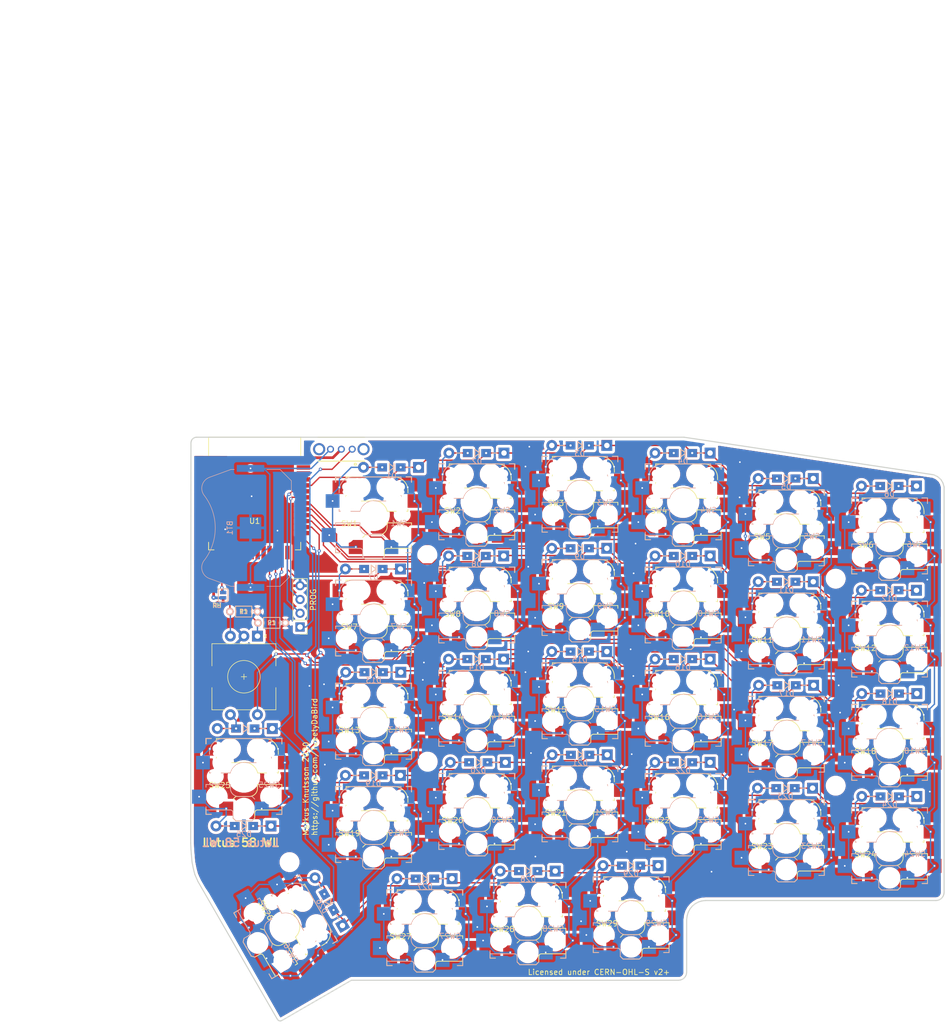
<source format=kicad_pcb>
(kicad_pcb (version 20171130) (host pcbnew "(5.1.6)-1")
  (title_block (title "Lotus 58 Glow MX") (date 2020-12-12) (rev 0.95) (company "Markus Knutsson <markus.knutsson@tweety.se>") (comment 1 https://github.com/TweetyDaBird) (comment 2 "Licensed under CERN-OHL-S v2 or any superseding version"))
  (layers (0 F.Cu signal) (31 B.Cu signal) (34 B.Paste user) (35 F.Paste user) (36 B.SilkS user) (37 F.SilkS user) (38 B.Mask user) (39 F.Mask user) (44 Edge.Cuts user))
  (net 0 "")
  (net 1 "Net-(D1-Pad2)")
  (net 2 row4)
  (net 3 "Net-(D2-Pad2)")
  (net 4 "Net-(D3-Pad2)")
  (net 5 row0)
  (net 6 "Net-(D4-Pad2)")
  (net 7 row1)
  (net 8 "Net-(D5-Pad2)")
  (net 9 row2)
  (net 10 "Net-(D6-Pad2)")
  (net 11 row3)
  (net 12 "Net-(D7-Pad2)")
  (net 13 "Net-(D8-Pad2)")
  (net 14 "Net-(D9-Pad2)")
  (net 15 "Net-(D10-Pad2)")
  (net 16 "Net-(D11-Pad2)")
  (net 17 "Net-(D12-Pad2)")
  (net 18 "Net-(D13-Pad2)")
  (net 19 "Net-(D14-Pad2)")
  (net 20 "Net-(D15-Pad2)")
  (net 21 "Net-(D16-Pad2)")
  (net 22 "Net-(D17-Pad2)")
  (net 23 "Net-(D18-Pad2)")
  (net 24 "Net-(D19-Pad2)")
  (net 25 "Net-(D20-Pad2)")
  (net 26 "Net-(D21-Pad2)")
  (net 27 "Net-(D22-Pad2)")
  (net 28 "Net-(D23-Pad2)")
  (net 29 "Net-(D24-Pad2)")
  (net 30 "Net-(D26-Pad2)")
  (net 31 "Net-(D27-Pad2)")
  (net 32 "Net-(D28-Pad2)")
  (net 33 VCC)
  (net 34 GND)
  (net 35 col0)
  (net 36 col1)
  (net 37 col2)
  (net 38 col3)
  (net 39 col4)
  (net 40 col5)
  (net 41 "Net-(D29-Pad2)")
  (net 42 "Net-(D30-Pad2)")
  (net 43 B)
  (net 44 A)
  (net 45 "Net-(D25-Pad2)")
  (net 46 "Net-(BT1-Pad1)")
  (net 47 Prog_VCC)
  (net 48 "Net-(JP12-Pad1)")
  (net 49 SWCLK)
  (net 50 SWDIO)
  (module SamacSys_Parts:OS102011MA1QN1 (layer F.Cu) (at 108.458 37.8968 180)
    (fp_text reference S1 hide)
    (fp_text value OS102011MA1QN1 hide)
    (pad 5 thru_hole circle (at 4.1 0 180) (size 2.25 2.25) (drill 1.5) (layers *.Cu *.Mask))
    (pad 4 thru_hole circle (at -4.1 0 180) (size 2.25 2.25) (drill 1.5) (layers *.Cu *.Mask))
    (pad 3 thru_hole circle (at 2 0 180) (size 1.3 1.3) (drill 0.8) (layers *.Cu *.Mask) (net 46 "Net-(BT1-Pad1)"))
    (pad 2 thru_hole circle (at 0 0 180) (size 1.3 1.3) (drill 0.8) (layers *.Cu *.Mask) (net 33 VCC))
    (pad 1 thru_hole circle (at -2 0 180) (size 1.3 1.3) (drill 0.8) (layers *.Cu *.Mask) (net 47 Prog_VCC))
  )
  (module keyswitches:Kaih_socket_MX_Choc_V1&V2_reversible (layer F.Cu) (at 114.4 69.05)
    (fp_text reference SW7 (at -4.4704 1.651) (layer F.SilkS))
    (fp_text value SW_PUSH)
    (fp_text user %R (at 4.6736 1.5748) (layer B.SilkS) (effects (justify mirror)))
    (pad "" np_thru_hole circle (at -5.22 -4.22) (size 0.9906 0.9906) (drill 0.9906) (layers *.Cu *.Mask))
    (pad "" np_thru_hole circle (at 5.22 -4.2) (size 0.9906 0.9906) (drill 0.9906) (layers *.Cu *.Mask))
    (pad "" np_thru_hole circle (at -5.5 0) (size 1.7018 1.7018) (drill 1.7018) (layers *.Cu *.Mask))
    (pad "" np_thru_hole circle (at 5.5 0) (size 1.7018 1.7018) (drill 1.7018) (layers *.Cu *.Mask))
    (pad 2 smd rect (at -3.275 5.95) (size 2.6 2.6) (layers F.Cu F.Paste F.Mask) (net 12 "Net-(D7-Pad2)"))
    (pad "" np_thru_hole circle (at 5 3.75) (size 3 3) (drill 3) (layers *.Cu *.Mask))
    (pad "" np_thru_hole circle (at 0 0) (size 5 5) (drill 5) (layers *.Cu *.Mask))
    (pad "" np_thru_hole circle (at 0 5.95) (size 3 3) (drill 3) (layers *.Cu *.Mask))
    (pad 1 smd rect (at 8.275 3.75) (size 2.6 2.6) (layers F.Cu F.Paste F.Mask) (net 40 col5))
    (pad "" np_thru_hole circle (at -5 3.75) (size 3 3) (drill 3) (layers *.Cu *.Mask))
    (pad 1 smd rect (at 3.275 5.95) (size 2.6 2.6) (layers B.Cu B.Paste B.Mask) (net 40 col5))
    (pad 2 smd rect (at -8.275 3.75) (size 2.6 2.6) (layers B.Cu B.Paste B.Mask) (net 12 "Net-(D7-Pad2)"))
    (pad "" np_thru_hole circle (at -5 -5.15) (size 1.6 1.6) (drill 1.6) (layers *.Cu *.Mask))
    (pad "" np_thru_hole circle (at 5 -5.15) (size 1.6 1.6) (drill 1.6) (layers *.Cu *.Mask))
    (pad 2 smd rect (at -7.56 -2.54) (size 2.55 2.5) (layers B.Cu B.Paste B.Mask) (net 12 "Net-(D7-Pad2)"))
    (pad 1 smd rect (at 6.29 -5.08) (size 2.55 2.5) (layers B.Cu B.Paste B.Mask) (net 40 col5))
    (pad "" np_thru_hole circle (at 3.81 -2.54 180) (size 3 3) (drill 3) (layers *.Cu *.Mask))
    (pad "" np_thru_hole circle (at -2.54 -5.08 180) (size 3 3) (drill 3) (layers *.Cu *.Mask))
    (pad 2 smd rect (at -6.29 -5.08 180) (size 2.55 2.5) (layers F.Cu F.Paste F.Mask) (net 12 "Net-(D7-Pad2)"))
    (pad "" np_thru_hole circle (at 2.54 -5.08) (size 3 3) (drill 3) (layers *.Cu *.Mask))
    (pad "" np_thru_hole circle (at -3.81 -2.54) (size 3 3) (drill 3) (layers *.Cu *.Mask))
    (pad "" np_thru_hole circle (at 5.08 0) (size 1.7018 1.7018) (drill 1.7018) (layers *.Cu *.Mask))
    (pad "" np_thru_hole circle (at -5.08 0) (size 1.7018 1.7018) (drill 1.7018) (layers *.Cu *.Mask))
    (pad 1 smd rect (at 7.56 -2.54 180) (size 2.55 2.5) (layers F.Cu F.Paste F.Mask) (net 40 col5))
  )
  (module Connector_PinHeader_2.54mm:PinHeader_1x04_P2.54mm_Vertical (layer F.Cu) (at 100.838 70.7136 180)
    (fp_text reference PROG (at -2.4384 5.0292 90) (layer F.SilkS))
    (fp_text value Conn_01x04)
    (pad 4 thru_hole oval (at 0 7.62 180) (size 1.7 1.7) (drill 1) (layers *.Cu *.Mask) (net 34 GND))
    (pad 3 thru_hole oval (at 0 5.08 180) (size 1.7 1.7) (drill 1) (layers *.Cu *.Mask) (net 50 SWDIO))
    (pad 2 thru_hole oval (at 0 2.54 180) (size 1.7 1.7) (drill 1) (layers *.Cu *.Mask) (net 49 SWCLK))
    (pad 1 thru_hole rect (at 0 0 180) (size 1.7 1.7) (drill 1) (layers *.Cu *.Mask) (net 47 Prog_VCC))
  )
  (module keyswitches:Kaih_socket_MX_Choc_V1&V2_reversible (layer F.Cu) (at 161.95 123.8)
    (fp_text reference SW29 (at -4.4704 1.651) (layer F.SilkS))
    (fp_text value SW_PUSH)
    (fp_text user %R (at 4.6736 1.5748) (layer B.SilkS) (effects (justify mirror)))
    (pad "" np_thru_hole circle (at -5.22 -4.22) (size 0.9906 0.9906) (drill 0.9906) (layers *.Cu *.Mask))
    (pad "" np_thru_hole circle (at 5.22 -4.2) (size 0.9906 0.9906) (drill 0.9906) (layers *.Cu *.Mask))
    (pad "" np_thru_hole circle (at -5.5 0) (size 1.7018 1.7018) (drill 1.7018) (layers *.Cu *.Mask))
    (pad "" np_thru_hole circle (at 5.5 0) (size 1.7018 1.7018) (drill 1.7018) (layers *.Cu *.Mask))
    (pad 2 smd rect (at -3.275 5.95) (size 2.6 2.6) (layers F.Cu F.Paste F.Mask) (net 41 "Net-(D29-Pad2)"))
    (pad "" np_thru_hole circle (at 5 3.75) (size 3 3) (drill 3) (layers *.Cu *.Mask))
    (pad "" np_thru_hole circle (at 0 0) (size 5 5) (drill 5) (layers *.Cu *.Mask))
    (pad "" np_thru_hole circle (at 0 5.95) (size 3 3) (drill 3) (layers *.Cu *.Mask))
    (pad 1 smd rect (at 8.275 3.75) (size 2.6 2.6) (layers F.Cu F.Paste F.Mask) (net 37 col2))
    (pad "" np_thru_hole circle (at -5 3.75) (size 3 3) (drill 3) (layers *.Cu *.Mask))
    (pad 1 smd rect (at 3.275 5.95) (size 2.6 2.6) (layers B.Cu B.Paste B.Mask) (net 37 col2))
    (pad 2 smd rect (at -8.275 3.75) (size 2.6 2.6) (layers B.Cu B.Paste B.Mask) (net 41 "Net-(D29-Pad2)"))
    (pad "" np_thru_hole circle (at -5 -5.15) (size 1.6 1.6) (drill 1.6) (layers *.Cu *.Mask))
    (pad "" np_thru_hole circle (at 5 -5.15) (size 1.6 1.6) (drill 1.6) (layers *.Cu *.Mask))
    (pad 2 smd rect (at -7.56 -2.54) (size 2.55 2.5) (layers B.Cu B.Paste B.Mask) (net 41 "Net-(D29-Pad2)"))
    (pad 1 smd rect (at 6.29 -5.08) (size 2.55 2.5) (layers B.Cu B.Paste B.Mask) (net 37 col2))
    (pad "" np_thru_hole circle (at 3.81 -2.54 180) (size 3 3) (drill 3) (layers *.Cu *.Mask))
    (pad "" np_thru_hole circle (at -2.54 -5.08 180) (size 3 3) (drill 3) (layers *.Cu *.Mask))
    (pad 2 smd rect (at -6.29 -5.08 180) (size 2.55 2.5) (layers F.Cu F.Paste F.Mask) (net 41 "Net-(D29-Pad2)"))
    (pad "" np_thru_hole circle (at 2.54 -5.08) (size 3 3) (drill 3) (layers *.Cu *.Mask))
    (pad "" np_thru_hole circle (at -3.81 -2.54) (size 3 3) (drill 3) (layers *.Cu *.Mask))
    (pad "" np_thru_hole circle (at 5.08 0) (size 1.7018 1.7018) (drill 1.7018) (layers *.Cu *.Mask))
    (pad "" np_thru_hole circle (at -5.08 0) (size 1.7018 1.7018) (drill 1.7018) (layers *.Cu *.Mask))
    (pad 1 smd rect (at 7.56 -2.54 180) (size 2.55 2.5) (layers F.Cu F.Paste F.Mask) (net 37 col2))
  )
  (module keyswitches:Kaih_socket_MX_Choc_V1&V2_reversible (layer F.Cu) (at 142.8977 124.8283)
    (fp_text reference SW28 (at -4.4704 1.651) (layer F.SilkS))
    (fp_text value SW_PUSH)
    (fp_text user %R (at 4.6736 1.5748) (layer B.SilkS) (effects (justify mirror)))
    (pad "" np_thru_hole circle (at -5.22 -4.22) (size 0.9906 0.9906) (drill 0.9906) (layers *.Cu *.Mask))
    (pad "" np_thru_hole circle (at 5.22 -4.2) (size 0.9906 0.9906) (drill 0.9906) (layers *.Cu *.Mask))
    (pad "" np_thru_hole circle (at -5.5 0) (size 1.7018 1.7018) (drill 1.7018) (layers *.Cu *.Mask))
    (pad "" np_thru_hole circle (at 5.5 0) (size 1.7018 1.7018) (drill 1.7018) (layers *.Cu *.Mask))
    (pad 2 smd rect (at -3.275 5.95) (size 2.6 2.6) (layers F.Cu F.Paste F.Mask) (net 32 "Net-(D28-Pad2)"))
    (pad "" np_thru_hole circle (at 5 3.75) (size 3 3) (drill 3) (layers *.Cu *.Mask))
    (pad "" np_thru_hole circle (at 0 0) (size 5 5) (drill 5) (layers *.Cu *.Mask))
    (pad "" np_thru_hole circle (at 0 5.95) (size 3 3) (drill 3) (layers *.Cu *.Mask))
    (pad 1 smd rect (at 8.275 3.75) (size 2.6 2.6) (layers F.Cu F.Paste F.Mask) (net 38 col3))
    (pad "" np_thru_hole circle (at -5 3.75) (size 3 3) (drill 3) (layers *.Cu *.Mask))
    (pad 1 smd rect (at 3.275 5.95) (size 2.6 2.6) (layers B.Cu B.Paste B.Mask) (net 38 col3))
    (pad 2 smd rect (at -8.275 3.75) (size 2.6 2.6) (layers B.Cu B.Paste B.Mask) (net 32 "Net-(D28-Pad2)"))
    (pad "" np_thru_hole circle (at -5 -5.15) (size 1.6 1.6) (drill 1.6) (layers *.Cu *.Mask))
    (pad "" np_thru_hole circle (at 5 -5.15) (size 1.6 1.6) (drill 1.6) (layers *.Cu *.Mask))
    (pad 2 smd rect (at -7.56 -2.54) (size 2.55 2.5) (layers B.Cu B.Paste B.Mask) (net 32 "Net-(D28-Pad2)"))
    (pad 1 smd rect (at 6.29 -5.08) (size 2.55 2.5) (layers B.Cu B.Paste B.Mask) (net 38 col3))
    (pad "" np_thru_hole circle (at 3.81 -2.54 180) (size 3 3) (drill 3) (layers *.Cu *.Mask))
    (pad "" np_thru_hole circle (at -2.54 -5.08 180) (size 3 3) (drill 3) (layers *.Cu *.Mask))
    (pad 2 smd rect (at -6.29 -5.08 180) (size 2.55 2.5) (layers F.Cu F.Paste F.Mask) (net 32 "Net-(D28-Pad2)"))
    (pad "" np_thru_hole circle (at 2.54 -5.08) (size 3 3) (drill 3) (layers *.Cu *.Mask))
    (pad "" np_thru_hole circle (at -3.81 -2.54) (size 3 3) (drill 3) (layers *.Cu *.Mask))
    (pad "" np_thru_hole circle (at 5.08 0) (size 1.7018 1.7018) (drill 1.7018) (layers *.Cu *.Mask))
    (pad "" np_thru_hole circle (at -5.08 0) (size 1.7018 1.7018) (drill 1.7018) (layers *.Cu *.Mask))
    (pad 1 smd rect (at 7.56 -2.54 180) (size 2.55 2.5) (layers F.Cu F.Paste F.Mask) (net 38 col3))
  )
  (module keyswitches:Kaih_socket_MX_Choc_V1&V2_reversible (layer F.Cu) (at 123.85 126.2)
    (fp_text reference SW27 (at -4.4704 1.651) (layer F.SilkS))
    (fp_text value SW_PUSH)
    (fp_text user %R (at 4.6736 1.5748) (layer B.SilkS) (effects (justify mirror)))
    (pad "" np_thru_hole circle (at -5.22 -4.22) (size 0.9906 0.9906) (drill 0.9906) (layers *.Cu *.Mask))
    (pad "" np_thru_hole circle (at 5.22 -4.2) (size 0.9906 0.9906) (drill 0.9906) (layers *.Cu *.Mask))
    (pad "" np_thru_hole circle (at -5.5 0) (size 1.7018 1.7018) (drill 1.7018) (layers *.Cu *.Mask))
    (pad "" np_thru_hole circle (at 5.5 0) (size 1.7018 1.7018) (drill 1.7018) (layers *.Cu *.Mask))
    (pad 2 smd rect (at -3.275 5.95) (size 2.6 2.6) (layers F.Cu F.Paste F.Mask) (net 31 "Net-(D27-Pad2)"))
    (pad "" np_thru_hole circle (at 5 3.75) (size 3 3) (drill 3) (layers *.Cu *.Mask))
    (pad "" np_thru_hole circle (at 0 0) (size 5 5) (drill 5) (layers *.Cu *.Mask))
    (pad "" np_thru_hole circle (at 0 5.95) (size 3 3) (drill 3) (layers *.Cu *.Mask))
    (pad 1 smd rect (at 8.275 3.75) (size 2.6 2.6) (layers F.Cu F.Paste F.Mask) (net 39 col4))
    (pad "" np_thru_hole circle (at -5 3.75) (size 3 3) (drill 3) (layers *.Cu *.Mask))
    (pad 1 smd rect (at 3.275 5.95) (size 2.6 2.6) (layers B.Cu B.Paste B.Mask) (net 39 col4))
    (pad 2 smd rect (at -8.275 3.75) (size 2.6 2.6) (layers B.Cu B.Paste B.Mask) (net 31 "Net-(D27-Pad2)"))
    (pad "" np_thru_hole circle (at -5 -5.15) (size 1.6 1.6) (drill 1.6) (layers *.Cu *.Mask))
    (pad "" np_thru_hole circle (at 5 -5.15) (size 1.6 1.6) (drill 1.6) (layers *.Cu *.Mask))
    (pad 2 smd rect (at -7.56 -2.54) (size 2.55 2.5) (layers B.Cu B.Paste B.Mask) (net 31 "Net-(D27-Pad2)"))
    (pad 1 smd rect (at 6.29 -5.08) (size 2.55 2.5) (layers B.Cu B.Paste B.Mask) (net 39 col4))
    (pad "" np_thru_hole circle (at 3.81 -2.54 180) (size 3 3) (drill 3) (layers *.Cu *.Mask))
    (pad "" np_thru_hole circle (at -2.54 -5.08 180) (size 3 3) (drill 3) (layers *.Cu *.Mask))
    (pad 2 smd rect (at -6.29 -5.08 180) (size 2.55 2.5) (layers F.Cu F.Paste F.Mask) (net 31 "Net-(D27-Pad2)"))
    (pad "" np_thru_hole circle (at 2.54 -5.08) (size 3 3) (drill 3) (layers *.Cu *.Mask))
    (pad "" np_thru_hole circle (at -3.81 -2.54) (size 3 3) (drill 3) (layers *.Cu *.Mask))
    (pad "" np_thru_hole circle (at 5.08 0) (size 1.7018 1.7018) (drill 1.7018) (layers *.Cu *.Mask))
    (pad "" np_thru_hole circle (at -5.08 0) (size 1.7018 1.7018) (drill 1.7018) (layers *.Cu *.Mask))
    (pad 1 smd rect (at 7.56 -2.54 180) (size 2.55 2.5) (layers F.Cu F.Paste F.Mask) (net 39 col4))
  )
  (module keyswitches:Kaih_socket_MX_Choc_V1&V2_reversible (layer F.Cu) (at 98.171 126.0475 300)
    (fp_text reference SW26 (at -4.4704 1.651 120) (layer F.SilkS))
    (fp_text value SW_PUSH)
    (fp_text user %R (at 4.6736 1.5748 120) (layer B.SilkS) (effects (justify mirror)))
    (pad "" np_thru_hole circle (at -5.22 -4.22 300) (size 0.9906 0.9906) (drill 0.9906) (layers *.Cu *.Mask))
    (pad "" np_thru_hole circle (at 5.22 -4.2 300) (size 0.9906 0.9906) (drill 0.9906) (layers *.Cu *.Mask))
    (pad "" np_thru_hole circle (at -5.5 0 300) (size 1.7018 1.7018) (drill 1.7018) (layers *.Cu *.Mask))
    (pad "" np_thru_hole circle (at 5.5 0 300) (size 1.7018 1.7018) (drill 1.7018) (layers *.Cu *.Mask))
    (pad 2 smd rect (at -3.275 5.95 300) (size 2.6 2.6) (layers F.Cu F.Paste F.Mask) (net 30 "Net-(D26-Pad2)"))
    (pad "" np_thru_hole circle (at 5 3.75 300) (size 3 3) (drill 3) (layers *.Cu *.Mask))
    (pad "" np_thru_hole circle (at 0 0 300) (size 5 5) (drill 5) (layers *.Cu *.Mask))
    (pad "" np_thru_hole circle (at 0 5.95 300) (size 3 3) (drill 3) (layers *.Cu *.Mask))
    (pad 1 smd rect (at 8.275 3.75 300) (size 2.6 2.6) (layers F.Cu F.Paste F.Mask) (net 40 col5))
    (pad "" np_thru_hole circle (at -5 3.75 300) (size 3 3) (drill 3) (layers *.Cu *.Mask))
    (pad 1 smd rect (at 3.275 5.95 300) (size 2.6 2.6) (layers B.Cu B.Paste B.Mask) (net 40 col5))
    (pad 2 smd rect (at -8.275 3.75 300) (size 2.6 2.6) (layers B.Cu B.Paste B.Mask) (net 30 "Net-(D26-Pad2)"))
    (pad "" np_thru_hole circle (at -5 -5.15 300) (size 1.6 1.6) (drill 1.6) (layers *.Cu *.Mask))
    (pad "" np_thru_hole circle (at 5 -5.15 300) (size 1.6 1.6) (drill 1.6) (layers *.Cu *.Mask))
    (pad 2 smd rect (at -7.56 -2.54 300) (size 2.55 2.5) (layers B.Cu B.Paste B.Mask) (net 30 "Net-(D26-Pad2)"))
    (pad 1 smd rect (at 6.29 -5.08 300) (size 2.55 2.5) (layers B.Cu B.Paste B.Mask) (net 40 col5))
    (pad "" np_thru_hole circle (at 3.81 -2.54 120) (size 3 3) (drill 3) (layers *.Cu *.Mask))
    (pad "" np_thru_hole circle (at -2.54 -5.08 120) (size 3 3) (drill 3) (layers *.Cu *.Mask))
    (pad 2 smd rect (at -6.29 -5.08 120) (size 2.55 2.5) (layers F.Cu F.Paste F.Mask) (net 30 "Net-(D26-Pad2)"))
    (pad "" np_thru_hole circle (at 2.54 -5.08 300) (size 3 3) (drill 3) (layers *.Cu *.Mask))
    (pad "" np_thru_hole circle (at -3.81 -2.54 300) (size 3 3) (drill 3) (layers *.Cu *.Mask))
    (pad "" np_thru_hole circle (at 5.08 0 300) (size 1.7018 1.7018) (drill 1.7018) (layers *.Cu *.Mask))
    (pad "" np_thru_hole circle (at -5.08 0 300) (size 1.7018 1.7018) (drill 1.7018) (layers *.Cu *.Mask))
    (pad 1 smd rect (at 7.56 -2.54 120) (size 2.55 2.5) (layers F.Cu F.Paste F.Mask) (net 40 col5))
  )
  (module keyswitches:Kaih_socket_MX_Choc_V1&V2_reversible (layer F.Cu) (at 90.4748 98.2853)
    (fp_text reference SW25 (at -4.4704 1.651) (layer F.SilkS))
    (fp_text value SW_PUSH)
    (fp_text user %R (at 4.6736 1.5748) (layer B.SilkS) (effects (justify mirror)))
    (pad "" np_thru_hole circle (at -5.22 -4.22) (size 0.9906 0.9906) (drill 0.9906) (layers *.Cu *.Mask))
    (pad "" np_thru_hole circle (at 5.22 -4.2) (size 0.9906 0.9906) (drill 0.9906) (layers *.Cu *.Mask))
    (pad "" np_thru_hole circle (at -5.5 0) (size 1.7018 1.7018) (drill 1.7018) (layers *.Cu *.Mask))
    (pad "" np_thru_hole circle (at 5.5 0) (size 1.7018 1.7018) (drill 1.7018) (layers *.Cu *.Mask))
    (pad 2 smd rect (at -3.275 5.95) (size 2.6 2.6) (layers F.Cu F.Paste F.Mask) (net 45 "Net-(D25-Pad2)"))
    (pad "" np_thru_hole circle (at 5 3.75) (size 3 3) (drill 3) (layers *.Cu *.Mask))
    (pad "" np_thru_hole circle (at 0 0) (size 5 5) (drill 5) (layers *.Cu *.Mask))
    (pad "" np_thru_hole circle (at 0 5.95) (size 3 3) (drill 3) (layers *.Cu *.Mask))
    (pad 1 smd rect (at 8.275 3.75) (size 2.6 2.6) (layers F.Cu F.Paste F.Mask) (net 36 col1))
    (pad "" np_thru_hole circle (at -5 3.75) (size 3 3) (drill 3) (layers *.Cu *.Mask))
    (pad 1 smd rect (at 3.275 5.95) (size 2.6 2.6) (layers B.Cu B.Paste B.Mask) (net 36 col1))
    (pad 2 smd rect (at -8.275 3.75) (size 2.6 2.6) (layers B.Cu B.Paste B.Mask) (net 45 "Net-(D25-Pad2)"))
    (pad "" np_thru_hole circle (at -5 -5.15) (size 1.6 1.6) (drill 1.6) (layers *.Cu *.Mask))
    (pad "" np_thru_hole circle (at 5 -5.15) (size 1.6 1.6) (drill 1.6) (layers *.Cu *.Mask))
    (pad 2 smd rect (at -7.56 -2.54) (size 2.55 2.5) (layers B.Cu B.Paste B.Mask) (net 45 "Net-(D25-Pad2)"))
    (pad 1 smd rect (at 6.29 -5.08) (size 2.55 2.5) (layers B.Cu B.Paste B.Mask) (net 36 col1))
    (pad "" np_thru_hole circle (at 3.81 -2.54 180) (size 3 3) (drill 3) (layers *.Cu *.Mask))
    (pad "" np_thru_hole circle (at -2.54 -5.08 180) (size 3 3) (drill 3) (layers *.Cu *.Mask))
    (pad 2 smd rect (at -6.29 -5.08 180) (size 2.55 2.5) (layers F.Cu F.Paste F.Mask) (net 45 "Net-(D25-Pad2)"))
    (pad "" np_thru_hole circle (at 2.54 -5.08) (size 3 3) (drill 3) (layers *.Cu *.Mask))
    (pad "" np_thru_hole circle (at -3.81 -2.54) (size 3 3) (drill 3) (layers *.Cu *.Mask))
    (pad "" np_thru_hole circle (at 5.08 0) (size 1.7018 1.7018) (drill 1.7018) (layers *.Cu *.Mask))
    (pad "" np_thru_hole circle (at -5.08 0) (size 1.7018 1.7018) (drill 1.7018) (layers *.Cu *.Mask))
    (pad 1 smd rect (at 7.56 -2.54 180) (size 2.55 2.5) (layers F.Cu F.Paste F.Mask) (net 36 col1))
  )
  (module keyswitches:Kaih_socket_MX_Choc_V1&V2_reversible (layer F.Cu) (at 209.65 111.05)
    (fp_text reference SW24 (at -4.4704 1.651) (layer F.SilkS))
    (fp_text value SW_PUSH)
    (fp_text user %R (at 4.6736 1.5748) (layer B.SilkS) (effects (justify mirror)))
    (pad "" np_thru_hole circle (at -5.22 -4.22) (size 0.9906 0.9906) (drill 0.9906) (layers *.Cu *.Mask))
    (pad "" np_thru_hole circle (at 5.22 -4.2) (size 0.9906 0.9906) (drill 0.9906) (layers *.Cu *.Mask))
    (pad "" np_thru_hole circle (at -5.5 0) (size 1.7018 1.7018) (drill 1.7018) (layers *.Cu *.Mask))
    (pad "" np_thru_hole circle (at 5.5 0) (size 1.7018 1.7018) (drill 1.7018) (layers *.Cu *.Mask))
    (pad 2 smd rect (at -3.275 5.95) (size 2.6 2.6) (layers F.Cu F.Paste F.Mask) (net 29 "Net-(D24-Pad2)"))
    (pad "" np_thru_hole circle (at 5 3.75) (size 3 3) (drill 3) (layers *.Cu *.Mask))
    (pad "" np_thru_hole circle (at 0 0) (size 5 5) (drill 5) (layers *.Cu *.Mask))
    (pad "" np_thru_hole circle (at 0 5.95) (size 3 3) (drill 3) (layers *.Cu *.Mask))
    (pad 1 smd rect (at 8.275 3.75) (size 2.6 2.6) (layers F.Cu F.Paste F.Mask) (net 35 col0))
    (pad "" np_thru_hole circle (at -5 3.75) (size 3 3) (drill 3) (layers *.Cu *.Mask))
    (pad 1 smd rect (at 3.275 5.95) (size 2.6 2.6) (layers B.Cu B.Paste B.Mask) (net 35 col0))
    (pad 2 smd rect (at -8.275 3.75) (size 2.6 2.6) (layers B.Cu B.Paste B.Mask) (net 29 "Net-(D24-Pad2)"))
    (pad "" np_thru_hole circle (at -5 -5.15) (size 1.6 1.6) (drill 1.6) (layers *.Cu *.Mask))
    (pad "" np_thru_hole circle (at 5 -5.15) (size 1.6 1.6) (drill 1.6) (layers *.Cu *.Mask))
    (pad 2 smd rect (at -7.56 -2.54) (size 2.55 2.5) (layers B.Cu B.Paste B.Mask) (net 29 "Net-(D24-Pad2)"))
    (pad 1 smd rect (at 6.29 -5.08) (size 2.55 2.5) (layers B.Cu B.Paste B.Mask) (net 35 col0))
    (pad "" np_thru_hole circle (at 3.81 -2.54 180) (size 3 3) (drill 3) (layers *.Cu *.Mask))
    (pad "" np_thru_hole circle (at -2.54 -5.08 180) (size 3 3) (drill 3) (layers *.Cu *.Mask))
    (pad 2 smd rect (at -6.29 -5.08 180) (size 2.55 2.5) (layers F.Cu F.Paste F.Mask) (net 29 "Net-(D24-Pad2)"))
    (pad "" np_thru_hole circle (at 2.54 -5.08) (size 3 3) (drill 3) (layers *.Cu *.Mask))
    (pad "" np_thru_hole circle (at -3.81 -2.54) (size 3 3) (drill 3) (layers *.Cu *.Mask))
    (pad "" np_thru_hole circle (at 5.08 0) (size 1.7018 1.7018) (drill 1.7018) (layers *.Cu *.Mask))
    (pad "" np_thru_hole circle (at -5.08 0) (size 1.7018 1.7018) (drill 1.7018) (layers *.Cu *.Mask))
    (pad 1 smd rect (at 7.56 -2.54 180) (size 2.55 2.5) (layers F.Cu F.Paste F.Mask) (net 35 col0))
  )
  (module keyswitches:Kaih_socket_MX_Choc_V1&V2_reversible (layer F.Cu) (at 190.6 109.55)
    (fp_text reference SW23 (at -4.4704 1.651) (layer F.SilkS))
    (fp_text value SW_PUSH)
    (fp_text user %R (at 4.6736 1.5748) (layer B.SilkS) (effects (justify mirror)))
    (pad "" np_thru_hole circle (at -5.22 -4.22) (size 0.9906 0.9906) (drill 0.9906) (layers *.Cu *.Mask))
    (pad "" np_thru_hole circle (at 5.22 -4.2) (size 0.9906 0.9906) (drill 0.9906) (layers *.Cu *.Mask))
    (pad "" np_thru_hole circle (at -5.5 0) (size 1.7018 1.7018) (drill 1.7018) (layers *.Cu *.Mask))
    (pad "" np_thru_hole circle (at 5.5 0) (size 1.7018 1.7018) (drill 1.7018) (layers *.Cu *.Mask))
    (pad 2 smd rect (at -3.275 5.95) (size 2.6 2.6) (layers F.Cu F.Paste F.Mask) (net 28 "Net-(D23-Pad2)"))
    (pad "" np_thru_hole circle (at 5 3.75) (size 3 3) (drill 3) (layers *.Cu *.Mask))
    (pad "" np_thru_hole circle (at 0 0) (size 5 5) (drill 5) (layers *.Cu *.Mask))
    (pad "" np_thru_hole circle (at 0 5.95) (size 3 3) (drill 3) (layers *.Cu *.Mask))
    (pad 1 smd rect (at 8.275 3.75) (size 2.6 2.6) (layers F.Cu F.Paste F.Mask) (net 36 col1))
    (pad "" np_thru_hole circle (at -5 3.75) (size 3 3) (drill 3) (layers *.Cu *.Mask))
    (pad 1 smd rect (at 3.275 5.95) (size 2.6 2.6) (layers B.Cu B.Paste B.Mask) (net 36 col1))
    (pad 2 smd rect (at -8.275 3.75) (size 2.6 2.6) (layers B.Cu B.Paste B.Mask) (net 28 "Net-(D23-Pad2)"))
    (pad "" np_thru_hole circle (at -5 -5.15) (size 1.6 1.6) (drill 1.6) (layers *.Cu *.Mask))
    (pad "" np_thru_hole circle (at 5 -5.15) (size 1.6 1.6) (drill 1.6) (layers *.Cu *.Mask))
    (pad 2 smd rect (at -7.56 -2.54) (size 2.55 2.5) (layers B.Cu B.Paste B.Mask) (net 28 "Net-(D23-Pad2)"))
    (pad 1 smd rect (at 6.29 -5.08) (size 2.55 2.5) (layers B.Cu B.Paste B.Mask) (net 36 col1))
    (pad "" np_thru_hole circle (at 3.81 -2.54 180) (size 3 3) (drill 3) (layers *.Cu *.Mask))
    (pad "" np_thru_hole circle (at -2.54 -5.08 180) (size 3 3) (drill 3) (layers *.Cu *.Mask))
    (pad 2 smd rect (at -6.29 -5.08 180) (size 2.55 2.5) (layers F.Cu F.Paste F.Mask) (net 28 "Net-(D23-Pad2)"))
    (pad "" np_thru_hole circle (at 2.54 -5.08) (size 3 3) (drill 3) (layers *.Cu *.Mask))
    (pad "" np_thru_hole circle (at -3.81 -2.54) (size 3 3) (drill 3) (layers *.Cu *.Mask))
    (pad "" np_thru_hole circle (at 5.08 0) (size 1.7018 1.7018) (drill 1.7018) (layers *.Cu *.Mask))
    (pad "" np_thru_hole circle (at -5.08 0) (size 1.7018 1.7018) (drill 1.7018) (layers *.Cu *.Mask))
    (pad 1 smd rect (at 7.56 -2.54 180) (size 2.55 2.5) (layers F.Cu F.Paste F.Mask) (net 36 col1))
  )
  (module keyswitches:Kaih_socket_MX_Choc_V1&V2_reversible (layer F.Cu) (at 171.55 104.75)
    (fp_text reference SW22 (at -4.4704 1.651) (layer F.SilkS))
    (fp_text value SW_PUSH)
    (fp_text user %R (at 4.6736 1.5748) (layer B.SilkS) (effects (justify mirror)))
    (pad "" np_thru_hole circle (at -5.22 -4.22) (size 0.9906 0.9906) (drill 0.9906) (layers *.Cu *.Mask))
    (pad "" np_thru_hole circle (at 5.22 -4.2) (size 0.9906 0.9906) (drill 0.9906) (layers *.Cu *.Mask))
    (pad "" np_thru_hole circle (at -5.5 0) (size 1.7018 1.7018) (drill 1.7018) (layers *.Cu *.Mask))
    (pad "" np_thru_hole circle (at 5.5 0) (size 1.7018 1.7018) (drill 1.7018) (layers *.Cu *.Mask))
    (pad 2 smd rect (at -3.275 5.95) (size 2.6 2.6) (layers F.Cu F.Paste F.Mask) (net 27 "Net-(D22-Pad2)"))
    (pad "" np_thru_hole circle (at 5 3.75) (size 3 3) (drill 3) (layers *.Cu *.Mask))
    (pad "" np_thru_hole circle (at 0 0) (size 5 5) (drill 5) (layers *.Cu *.Mask))
    (pad "" np_thru_hole circle (at 0 5.95) (size 3 3) (drill 3) (layers *.Cu *.Mask))
    (pad 1 smd rect (at 8.275 3.75) (size 2.6 2.6) (layers F.Cu F.Paste F.Mask) (net 37 col2))
    (pad "" np_thru_hole circle (at -5 3.75) (size 3 3) (drill 3) (layers *.Cu *.Mask))
    (pad 1 smd rect (at 3.275 5.95) (size 2.6 2.6) (layers B.Cu B.Paste B.Mask) (net 37 col2))
    (pad 2 smd rect (at -8.275 3.75) (size 2.6 2.6) (layers B.Cu B.Paste B.Mask) (net 27 "Net-(D22-Pad2)"))
    (pad "" np_thru_hole circle (at -5 -5.15) (size 1.6 1.6) (drill 1.6) (layers *.Cu *.Mask))
    (pad "" np_thru_hole circle (at 5 -5.15) (size 1.6 1.6) (drill 1.6) (layers *.Cu *.Mask))
    (pad 2 smd rect (at -7.56 -2.54) (size 2.55 2.5) (layers B.Cu B.Paste B.Mask) (net 27 "Net-(D22-Pad2)"))
    (pad 1 smd rect (at 6.29 -5.08) (size 2.55 2.5) (layers B.Cu B.Paste B.Mask) (net 37 col2))
    (pad "" np_thru_hole circle (at 3.81 -2.54 180) (size 3 3) (drill 3) (layers *.Cu *.Mask))
    (pad "" np_thru_hole circle (at -2.54 -5.08 180) (size 3 3) (drill 3) (layers *.Cu *.Mask))
    (pad 2 smd rect (at -6.29 -5.08 180) (size 2.55 2.5) (layers F.Cu F.Paste F.Mask) (net 27 "Net-(D22-Pad2)"))
    (pad "" np_thru_hole circle (at 2.54 -5.08) (size 3 3) (drill 3) (layers *.Cu *.Mask))
    (pad "" np_thru_hole circle (at -3.81 -2.54) (size 3 3) (drill 3) (layers *.Cu *.Mask))
    (pad "" np_thru_hole circle (at 5.08 0) (size 1.7018 1.7018) (drill 1.7018) (layers *.Cu *.Mask))
    (pad "" np_thru_hole circle (at -5.08 0) (size 1.7018 1.7018) (drill 1.7018) (layers *.Cu *.Mask))
    (pad 1 smd rect (at 7.56 -2.54 180) (size 2.55 2.5) (layers F.Cu F.Paste F.Mask) (net 37 col2))
  )
  (module keyswitches:Kaih_socket_MX_Choc_V1&V2_reversible (layer F.Cu) (at 152.5 103.36)
    (fp_text reference SW21 (at -4.4704 1.651) (layer F.SilkS))
    (fp_text value SW_PUSH)
    (fp_text user %R (at 4.6736 1.5748) (layer B.SilkS) (effects (justify mirror)))
    (pad "" np_thru_hole circle (at -5.22 -4.22) (size 0.9906 0.9906) (drill 0.9906) (layers *.Cu *.Mask))
    (pad "" np_thru_hole circle (at 5.22 -4.2) (size 0.9906 0.9906) (drill 0.9906) (layers *.Cu *.Mask))
    (pad "" np_thru_hole circle (at -5.5 0) (size 1.7018 1.7018) (drill 1.7018) (layers *.Cu *.Mask))
    (pad "" np_thru_hole circle (at 5.5 0) (size 1.7018 1.7018) (drill 1.7018) (layers *.Cu *.Mask))
    (pad 2 smd rect (at -3.275 5.95) (size 2.6 2.6) (layers F.Cu F.Paste F.Mask) (net 26 "Net-(D21-Pad2)"))
    (pad "" np_thru_hole circle (at 5 3.75) (size 3 3) (drill 3) (layers *.Cu *.Mask))
    (pad "" np_thru_hole circle (at 0 0) (size 5 5) (drill 5) (layers *.Cu *.Mask))
    (pad "" np_thru_hole circle (at 0 5.95) (size 3 3) (drill 3) (layers *.Cu *.Mask))
    (pad 1 smd rect (at 8.275 3.75) (size 2.6 2.6) (layers F.Cu F.Paste F.Mask) (net 38 col3))
    (pad "" np_thru_hole circle (at -5 3.75) (size 3 3) (drill 3) (layers *.Cu *.Mask))
    (pad 1 smd rect (at 3.275 5.95) (size 2.6 2.6) (layers B.Cu B.Paste B.Mask) (net 38 col3))
    (pad 2 smd rect (at -8.275 3.75) (size 2.6 2.6) (layers B.Cu B.Paste B.Mask) (net 26 "Net-(D21-Pad2)"))
    (pad "" np_thru_hole circle (at -5 -5.15) (size 1.6 1.6) (drill 1.6) (layers *.Cu *.Mask))
    (pad "" np_thru_hole circle (at 5 -5.15) (size 1.6 1.6) (drill 1.6) (layers *.Cu *.Mask))
    (pad 2 smd rect (at -7.56 -2.54) (size 2.55 2.5) (layers B.Cu B.Paste B.Mask) (net 26 "Net-(D21-Pad2)"))
    (pad 1 smd rect (at 6.29 -5.08) (size 2.55 2.5) (layers B.Cu B.Paste B.Mask) (net 38 col3))
    (pad "" np_thru_hole circle (at 3.81 -2.54 180) (size 3 3) (drill 3) (layers *.Cu *.Mask))
    (pad "" np_thru_hole circle (at -2.54 -5.08 180) (size 3 3) (drill 3) (layers *.Cu *.Mask))
    (pad 2 smd rect (at -6.29 -5.08 180) (size 2.55 2.5) (layers F.Cu F.Paste F.Mask) (net 26 "Net-(D21-Pad2)"))
    (pad "" np_thru_hole circle (at 2.54 -5.08) (size 3 3) (drill 3) (layers *.Cu *.Mask))
    (pad "" np_thru_hole circle (at -3.81 -2.54) (size 3 3) (drill 3) (layers *.Cu *.Mask))
    (pad "" np_thru_hole circle (at 5.08 0) (size 1.7018 1.7018) (drill 1.7018) (layers *.Cu *.Mask))
    (pad "" np_thru_hole circle (at -5.08 0) (size 1.7018 1.7018) (drill 1.7018) (layers *.Cu *.Mask))
    (pad 1 smd rect (at 7.56 -2.54 180) (size 2.55 2.5) (layers F.Cu F.Paste F.Mask) (net 38 col3))
  )
  (module keyswitches:Kaih_socket_MX_Choc_V1&V2_reversible (layer F.Cu) (at 133.45 104.75)
    (fp_text reference SW20 (at -4.4704 1.651) (layer F.SilkS))
    (fp_text value SW_PUSH)
    (fp_text user %R (at 4.6736 1.5748) (layer B.SilkS) (effects (justify mirror)))
    (pad "" np_thru_hole circle (at -5.22 -4.22) (size 0.9906 0.9906) (drill 0.9906) (layers *.Cu *.Mask))
    (pad "" np_thru_hole circle (at 5.22 -4.2) (size 0.9906 0.9906) (drill 0.9906) (layers *.Cu *.Mask))
    (pad "" np_thru_hole circle (at -5.5 0) (size 1.7018 1.7018) (drill 1.7018) (layers *.Cu *.Mask))
    (pad "" np_thru_hole circle (at 5.5 0) (size 1.7018 1.7018) (drill 1.7018) (layers *.Cu *.Mask))
    (pad 2 smd rect (at -3.275 5.95) (size 2.6 2.6) (layers F.Cu F.Paste F.Mask) (net 25 "Net-(D20-Pad2)"))
    (pad "" np_thru_hole circle (at 5 3.75) (size 3 3) (drill 3) (layers *.Cu *.Mask))
    (pad "" np_thru_hole circle (at 0 0) (size 5 5) (drill 5) (layers *.Cu *.Mask))
    (pad "" np_thru_hole circle (at 0 5.95) (size 3 3) (drill 3) (layers *.Cu *.Mask))
    (pad 1 smd rect (at 8.275 3.75) (size 2.6 2.6) (layers F.Cu F.Paste F.Mask) (net 39 col4))
    (pad "" np_thru_hole circle (at -5 3.75) (size 3 3) (drill 3) (layers *.Cu *.Mask))
    (pad 1 smd rect (at 3.275 5.95) (size 2.6 2.6) (layers B.Cu B.Paste B.Mask) (net 39 col4))
    (pad 2 smd rect (at -8.275 3.75) (size 2.6 2.6) (layers B.Cu B.Paste B.Mask) (net 25 "Net-(D20-Pad2)"))
    (pad "" np_thru_hole circle (at -5 -5.15) (size 1.6 1.6) (drill 1.6) (layers *.Cu *.Mask))
    (pad "" np_thru_hole circle (at 5 -5.15) (size 1.6 1.6) (drill 1.6) (layers *.Cu *.Mask))
    (pad 2 smd rect (at -7.56 -2.54) (size 2.55 2.5) (layers B.Cu B.Paste B.Mask) (net 25 "Net-(D20-Pad2)"))
    (pad 1 smd rect (at 6.29 -5.08) (size 2.55 2.5) (layers B.Cu B.Paste B.Mask) (net 39 col4))
    (pad "" np_thru_hole circle (at 3.81 -2.54 180) (size 3 3) (drill 3) (layers *.Cu *.Mask))
    (pad "" np_thru_hole circle (at -2.54 -5.08 180) (size 3 3) (drill 3) (layers *.Cu *.Mask))
    (pad 2 smd rect (at -6.29 -5.08 180) (size 2.55 2.5) (layers F.Cu F.Paste F.Mask) (net 25 "Net-(D20-Pad2)"))
    (pad "" np_thru_hole circle (at 2.54 -5.08) (size 3 3) (drill 3) (layers *.Cu *.Mask))
    (pad "" np_thru_hole circle (at -3.81 -2.54) (size 3 3) (drill 3) (layers *.Cu *.Mask))
    (pad "" np_thru_hole circle (at 5.08 0) (size 1.7018 1.7018) (drill 1.7018) (layers *.Cu *.Mask))
    (pad "" np_thru_hole circle (at -5.08 0) (size 1.7018 1.7018) (drill 1.7018) (layers *.Cu *.Mask))
    (pad 1 smd rect (at 7.56 -2.54 180) (size 2.55 2.5) (layers F.Cu F.Paste F.Mask) (net 39 col4))
  )
  (module keyswitches:Kaih_socket_MX_Choc_V1&V2_reversible (layer F.Cu) (at 114.4 107.15)
    (fp_text reference SW19 (at -4.4704 1.651) (layer F.SilkS))
    (fp_text value SW_PUSH)
    (fp_text user %R (at 4.6736 1.5748) (layer B.SilkS) (effects (justify mirror)))
    (pad "" np_thru_hole circle (at -5.22 -4.22) (size 0.9906 0.9906) (drill 0.9906) (layers *.Cu *.Mask))
    (pad "" np_thru_hole circle (at 5.22 -4.2) (size 0.9906 0.9906) (drill 0.9906) (layers *.Cu *.Mask))
    (pad "" np_thru_hole circle (at -5.5 0) (size 1.7018 1.7018) (drill 1.7018) (layers *.Cu *.Mask))
    (pad "" np_thru_hole circle (at 5.5 0) (size 1.7018 1.7018) (drill 1.7018) (layers *.Cu *.Mask))
    (pad 2 smd rect (at -3.275 5.95) (size 2.6 2.6) (layers F.Cu F.Paste F.Mask) (net 24 "Net-(D19-Pad2)"))
    (pad "" np_thru_hole circle (at 5 3.75) (size 3 3) (drill 3) (layers *.Cu *.Mask))
    (pad "" np_thru_hole circle (at 0 0) (size 5 5) (drill 5) (layers *.Cu *.Mask))
    (pad "" np_thru_hole circle (at 0 5.95) (size 3 3) (drill 3) (layers *.Cu *.Mask))
    (pad 1 smd rect (at 8.275 3.75) (size 2.6 2.6) (layers F.Cu F.Paste F.Mask) (net 40 col5))
    (pad "" np_thru_hole circle (at -5 3.75) (size 3 3) (drill 3) (layers *.Cu *.Mask))
    (pad 1 smd rect (at 3.275 5.95) (size 2.6 2.6) (layers B.Cu B.Paste B.Mask) (net 40 col5))
    (pad 2 smd rect (at -8.275 3.75) (size 2.6 2.6) (layers B.Cu B.Paste B.Mask) (net 24 "Net-(D19-Pad2)"))
    (pad "" np_thru_hole circle (at -5 -5.15) (size 1.6 1.6) (drill 1.6) (layers *.Cu *.Mask))
    (pad "" np_thru_hole circle (at 5 -5.15) (size 1.6 1.6) (drill 1.6) (layers *.Cu *.Mask))
    (pad 2 smd rect (at -7.56 -2.54) (size 2.55 2.5) (layers B.Cu B.Paste B.Mask) (net 24 "Net-(D19-Pad2)"))
    (pad 1 smd rect (at 6.29 -5.08) (size 2.55 2.5) (layers B.Cu B.Paste B.Mask) (net 40 col5))
    (pad "" np_thru_hole circle (at 3.81 -2.54 180) (size 3 3) (drill 3) (layers *.Cu *.Mask))
    (pad "" np_thru_hole circle (at -2.54 -5.08 180) (size 3 3) (drill 3) (layers *.Cu *.Mask))
    (pad 2 smd rect (at -6.29 -5.08 180) (size 2.55 2.5) (layers F.Cu F.Paste F.Mask) (net 24 "Net-(D19-Pad2)"))
    (pad "" np_thru_hole circle (at 2.54 -5.08) (size 3 3) (drill 3) (layers *.Cu *.Mask))
    (pad "" np_thru_hole circle (at -3.81 -2.54) (size 3 3) (drill 3) (layers *.Cu *.Mask))
    (pad "" np_thru_hole circle (at 5.08 0) (size 1.7018 1.7018) (drill 1.7018) (layers *.Cu *.Mask))
    (pad "" np_thru_hole circle (at -5.08 0) (size 1.7018 1.7018) (drill 1.7018) (layers *.Cu *.Mask))
    (pad 1 smd rect (at 7.56 -2.54 180) (size 2.55 2.5) (layers F.Cu F.Paste F.Mask) (net 40 col5))
  )
  (module keyswitches:Kaih_socket_MX_Choc_V1&V2_reversible (layer F.Cu) (at 209.65 92)
    (fp_text reference SW18 (at -4.4704 1.651) (layer F.SilkS))
    (fp_text value SW_PUSH)
    (fp_text user %R (at 4.6736 1.5748) (layer B.SilkS) (effects (justify mirror)))
    (pad "" np_thru_hole circle (at -5.22 -4.22) (size 0.9906 0.9906) (drill 0.9906) (layers *.Cu *.Mask))
    (pad "" np_thru_hole circle (at 5.22 -4.2) (size 0.9906 0.9906) (drill 0.9906) (layers *.Cu *.Mask))
    (pad "" np_thru_hole circle (at -5.5 0) (size 1.7018 1.7018) (drill 1.7018) (layers *.Cu *.Mask))
    (pad "" np_thru_hole circle (at 5.5 0) (size 1.7018 1.7018) (drill 1.7018) (layers *.Cu *.Mask))
    (pad 2 smd rect (at -3.275 5.95) (size 2.6 2.6) (layers F.Cu F.Paste F.Mask) (net 23 "Net-(D18-Pad2)"))
    (pad "" np_thru_hole circle (at 5 3.75) (size 3 3) (drill 3) (layers *.Cu *.Mask))
    (pad "" np_thru_hole circle (at 0 0) (size 5 5) (drill 5) (layers *.Cu *.Mask))
    (pad "" np_thru_hole circle (at 0 5.95) (size 3 3) (drill 3) (layers *.Cu *.Mask))
    (pad 1 smd rect (at 8.275 3.75) (size 2.6 2.6) (layers F.Cu F.Paste F.Mask) (net 35 col0))
    (pad "" np_thru_hole circle (at -5 3.75) (size 3 3) (drill 3) (layers *.Cu *.Mask))
    (pad 1 smd rect (at 3.275 5.95) (size 2.6 2.6) (layers B.Cu B.Paste B.Mask) (net 35 col0))
    (pad 2 smd rect (at -8.275 3.75) (size 2.6 2.6) (layers B.Cu B.Paste B.Mask) (net 23 "Net-(D18-Pad2)"))
    (pad "" np_thru_hole circle (at -5 -5.15) (size 1.6 1.6) (drill 1.6) (layers *.Cu *.Mask))
    (pad "" np_thru_hole circle (at 5 -5.15) (size 1.6 1.6) (drill 1.6) (layers *.Cu *.Mask))
    (pad 2 smd rect (at -7.56 -2.54) (size 2.55 2.5) (layers B.Cu B.Paste B.Mask) (net 23 "Net-(D18-Pad2)"))
    (pad 1 smd rect (at 6.29 -5.08) (size 2.55 2.5) (layers B.Cu B.Paste B.Mask) (net 35 col0))
    (pad "" np_thru_hole circle (at 3.81 -2.54 180) (size 3 3) (drill 3) (layers *.Cu *.Mask))
    (pad "" np_thru_hole circle (at -2.54 -5.08 180) (size 3 3) (drill 3) (layers *.Cu *.Mask))
    (pad 2 smd rect (at -6.29 -5.08 180) (size 2.55 2.5) (layers F.Cu F.Paste F.Mask) (net 23 "Net-(D18-Pad2)"))
    (pad "" np_thru_hole circle (at 2.54 -5.08) (size 3 3) (drill 3) (layers *.Cu *.Mask))
    (pad "" np_thru_hole circle (at -3.81 -2.54) (size 3 3) (drill 3) (layers *.Cu *.Mask))
    (pad "" np_thru_hole circle (at 5.08 0) (size 1.7018 1.7018) (drill 1.7018) (layers *.Cu *.Mask))
    (pad "" np_thru_hole circle (at -5.08 0) (size 1.7018 1.7018) (drill 1.7018) (layers *.Cu *.Mask))
    (pad 1 smd rect (at 7.56 -2.54 180) (size 2.55 2.5) (layers F.Cu F.Paste F.Mask) (net 35 col0))
  )
  (module keyswitches:Kaih_socket_MX_Choc_V1&V2_reversible (layer F.Cu) (at 190.6 90.5)
    (fp_text reference SW17 (at -4.4704 1.651) (layer F.SilkS))
    (fp_text value SW_PUSH)
    (fp_text user %R (at 4.6736 1.5748) (layer B.SilkS) (effects (justify mirror)))
    (pad "" np_thru_hole circle (at -5.22 -4.22) (size 0.9906 0.9906) (drill 0.9906) (layers *.Cu *.Mask))
    (pad "" np_thru_hole circle (at 5.22 -4.2) (size 0.9906 0.9906) (drill 0.9906) (layers *.Cu *.Mask))
    (pad "" np_thru_hole circle (at -5.5 0) (size 1.7018 1.7018) (drill 1.7018) (layers *.Cu *.Mask))
    (pad "" np_thru_hole circle (at 5.5 0) (size 1.7018 1.7018) (drill 1.7018) (layers *.Cu *.Mask))
    (pad 2 smd rect (at -3.275 5.95) (size 2.6 2.6) (layers F.Cu F.Paste F.Mask) (net 22 "Net-(D17-Pad2)"))
    (pad "" np_thru_hole circle (at 5 3.75) (size 3 3) (drill 3) (layers *.Cu *.Mask))
    (pad "" np_thru_hole circle (at 0 0) (size 5 5) (drill 5) (layers *.Cu *.Mask))
    (pad "" np_thru_hole circle (at 0 5.95) (size 3 3) (drill 3) (layers *.Cu *.Mask))
    (pad 1 smd rect (at 8.275 3.75) (size 2.6 2.6) (layers F.Cu F.Paste F.Mask) (net 36 col1))
    (pad "" np_thru_hole circle (at -5 3.75) (size 3 3) (drill 3) (layers *.Cu *.Mask))
    (pad 1 smd rect (at 3.275 5.95) (size 2.6 2.6) (layers B.Cu B.Paste B.Mask) (net 36 col1))
    (pad 2 smd rect (at -8.275 3.75) (size 2.6 2.6) (layers B.Cu B.Paste B.Mask) (net 22 "Net-(D17-Pad2)"))
    (pad "" np_thru_hole circle (at -5 -5.15) (size 1.6 1.6) (drill 1.6) (layers *.Cu *.Mask))
    (pad "" np_thru_hole circle (at 5 -5.15) (size 1.6 1.6) (drill 1.6) (layers *.Cu *.Mask))
    (pad 2 smd rect (at -7.56 -2.54) (size 2.55 2.5) (layers B.Cu B.Paste B.Mask) (net 22 "Net-(D17-Pad2)"))
    (pad 1 smd rect (at 6.29 -5.08) (size 2.55 2.5) (layers B.Cu B.Paste B.Mask) (net 36 col1))
    (pad "" np_thru_hole circle (at 3.81 -2.54 180) (size 3 3) (drill 3) (layers *.Cu *.Mask))
    (pad "" np_thru_hole circle (at -2.54 -5.08 180) (size 3 3) (drill 3) (layers *.Cu *.Mask))
    (pad 2 smd rect (at -6.29 -5.08 180) (size 2.55 2.5) (layers F.Cu F.Paste F.Mask) (net 22 "Net-(D17-Pad2)"))
    (pad "" np_thru_hole circle (at 2.54 -5.08) (size 3 3) (drill 3) (layers *.Cu *.Mask))
    (pad "" np_thru_hole circle (at -3.81 -2.54) (size 3 3) (drill 3) (layers *.Cu *.Mask))
    (pad "" np_thru_hole circle (at 5.08 0) (size 1.7018 1.7018) (drill 1.7018) (layers *.Cu *.Mask))
    (pad "" np_thru_hole circle (at -5.08 0) (size 1.7018 1.7018) (drill 1.7018) (layers *.Cu *.Mask))
    (pad 1 smd rect (at 7.56 -2.54 180) (size 2.55 2.5) (layers F.Cu F.Paste F.Mask) (net 36 col1))
  )
  (module keyswitches:Kaih_socket_MX_Choc_V1&V2_reversible (layer F.Cu) (at 171.55 85.7)
    (fp_text reference SW16 (at -4.4704 1.651) (layer F.SilkS))
    (fp_text value SW_PUSH)
    (fp_text user %R (at 4.6736 1.5748) (layer B.SilkS) (effects (justify mirror)))
    (pad "" np_thru_hole circle (at -5.22 -4.22) (size 0.9906 0.9906) (drill 0.9906) (layers *.Cu *.Mask))
    (pad "" np_thru_hole circle (at 5.22 -4.2) (size 0.9906 0.9906) (drill 0.9906) (layers *.Cu *.Mask))
    (pad "" np_thru_hole circle (at -5.5 0) (size 1.7018 1.7018) (drill 1.7018) (layers *.Cu *.Mask))
    (pad "" np_thru_hole circle (at 5.5 0) (size 1.7018 1.7018) (drill 1.7018) (layers *.Cu *.Mask))
    (pad 2 smd rect (at -3.275 5.95) (size 2.6 2.6) (layers F.Cu F.Paste F.Mask) (net 21 "Net-(D16-Pad2)"))
    (pad "" np_thru_hole circle (at 5 3.75) (size 3 3) (drill 3) (layers *.Cu *.Mask))
    (pad "" np_thru_hole circle (at 0 0) (size 5 5) (drill 5) (layers *.Cu *.Mask))
    (pad "" np_thru_hole circle (at 0 5.95) (size 3 3) (drill 3) (layers *.Cu *.Mask))
    (pad 1 smd rect (at 8.275 3.75) (size 2.6 2.6) (layers F.Cu F.Paste F.Mask) (net 37 col2))
    (pad "" np_thru_hole circle (at -5 3.75) (size 3 3) (drill 3) (layers *.Cu *.Mask))
    (pad 1 smd rect (at 3.275 5.95) (size 2.6 2.6) (layers B.Cu B.Paste B.Mask) (net 37 col2))
    (pad 2 smd rect (at -8.275 3.75) (size 2.6 2.6) (layers B.Cu B.Paste B.Mask) (net 21 "Net-(D16-Pad2)"))
    (pad "" np_thru_hole circle (at -5 -5.15) (size 1.6 1.6) (drill 1.6) (layers *.Cu *.Mask))
    (pad "" np_thru_hole circle (at 5 -5.15) (size 1.6 1.6) (drill 1.6) (layers *.Cu *.Mask))
    (pad 2 smd rect (at -7.56 -2.54) (size 2.55 2.5) (layers B.Cu B.Paste B.Mask) (net 21 "Net-(D16-Pad2)"))
    (pad 1 smd rect (at 6.29 -5.08) (size 2.55 2.5) (layers B.Cu B.Paste B.Mask) (net 37 col2))
    (pad "" np_thru_hole circle (at 3.81 -2.54 180) (size 3 3) (drill 3) (layers *.Cu *.Mask))
    (pad "" np_thru_hole circle (at -2.54 -5.08 180) (size 3 3) (drill 3) (layers *.Cu *.Mask))
    (pad 2 smd rect (at -6.29 -5.08 180) (size 2.55 2.5) (layers F.Cu F.Paste F.Mask) (net 21 "Net-(D16-Pad2)"))
    (pad "" np_thru_hole circle (at 2.54 -5.08) (size 3 3) (drill 3) (layers *.Cu *.Mask))
    (pad "" np_thru_hole circle (at -3.81 -2.54) (size 3 3) (drill 3) (layers *.Cu *.Mask))
    (pad "" np_thru_hole circle (at 5.08 0) (size 1.7018 1.7018) (drill 1.7018) (layers *.Cu *.Mask))
    (pad "" np_thru_hole circle (at -5.08 0) (size 1.7018 1.7018) (drill 1.7018) (layers *.Cu *.Mask))
    (pad 1 smd rect (at 7.56 -2.54 180) (size 2.55 2.5) (layers F.Cu F.Paste F.Mask) (net 37 col2))
  )
  (module keyswitches:Kaih_socket_MX_Choc_V1&V2_reversible (layer F.Cu) (at 152.5 84.31)
    (fp_text reference SW15 (at -4.4704 1.651) (layer F.SilkS))
    (fp_text value SW_PUSH)
    (fp_text user %R (at 4.6736 1.5748) (layer B.SilkS) (effects (justify mirror)))
    (pad "" np_thru_hole circle (at -5.22 -4.22) (size 0.9906 0.9906) (drill 0.9906) (layers *.Cu *.Mask))
    (pad "" np_thru_hole circle (at 5.22 -4.2) (size 0.9906 0.9906) (drill 0.9906) (layers *.Cu *.Mask))
    (pad "" np_thru_hole circle (at -5.5 0) (size 1.7018 1.7018) (drill 1.7018) (layers *.Cu *.Mask))
    (pad "" np_thru_hole circle (at 5.5 0) (size 1.7018 1.7018) (drill 1.7018) (layers *.Cu *.Mask))
    (pad 2 smd rect (at -3.275 5.95) (size 2.6 2.6) (layers F.Cu F.Paste F.Mask) (net 20 "Net-(D15-Pad2)"))
    (pad "" np_thru_hole circle (at 5 3.75) (size 3 3) (drill 3) (layers *.Cu *.Mask))
    (pad "" np_thru_hole circle (at 0 0) (size 5 5) (drill 5) (layers *.Cu *.Mask))
    (pad "" np_thru_hole circle (at 0 5.95) (size 3 3) (drill 3) (layers *.Cu *.Mask))
    (pad 1 smd rect (at 8.275 3.75) (size 2.6 2.6) (layers F.Cu F.Paste F.Mask) (net 38 col3))
    (pad "" np_thru_hole circle (at -5 3.75) (size 3 3) (drill 3) (layers *.Cu *.Mask))
    (pad 1 smd rect (at 3.275 5.95) (size 2.6 2.6) (layers B.Cu B.Paste B.Mask) (net 38 col3))
    (pad 2 smd rect (at -8.275 3.75) (size 2.6 2.6) (layers B.Cu B.Paste B.Mask) (net 20 "Net-(D15-Pad2)"))
    (pad "" np_thru_hole circle (at -5 -5.15) (size 1.6 1.6) (drill 1.6) (layers *.Cu *.Mask))
    (pad "" np_thru_hole circle (at 5 -5.15) (size 1.6 1.6) (drill 1.6) (layers *.Cu *.Mask))
    (pad 2 smd rect (at -7.56 -2.54) (size 2.55 2.5) (layers B.Cu B.Paste B.Mask) (net 20 "Net-(D15-Pad2)"))
    (pad 1 smd rect (at 6.29 -5.08) (size 2.55 2.5) (layers B.Cu B.Paste B.Mask) (net 38 col3))
    (pad "" np_thru_hole circle (at 3.81 -2.54 180) (size 3 3) (drill 3) (layers *.Cu *.Mask))
    (pad "" np_thru_hole circle (at -2.54 -5.08 180) (size 3 3) (drill 3) (layers *.Cu *.Mask))
    (pad 2 smd rect (at -6.29 -5.08 180) (size 2.55 2.5) (layers F.Cu F.Paste F.Mask) (net 20 "Net-(D15-Pad2)"))
    (pad "" np_thru_hole circle (at 2.54 -5.08) (size 3 3) (drill 3) (layers *.Cu *.Mask))
    (pad "" np_thru_hole circle (at -3.81 -2.54) (size 3 3) (drill 3) (layers *.Cu *.Mask))
    (pad "" np_thru_hole circle (at 5.08 0) (size 1.7018 1.7018) (drill 1.7018) (layers *.Cu *.Mask))
    (pad "" np_thru_hole circle (at -5.08 0) (size 1.7018 1.7018) (drill 1.7018) (layers *.Cu *.Mask))
    (pad 1 smd rect (at 7.56 -2.54 180) (size 2.55 2.5) (layers F.Cu F.Paste F.Mask) (net 38 col3))
  )
  (module keyswitches:Kaih_socket_MX_Choc_V1&V2_reversible (layer F.Cu) (at 133.45 85.7)
    (fp_text reference SW14 (at -4.4704 1.651) (layer F.SilkS))
    (fp_text value SW_PUSH)
    (fp_text user %R (at 4.6736 1.5748) (layer B.SilkS) (effects (justify mirror)))
    (pad "" np_thru_hole circle (at -5.22 -4.22) (size 0.9906 0.9906) (drill 0.9906) (layers *.Cu *.Mask))
    (pad "" np_thru_hole circle (at 5.22 -4.2) (size 0.9906 0.9906) (drill 0.9906) (layers *.Cu *.Mask))
    (pad "" np_thru_hole circle (at -5.5 0) (size 1.7018 1.7018) (drill 1.7018) (layers *.Cu *.Mask))
    (pad "" np_thru_hole circle (at 5.5 0) (size 1.7018 1.7018) (drill 1.7018) (layers *.Cu *.Mask))
    (pad 2 smd rect (at -3.275 5.95) (size 2.6 2.6) (layers F.Cu F.Paste F.Mask) (net 19 "Net-(D14-Pad2)"))
    (pad "" np_thru_hole circle (at 5 3.75) (size 3 3) (drill 3) (layers *.Cu *.Mask))
    (pad "" np_thru_hole circle (at 0 0) (size 5 5) (drill 5) (layers *.Cu *.Mask))
    (pad "" np_thru_hole circle (at 0 5.95) (size 3 3) (drill 3) (layers *.Cu *.Mask))
    (pad 1 smd rect (at 8.275 3.75) (size 2.6 2.6) (layers F.Cu F.Paste F.Mask) (net 39 col4))
    (pad "" np_thru_hole circle (at -5 3.75) (size 3 3) (drill 3) (layers *.Cu *.Mask))
    (pad 1 smd rect (at 3.275 5.95) (size 2.6 2.6) (layers B.Cu B.Paste B.Mask) (net 39 col4))
    (pad 2 smd rect (at -8.275 3.75) (size 2.6 2.6) (layers B.Cu B.Paste B.Mask) (net 19 "Net-(D14-Pad2)"))
    (pad "" np_thru_hole circle (at -5 -5.15) (size 1.6 1.6) (drill 1.6) (layers *.Cu *.Mask))
    (pad "" np_thru_hole circle (at 5 -5.15) (size 1.6 1.6) (drill 1.6) (layers *.Cu *.Mask))
    (pad 2 smd rect (at -7.56 -2.54) (size 2.55 2.5) (layers B.Cu B.Paste B.Mask) (net 19 "Net-(D14-Pad2)"))
    (pad 1 smd rect (at 6.29 -5.08) (size 2.55 2.5) (layers B.Cu B.Paste B.Mask) (net 39 col4))
    (pad "" np_thru_hole circle (at 3.81 -2.54 180) (size 3 3) (drill 3) (layers *.Cu *.Mask))
    (pad "" np_thru_hole circle (at -2.54 -5.08 180) (size 3 3) (drill 3) (layers *.Cu *.Mask))
    (pad 2 smd rect (at -6.29 -5.08 180) (size 2.55 2.5) (layers F.Cu F.Paste F.Mask) (net 19 "Net-(D14-Pad2)"))
    (pad "" np_thru_hole circle (at 2.54 -5.08) (size 3 3) (drill 3) (layers *.Cu *.Mask))
    (pad "" np_thru_hole circle (at -3.81 -2.54) (size 3 3) (drill 3) (layers *.Cu *.Mask))
    (pad "" np_thru_hole circle (at 5.08 0) (size 1.7018 1.7018) (drill 1.7018) (layers *.Cu *.Mask))
    (pad "" np_thru_hole circle (at -5.08 0) (size 1.7018 1.7018) (drill 1.7018) (layers *.Cu *.Mask))
    (pad 1 smd rect (at 7.56 -2.54 180) (size 2.55 2.5) (layers F.Cu F.Paste F.Mask) (net 39 col4))
  )
  (module keyswitches:Kaih_socket_MX_Choc_V1&V2_reversible (layer F.Cu) (at 114.4 88.1)
    (fp_text reference SW13 (at -4.4704 1.651) (layer F.SilkS))
    (fp_text value SW_PUSH)
    (fp_text user %R (at 4.6736 1.5748) (layer B.SilkS) (effects (justify mirror)))
    (pad "" np_thru_hole circle (at -5.22 -4.22) (size 0.9906 0.9906) (drill 0.9906) (layers *.Cu *.Mask))
    (pad "" np_thru_hole circle (at 5.22 -4.2) (size 0.9906 0.9906) (drill 0.9906) (layers *.Cu *.Mask))
    (pad "" np_thru_hole circle (at -5.5 0) (size 1.7018 1.7018) (drill 1.7018) (layers *.Cu *.Mask))
    (pad "" np_thru_hole circle (at 5.5 0) (size 1.7018 1.7018) (drill 1.7018) (layers *.Cu *.Mask))
    (pad 2 smd rect (at -3.275 5.95) (size 2.6 2.6) (layers F.Cu F.Paste F.Mask) (net 18 "Net-(D13-Pad2)"))
    (pad "" np_thru_hole circle (at 5 3.75) (size 3 3) (drill 3) (layers *.Cu *.Mask))
    (pad "" np_thru_hole circle (at 0 0) (size 5 5) (drill 5) (layers *.Cu *.Mask))
    (pad "" np_thru_hole circle (at 0 5.95) (size 3 3) (drill 3) (layers *.Cu *.Mask))
    (pad 1 smd rect (at 8.275 3.75) (size 2.6 2.6) (layers F.Cu F.Paste F.Mask) (net 40 col5))
    (pad "" np_thru_hole circle (at -5 3.75) (size 3 3) (drill 3) (layers *.Cu *.Mask))
    (pad 1 smd rect (at 3.275 5.95) (size 2.6 2.6) (layers B.Cu B.Paste B.Mask) (net 40 col5))
    (pad 2 smd rect (at -8.275 3.75) (size 2.6 2.6) (layers B.Cu B.Paste B.Mask) (net 18 "Net-(D13-Pad2)"))
    (pad "" np_thru_hole circle (at -5 -5.15) (size 1.6 1.6) (drill 1.6) (layers *.Cu *.Mask))
    (pad "" np_thru_hole circle (at 5 -5.15) (size 1.6 1.6) (drill 1.6) (layers *.Cu *.Mask))
    (pad 2 smd rect (at -7.56 -2.54) (size 2.55 2.5) (layers B.Cu B.Paste B.Mask) (net 18 "Net-(D13-Pad2)"))
    (pad 1 smd rect (at 6.29 -5.08) (size 2.55 2.5) (layers B.Cu B.Paste B.Mask) (net 40 col5))
    (pad "" np_thru_hole circle (at 3.81 -2.54 180) (size 3 3) (drill 3) (layers *.Cu *.Mask))
    (pad "" np_thru_hole circle (at -2.54 -5.08 180) (size 3 3) (drill 3) (layers *.Cu *.Mask))
    (pad 2 smd rect (at -6.29 -5.08 180) (size 2.55 2.5) (layers F.Cu F.Paste F.Mask) (net 18 "Net-(D13-Pad2)"))
    (pad "" np_thru_hole circle (at 2.54 -5.08) (size 3 3) (drill 3) (layers *.Cu *.Mask))
    (pad "" np_thru_hole circle (at -3.81 -2.54) (size 3 3) (drill 3) (layers *.Cu *.Mask))
    (pad "" np_thru_hole circle (at 5.08 0) (size 1.7018 1.7018) (drill 1.7018) (layers *.Cu *.Mask))
    (pad "" np_thru_hole circle (at -5.08 0) (size 1.7018 1.7018) (drill 1.7018) (layers *.Cu *.Mask))
    (pad 1 smd rect (at 7.56 -2.54 180) (size 2.55 2.5) (layers F.Cu F.Paste F.Mask) (net 40 col5))
  )
  (module keyswitches:Kaih_socket_MX_Choc_V1&V2_reversible (layer F.Cu) (at 209.65 72.95)
    (fp_text reference SW12 (at -4.4704 1.651) (layer F.SilkS))
    (fp_text value SW_PUSH)
    (fp_text user %R (at 4.6736 1.5748) (layer B.SilkS) (effects (justify mirror)))
    (pad "" np_thru_hole circle (at -5.22 -4.22) (size 0.9906 0.9906) (drill 0.9906) (layers *.Cu *.Mask))
    (pad "" np_thru_hole circle (at 5.22 -4.2) (size 0.9906 0.9906) (drill 0.9906) (layers *.Cu *.Mask))
    (pad "" np_thru_hole circle (at -5.5 0) (size 1.7018 1.7018) (drill 1.7018) (layers *.Cu *.Mask))
    (pad "" np_thru_hole circle (at 5.5 0) (size 1.7018 1.7018) (drill 1.7018) (layers *.Cu *.Mask))
    (pad 2 smd rect (at -3.275 5.95) (size 2.6 2.6) (layers F.Cu F.Paste F.Mask) (net 17 "Net-(D12-Pad2)"))
    (pad "" np_thru_hole circle (at 5 3.75) (size 3 3) (drill 3) (layers *.Cu *.Mask))
    (pad "" np_thru_hole circle (at 0 0) (size 5 5) (drill 5) (layers *.Cu *.Mask))
    (pad "" np_thru_hole circle (at 0 5.95) (size 3 3) (drill 3) (layers *.Cu *.Mask))
    (pad 1 smd rect (at 8.275 3.75) (size 2.6 2.6) (layers F.Cu F.Paste F.Mask) (net 35 col0))
    (pad "" np_thru_hole circle (at -5 3.75) (size 3 3) (drill 3) (layers *.Cu *.Mask))
    (pad 1 smd rect (at 3.275 5.95) (size 2.6 2.6) (layers B.Cu B.Paste B.Mask) (net 35 col0))
    (pad 2 smd rect (at -8.275 3.75) (size 2.6 2.6) (layers B.Cu B.Paste B.Mask) (net 17 "Net-(D12-Pad2)"))
    (pad "" np_thru_hole circle (at -5 -5.15) (size 1.6 1.6) (drill 1.6) (layers *.Cu *.Mask))
    (pad "" np_thru_hole circle (at 5 -5.15) (size 1.6 1.6) (drill 1.6) (layers *.Cu *.Mask))
    (pad 2 smd rect (at -7.56 -2.54) (size 2.55 2.5) (layers B.Cu B.Paste B.Mask) (net 17 "Net-(D12-Pad2)"))
    (pad 1 smd rect (at 6.29 -5.08) (size 2.55 2.5) (layers B.Cu B.Paste B.Mask) (net 35 col0))
    (pad "" np_thru_hole circle (at 3.81 -2.54 180) (size 3 3) (drill 3) (layers *.Cu *.Mask))
    (pad "" np_thru_hole circle (at -2.54 -5.08 180) (size 3 3) (drill 3) (layers *.Cu *.Mask))
    (pad 2 smd rect (at -6.29 -5.08 180) (size 2.55 2.5) (layers F.Cu F.Paste F.Mask) (net 17 "Net-(D12-Pad2)"))
    (pad "" np_thru_hole circle (at 2.54 -5.08) (size 3 3) (drill 3) (layers *.Cu *.Mask))
    (pad "" np_thru_hole circle (at -3.81 -2.54) (size 3 3) (drill 3) (layers *.Cu *.Mask))
    (pad "" np_thru_hole circle (at 5.08 0) (size 1.7018 1.7018) (drill 1.7018) (layers *.Cu *.Mask))
    (pad "" np_thru_hole circle (at -5.08 0) (size 1.7018 1.7018) (drill 1.7018) (layers *.Cu *.Mask))
    (pad 1 smd rect (at 7.56 -2.54 180) (size 2.55 2.5) (layers F.Cu F.Paste F.Mask) (net 35 col0))
  )
  (module keyswitches:Kaih_socket_MX_Choc_V1&V2_reversible (layer F.Cu) (at 190.6 71.45)
    (fp_text reference SW11 (at -4.4704 1.651) (layer F.SilkS))
    (fp_text value SW_PUSH)
    (fp_text user %R (at 4.6736 1.5748) (layer B.SilkS) (effects (justify mirror)))
    (pad "" np_thru_hole circle (at -5.22 -4.22) (size 0.9906 0.9906) (drill 0.9906) (layers *.Cu *.Mask))
    (pad "" np_thru_hole circle (at 5.22 -4.2) (size 0.9906 0.9906) (drill 0.9906) (layers *.Cu *.Mask))
    (pad "" np_thru_hole circle (at -5.5 0) (size 1.7018 1.7018) (drill 1.7018) (layers *.Cu *.Mask))
    (pad "" np_thru_hole circle (at 5.5 0) (size 1.7018 1.7018) (drill 1.7018) (layers *.Cu *.Mask))
    (pad 2 smd rect (at -3.275 5.95) (size 2.6 2.6) (layers F.Cu F.Paste F.Mask) (net 16 "Net-(D11-Pad2)"))
    (pad "" np_thru_hole circle (at 5 3.75) (size 3 3) (drill 3) (layers *.Cu *.Mask))
    (pad "" np_thru_hole circle (at 0 0) (size 5 5) (drill 5) (layers *.Cu *.Mask))
    (pad "" np_thru_hole circle (at 0 5.95) (size 3 3) (drill 3) (layers *.Cu *.Mask))
    (pad 1 smd rect (at 8.275 3.75) (size 2.6 2.6) (layers F.Cu F.Paste F.Mask) (net 36 col1))
    (pad "" np_thru_hole circle (at -5 3.75) (size 3 3) (drill 3) (layers *.Cu *.Mask))
    (pad 1 smd rect (at 3.275 5.95) (size 2.6 2.6) (layers B.Cu B.Paste B.Mask) (net 36 col1))
    (pad 2 smd rect (at -8.275 3.75) (size 2.6 2.6) (layers B.Cu B.Paste B.Mask) (net 16 "Net-(D11-Pad2)"))
    (pad "" np_thru_hole circle (at -5 -5.15) (size 1.6 1.6) (drill 1.6) (layers *.Cu *.Mask))
    (pad "" np_thru_hole circle (at 5 -5.15) (size 1.6 1.6) (drill 1.6) (layers *.Cu *.Mask))
    (pad 2 smd rect (at -7.56 -2.54) (size 2.55 2.5) (layers B.Cu B.Paste B.Mask) (net 16 "Net-(D11-Pad2)"))
    (pad 1 smd rect (at 6.29 -5.08) (size 2.55 2.5) (layers B.Cu B.Paste B.Mask) (net 36 col1))
    (pad "" np_thru_hole circle (at 3.81 -2.54 180) (size 3 3) (drill 3) (layers *.Cu *.Mask))
    (pad "" np_thru_hole circle (at -2.54 -5.08 180) (size 3 3) (drill 3) (layers *.Cu *.Mask))
    (pad 2 smd rect (at -6.29 -5.08 180) (size 2.55 2.5) (layers F.Cu F.Paste F.Mask) (net 16 "Net-(D11-Pad2)"))
    (pad "" np_thru_hole circle (at 2.54 -5.08) (size 3 3) (drill 3) (layers *.Cu *.Mask))
    (pad "" np_thru_hole circle (at -3.81 -2.54) (size 3 3) (drill 3) (layers *.Cu *.Mask))
    (pad "" np_thru_hole circle (at 5.08 0) (size 1.7018 1.7018) (drill 1.7018) (layers *.Cu *.Mask))
    (pad "" np_thru_hole circle (at -5.08 0) (size 1.7018 1.7018) (drill 1.7018) (layers *.Cu *.Mask))
    (pad 1 smd rect (at 7.56 -2.54 180) (size 2.55 2.5) (layers F.Cu F.Paste F.Mask) (net 36 col1))
  )
  (module keyswitches:Kaih_socket_MX_Choc_V1&V2_reversible (layer F.Cu) (at 171.55 66.65)
    (fp_text reference SW10 (at -4.4704 1.651) (layer F.SilkS))
    (fp_text value SW_PUSH)
    (fp_text user %R (at 4.6736 1.5748) (layer B.SilkS) (effects (justify mirror)))
    (pad "" np_thru_hole circle (at -5.22 -4.22) (size 0.9906 0.9906) (drill 0.9906) (layers *.Cu *.Mask))
    (pad "" np_thru_hole circle (at 5.22 -4.2) (size 0.9906 0.9906) (drill 0.9906) (layers *.Cu *.Mask))
    (pad "" np_thru_hole circle (at -5.5 0) (size 1.7018 1.7018) (drill 1.7018) (layers *.Cu *.Mask))
    (pad "" np_thru_hole circle (at 5.5 0) (size 1.7018 1.7018) (drill 1.7018) (layers *.Cu *.Mask))
    (pad 2 smd rect (at -3.275 5.95) (size 2.6 2.6) (layers F.Cu F.Paste F.Mask) (net 15 "Net-(D10-Pad2)"))
    (pad "" np_thru_hole circle (at 5 3.75) (size 3 3) (drill 3) (layers *.Cu *.Mask))
    (pad "" np_thru_hole circle (at 0 0) (size 5 5) (drill 5) (layers *.Cu *.Mask))
    (pad "" np_thru_hole circle (at 0 5.95) (size 3 3) (drill 3) (layers *.Cu *.Mask))
    (pad 1 smd rect (at 8.275 3.75) (size 2.6 2.6) (layers F.Cu F.Paste F.Mask) (net 37 col2))
    (pad "" np_thru_hole circle (at -5 3.75) (size 3 3) (drill 3) (layers *.Cu *.Mask))
    (pad 1 smd rect (at 3.275 5.95) (size 2.6 2.6) (layers B.Cu B.Paste B.Mask) (net 37 col2))
    (pad 2 smd rect (at -8.275 3.75) (size 2.6 2.6) (layers B.Cu B.Paste B.Mask) (net 15 "Net-(D10-Pad2)"))
    (pad "" np_thru_hole circle (at -5 -5.15) (size 1.6 1.6) (drill 1.6) (layers *.Cu *.Mask))
    (pad "" np_thru_hole circle (at 5 -5.15) (size 1.6 1.6) (drill 1.6) (layers *.Cu *.Mask))
    (pad 2 smd rect (at -7.56 -2.54) (size 2.55 2.5) (layers B.Cu B.Paste B.Mask) (net 15 "Net-(D10-Pad2)"))
    (pad 1 smd rect (at 6.29 -5.08) (size 2.55 2.5) (layers B.Cu B.Paste B.Mask) (net 37 col2))
    (pad "" np_thru_hole circle (at 3.81 -2.54 180) (size 3 3) (drill 3) (layers *.Cu *.Mask))
    (pad "" np_thru_hole circle (at -2.54 -5.08 180) (size 3 3) (drill 3) (layers *.Cu *.Mask))
    (pad 2 smd rect (at -6.29 -5.08 180) (size 2.55 2.5) (layers F.Cu F.Paste F.Mask) (net 15 "Net-(D10-Pad2)"))
    (pad "" np_thru_hole circle (at 2.54 -5.08) (size 3 3) (drill 3) (layers *.Cu *.Mask))
    (pad "" np_thru_hole circle (at -3.81 -2.54) (size 3 3) (drill 3) (layers *.Cu *.Mask))
    (pad "" np_thru_hole circle (at 5.08 0) (size 1.7018 1.7018) (drill 1.7018) (layers *.Cu *.Mask))
    (pad "" np_thru_hole circle (at -5.08 0) (size 1.7018 1.7018) (drill 1.7018) (layers *.Cu *.Mask))
    (pad 1 smd rect (at 7.56 -2.54 180) (size 2.55 2.5) (layers F.Cu F.Paste F.Mask) (net 37 col2))
  )
  (module keyswitches:Kaih_socket_MX_Choc_V1&V2_reversible (layer F.Cu) (at 152.5 65.26)
    (fp_text reference SW9 (at -4.4704 1.651) (layer F.SilkS))
    (fp_text value SW_PUSH)
    (fp_text user %R (at 4.6736 1.5748) (layer B.SilkS) (effects (justify mirror)))
    (pad "" np_thru_hole circle (at -5.22 -4.22) (size 0.9906 0.9906) (drill 0.9906) (layers *.Cu *.Mask))
    (pad "" np_thru_hole circle (at 5.22 -4.2) (size 0.9906 0.9906) (drill 0.9906) (layers *.Cu *.Mask))
    (pad "" np_thru_hole circle (at -5.5 0) (size 1.7018 1.7018) (drill 1.7018) (layers *.Cu *.Mask))
    (pad "" np_thru_hole circle (at 5.5 0) (size 1.7018 1.7018) (drill 1.7018) (layers *.Cu *.Mask))
    (pad 2 smd rect (at -3.275 5.95) (size 2.6 2.6) (layers F.Cu F.Paste F.Mask) (net 14 "Net-(D9-Pad2)"))
    (pad "" np_thru_hole circle (at 5 3.75) (size 3 3) (drill 3) (layers *.Cu *.Mask))
    (pad "" np_thru_hole circle (at 0 0) (size 5 5) (drill 5) (layers *.Cu *.Mask))
    (pad "" np_thru_hole circle (at 0 5.95) (size 3 3) (drill 3) (layers *.Cu *.Mask))
    (pad 1 smd rect (at 8.275 3.75) (size 2.6 2.6) (layers F.Cu F.Paste F.Mask) (net 38 col3))
    (pad "" np_thru_hole circle (at -5 3.75) (size 3 3) (drill 3) (layers *.Cu *.Mask))
    (pad 1 smd rect (at 3.275 5.95) (size 2.6 2.6) (layers B.Cu B.Paste B.Mask) (net 38 col3))
    (pad 2 smd rect (at -8.275 3.75) (size 2.6 2.6) (layers B.Cu B.Paste B.Mask) (net 14 "Net-(D9-Pad2)"))
    (pad "" np_thru_hole circle (at -5 -5.15) (size 1.6 1.6) (drill 1.6) (layers *.Cu *.Mask))
    (pad "" np_thru_hole circle (at 5 -5.15) (size 1.6 1.6) (drill 1.6) (layers *.Cu *.Mask))
    (pad 2 smd rect (at -7.56 -2.54) (size 2.55 2.5) (layers B.Cu B.Paste B.Mask) (net 14 "Net-(D9-Pad2)"))
    (pad 1 smd rect (at 6.29 -5.08) (size 2.55 2.5) (layers B.Cu B.Paste B.Mask) (net 38 col3))
    (pad "" np_thru_hole circle (at 3.81 -2.54 180) (size 3 3) (drill 3) (layers *.Cu *.Mask))
    (pad "" np_thru_hole circle (at -2.54 -5.08 180) (size 3 3) (drill 3) (layers *.Cu *.Mask))
    (pad 2 smd rect (at -6.29 -5.08 180) (size 2.55 2.5) (layers F.Cu F.Paste F.Mask) (net 14 "Net-(D9-Pad2)"))
    (pad "" np_thru_hole circle (at 2.54 -5.08) (size 3 3) (drill 3) (layers *.Cu *.Mask))
    (pad "" np_thru_hole circle (at -3.81 -2.54) (size 3 3) (drill 3) (layers *.Cu *.Mask))
    (pad "" np_thru_hole circle (at 5.08 0) (size 1.7018 1.7018) (drill 1.7018) (layers *.Cu *.Mask))
    (pad "" np_thru_hole circle (at -5.08 0) (size 1.7018 1.7018) (drill 1.7018) (layers *.Cu *.Mask))
    (pad 1 smd rect (at 7.56 -2.54 180) (size 2.55 2.5) (layers F.Cu F.Paste F.Mask) (net 38 col3))
  )
  (module keyswitches:Kaih_socket_MX_Choc_V1&V2_reversible (layer F.Cu) (at 133.45 66.65)
    (fp_text reference SW8 (at -4.4704 1.651) (layer F.SilkS))
    (fp_text value SW_PUSH)
    (fp_text user %R (at 4.6736 1.5748) (layer B.SilkS) (effects (justify mirror)))
    (pad "" np_thru_hole circle (at -5.22 -4.22) (size 0.9906 0.9906) (drill 0.9906) (layers *.Cu *.Mask))
    (pad "" np_thru_hole circle (at 5.22 -4.2) (size 0.9906 0.9906) (drill 0.9906) (layers *.Cu *.Mask))
    (pad "" np_thru_hole circle (at -5.5 0) (size 1.7018 1.7018) (drill 1.7018) (layers *.Cu *.Mask))
    (pad "" np_thru_hole circle (at 5.5 0) (size 1.7018 1.7018) (drill 1.7018) (layers *.Cu *.Mask))
    (pad 2 smd rect (at -3.275 5.95) (size 2.6 2.6) (layers F.Cu F.Paste F.Mask) (net 13 "Net-(D8-Pad2)"))
    (pad "" np_thru_hole circle (at 5 3.75) (size 3 3) (drill 3) (layers *.Cu *.Mask))
    (pad "" np_thru_hole circle (at 0 0) (size 5 5) (drill 5) (layers *.Cu *.Mask))
    (pad "" np_thru_hole circle (at 0 5.95) (size 3 3) (drill 3) (layers *.Cu *.Mask))
    (pad 1 smd rect (at 8.275 3.75) (size 2.6 2.6) (layers F.Cu F.Paste F.Mask) (net 39 col4))
    (pad "" np_thru_hole circle (at -5 3.75) (size 3 3) (drill 3) (layers *.Cu *.Mask))
    (pad 1 smd rect (at 3.275 5.95) (size 2.6 2.6) (layers B.Cu B.Paste B.Mask) (net 39 col4))
    (pad 2 smd rect (at -8.275 3.75) (size 2.6 2.6) (layers B.Cu B.Paste B.Mask) (net 13 "Net-(D8-Pad2)"))
    (pad "" np_thru_hole circle (at -5 -5.15) (size 1.6 1.6) (drill 1.6) (layers *.Cu *.Mask))
    (pad "" np_thru_hole circle (at 5 -5.15) (size 1.6 1.6) (drill 1.6) (layers *.Cu *.Mask))
    (pad 2 smd rect (at -7.56 -2.54) (size 2.55 2.5) (layers B.Cu B.Paste B.Mask) (net 13 "Net-(D8-Pad2)"))
    (pad 1 smd rect (at 6.29 -5.08) (size 2.55 2.5) (layers B.Cu B.Paste B.Mask) (net 39 col4))
    (pad "" np_thru_hole circle (at 3.81 -2.54 180) (size 3 3) (drill 3) (layers *.Cu *.Mask))
    (pad "" np_thru_hole circle (at -2.54 -5.08 180) (size 3 3) (drill 3) (layers *.Cu *.Mask))
    (pad 2 smd rect (at -6.29 -5.08 180) (size 2.55 2.5) (layers F.Cu F.Paste F.Mask) (net 13 "Net-(D8-Pad2)"))
    (pad "" np_thru_hole circle (at 2.54 -5.08) (size 3 3) (drill 3) (layers *.Cu *.Mask))
    (pad "" np_thru_hole circle (at -3.81 -2.54) (size 3 3) (drill 3) (layers *.Cu *.Mask))
    (pad "" np_thru_hole circle (at 5.08 0) (size 1.7018 1.7018) (drill 1.7018) (layers *.Cu *.Mask))
    (pad "" np_thru_hole circle (at -5.08 0) (size 1.7018 1.7018) (drill 1.7018) (layers *.Cu *.Mask))
    (pad 1 smd rect (at 7.56 -2.54 180) (size 2.55 2.5) (layers F.Cu F.Paste F.Mask) (net 39 col4))
  )
  (module keyswitches:Kaih_socket_MX_Choc_V1&V2_reversible (layer F.Cu) (at 209.65 53.9)
    (fp_text reference SW6 (at -4.4704 1.651) (layer F.SilkS))
    (fp_text value SW_PUSH)
    (fp_text user %R (at 4.6736 1.5748) (layer B.SilkS) (effects (justify mirror)))
    (pad "" np_thru_hole circle (at -5.22 -4.22) (size 0.9906 0.9906) (drill 0.9906) (layers *.Cu *.Mask))
    (pad "" np_thru_hole circle (at 5.22 -4.2) (size 0.9906 0.9906) (drill 0.9906) (layers *.Cu *.Mask))
    (pad "" np_thru_hole circle (at -5.5 0) (size 1.7018 1.7018) (drill 1.7018) (layers *.Cu *.Mask))
    (pad "" np_thru_hole circle (at 5.5 0) (size 1.7018 1.7018) (drill 1.7018) (layers *.Cu *.Mask))
    (pad 2 smd rect (at -3.275 5.95) (size 2.6 2.6) (layers F.Cu F.Paste F.Mask) (net 10 "Net-(D6-Pad2)"))
    (pad "" np_thru_hole circle (at 5 3.75) (size 3 3) (drill 3) (layers *.Cu *.Mask))
    (pad "" np_thru_hole circle (at 0 0) (size 5 5) (drill 5) (layers *.Cu *.Mask))
    (pad "" np_thru_hole circle (at 0 5.95) (size 3 3) (drill 3) (layers *.Cu *.Mask))
    (pad 1 smd rect (at 8.275 3.75) (size 2.6 2.6) (layers F.Cu F.Paste F.Mask) (net 35 col0))
    (pad "" np_thru_hole circle (at -5 3.75) (size 3 3) (drill 3) (layers *.Cu *.Mask))
    (pad 1 smd rect (at 3.275 5.95) (size 2.6 2.6) (layers B.Cu B.Paste B.Mask) (net 35 col0))
    (pad 2 smd rect (at -8.275 3.75) (size 2.6 2.6) (layers B.Cu B.Paste B.Mask) (net 10 "Net-(D6-Pad2)"))
    (pad "" np_thru_hole circle (at -5 -5.15) (size 1.6 1.6) (drill 1.6) (layers *.Cu *.Mask))
    (pad "" np_thru_hole circle (at 5 -5.15) (size 1.6 1.6) (drill 1.6) (layers *.Cu *.Mask))
    (pad 2 smd rect (at -7.56 -2.54) (size 2.55 2.5) (layers B.Cu B.Paste B.Mask) (net 10 "Net-(D6-Pad2)"))
    (pad 1 smd rect (at 6.29 -5.08) (size 2.55 2.5) (layers B.Cu B.Paste B.Mask) (net 35 col0))
    (pad "" np_thru_hole circle (at 3.81 -2.54 180) (size 3 3) (drill 3) (layers *.Cu *.Mask))
    (pad "" np_thru_hole circle (at -2.54 -5.08 180) (size 3 3) (drill 3) (layers *.Cu *.Mask))
    (pad 2 smd rect (at -6.29 -5.08 180) (size 2.55 2.5) (layers F.Cu F.Paste F.Mask) (net 10 "Net-(D6-Pad2)"))
    (pad "" np_thru_hole circle (at 2.54 -5.08) (size 3 3) (drill 3) (layers *.Cu *.Mask))
    (pad "" np_thru_hole circle (at -3.81 -2.54) (size 3 3) (drill 3) (layers *.Cu *.Mask))
    (pad "" np_thru_hole circle (at 5.08 0) (size 1.7018 1.7018) (drill 1.7018) (layers *.Cu *.Mask))
    (pad "" np_thru_hole circle (at -5.08 0) (size 1.7018 1.7018) (drill 1.7018) (layers *.Cu *.Mask))
    (pad 1 smd rect (at 7.56 -2.54 180) (size 2.55 2.5) (layers F.Cu F.Paste F.Mask) (net 35 col0))
  )
  (module keyswitches:Kaih_socket_MX_Choc_V1&V2_reversible (layer F.Cu) (at 190.6 52.4)
    (fp_text reference SW5 (at -4.4704 1.651) (layer F.SilkS))
    (fp_text value SW_PUSH)
    (fp_text user %R (at 4.6736 1.5748) (layer B.SilkS) (effects (justify mirror)))
    (pad "" np_thru_hole circle (at -5.22 -4.22) (size 0.9906 0.9906) (drill 0.9906) (layers *.Cu *.Mask))
    (pad "" np_thru_hole circle (at 5.22 -4.2) (size 0.9906 0.9906) (drill 0.9906) (layers *.Cu *.Mask))
    (pad "" np_thru_hole circle (at -5.5 0) (size 1.7018 1.7018) (drill 1.7018) (layers *.Cu *.Mask))
    (pad "" np_thru_hole circle (at 5.5 0) (size 1.7018 1.7018) (drill 1.7018) (layers *.Cu *.Mask))
    (pad 2 smd rect (at -3.275 5.95) (size 2.6 2.6) (layers F.Cu F.Paste F.Mask) (net 8 "Net-(D5-Pad2)"))
    (pad "" np_thru_hole circle (at 5 3.75) (size 3 3) (drill 3) (layers *.Cu *.Mask))
    (pad "" np_thru_hole circle (at 0 0) (size 5 5) (drill 5) (layers *.Cu *.Mask))
    (pad "" np_thru_hole circle (at 0 5.95) (size 3 3) (drill 3) (layers *.Cu *.Mask))
    (pad 1 smd rect (at 8.275 3.75) (size 2.6 2.6) (layers F.Cu F.Paste F.Mask) (net 36 col1))
    (pad "" np_thru_hole circle (at -5 3.75) (size 3 3) (drill 3) (layers *.Cu *.Mask))
    (pad 1 smd rect (at 3.275 5.95) (size 2.6 2.6) (layers B.Cu B.Paste B.Mask) (net 36 col1))
    (pad 2 smd rect (at -8.275 3.75) (size 2.6 2.6) (layers B.Cu B.Paste B.Mask) (net 8 "Net-(D5-Pad2)"))
    (pad "" np_thru_hole circle (at -5 -5.15) (size 1.6 1.6) (drill 1.6) (layers *.Cu *.Mask))
    (pad "" np_thru_hole circle (at 5 -5.15) (size 1.6 1.6) (drill 1.6) (layers *.Cu *.Mask))
    (pad 2 smd rect (at -7.56 -2.54) (size 2.55 2.5) (layers B.Cu B.Paste B.Mask) (net 8 "Net-(D5-Pad2)"))
    (pad 1 smd rect (at 6.29 -5.08) (size 2.55 2.5) (layers B.Cu B.Paste B.Mask) (net 36 col1))
    (pad "" np_thru_hole circle (at 3.81 -2.54 180) (size 3 3) (drill 3) (layers *.Cu *.Mask))
    (pad "" np_thru_hole circle (at -2.54 -5.08 180) (size 3 3) (drill 3) (layers *.Cu *.Mask))
    (pad 2 smd rect (at -6.29 -5.08 180) (size 2.55 2.5) (layers F.Cu F.Paste F.Mask) (net 8 "Net-(D5-Pad2)"))
    (pad "" np_thru_hole circle (at 2.54 -5.08) (size 3 3) (drill 3) (layers *.Cu *.Mask))
    (pad "" np_thru_hole circle (at -3.81 -2.54) (size 3 3) (drill 3) (layers *.Cu *.Mask))
    (pad "" np_thru_hole circle (at 5.08 0) (size 1.7018 1.7018) (drill 1.7018) (layers *.Cu *.Mask))
    (pad "" np_thru_hole circle (at -5.08 0) (size 1.7018 1.7018) (drill 1.7018) (layers *.Cu *.Mask))
    (pad 1 smd rect (at 7.56 -2.54 180) (size 2.55 2.5) (layers F.Cu F.Paste F.Mask) (net 36 col1))
  )
  (module keyswitches:Kaih_socket_MX_Choc_V1&V2_reversible (layer F.Cu) (at 171.55 47.6)
    (fp_text reference SW4 (at -4.4704 1.651) (layer F.SilkS))
    (fp_text value SW_PUSH)
    (fp_text user %R (at 4.6736 1.5748) (layer B.SilkS) (effects (justify mirror)))
    (pad "" np_thru_hole circle (at -5.22 -4.22) (size 0.9906 0.9906) (drill 0.9906) (layers *.Cu *.Mask))
    (pad "" np_thru_hole circle (at 5.22 -4.2) (size 0.9906 0.9906) (drill 0.9906) (layers *.Cu *.Mask))
    (pad "" np_thru_hole circle (at -5.5 0) (size 1.7018 1.7018) (drill 1.7018) (layers *.Cu *.Mask))
    (pad "" np_thru_hole circle (at 5.5 0) (size 1.7018 1.7018) (drill 1.7018) (layers *.Cu *.Mask))
    (pad 2 smd rect (at -3.275 5.95) (size 2.6 2.6) (layers F.Cu F.Paste F.Mask) (net 6 "Net-(D4-Pad2)"))
    (pad "" np_thru_hole circle (at 5 3.75) (size 3 3) (drill 3) (layers *.Cu *.Mask))
    (pad "" np_thru_hole circle (at 0 0) (size 5 5) (drill 5) (layers *.Cu *.Mask))
    (pad "" np_thru_hole circle (at 0 5.95) (size 3 3) (drill 3) (layers *.Cu *.Mask))
    (pad 1 smd rect (at 8.275 3.75) (size 2.6 2.6) (layers F.Cu F.Paste F.Mask) (net 37 col2))
    (pad "" np_thru_hole circle (at -5 3.75) (size 3 3) (drill 3) (layers *.Cu *.Mask))
    (pad 1 smd rect (at 3.275 5.95) (size 2.6 2.6) (layers B.Cu B.Paste B.Mask) (net 37 col2))
    (pad 2 smd rect (at -8.275 3.75) (size 2.6 2.6) (layers B.Cu B.Paste B.Mask) (net 6 "Net-(D4-Pad2)"))
    (pad "" np_thru_hole circle (at -5 -5.15) (size 1.6 1.6) (drill 1.6) (layers *.Cu *.Mask))
    (pad "" np_thru_hole circle (at 5 -5.15) (size 1.6 1.6) (drill 1.6) (layers *.Cu *.Mask))
    (pad 2 smd rect (at -7.56 -2.54) (size 2.55 2.5) (layers B.Cu B.Paste B.Mask) (net 6 "Net-(D4-Pad2)"))
    (pad 1 smd rect (at 6.29 -5.08) (size 2.55 2.5) (layers B.Cu B.Paste B.Mask) (net 37 col2))
    (pad "" np_thru_hole circle (at 3.81 -2.54 180) (size 3 3) (drill 3) (layers *.Cu *.Mask))
    (pad "" np_thru_hole circle (at -2.54 -5.08 180) (size 3 3) (drill 3) (layers *.Cu *.Mask))
    (pad 2 smd rect (at -6.29 -5.08 180) (size 2.55 2.5) (layers F.Cu F.Paste F.Mask) (net 6 "Net-(D4-Pad2)"))
    (pad "" np_thru_hole circle (at 2.54 -5.08) (size 3 3) (drill 3) (layers *.Cu *.Mask))
    (pad "" np_thru_hole circle (at -3.81 -2.54) (size 3 3) (drill 3) (layers *.Cu *.Mask))
    (pad "" np_thru_hole circle (at 5.08 0) (size 1.7018 1.7018) (drill 1.7018) (layers *.Cu *.Mask))
    (pad "" np_thru_hole circle (at -5.08 0) (size 1.7018 1.7018) (drill 1.7018) (layers *.Cu *.Mask))
    (pad 1 smd rect (at 7.56 -2.54 180) (size 2.55 2.5) (layers F.Cu F.Paste F.Mask) (net 37 col2))
  )
  (module keyswitches:Kaih_socket_MX_Choc_V1&V2_reversible (layer F.Cu) (at 152.5 46.21)
    (fp_text reference SW3 (at -4.4704 1.651) (layer F.SilkS))
    (fp_text value SW_PUSH)
    (fp_text user %R (at 4.6736 1.5748) (layer B.SilkS) (effects (justify mirror)))
    (pad "" np_thru_hole circle (at -5.22 -4.22) (size 0.9906 0.9906) (drill 0.9906) (layers *.Cu *.Mask))
    (pad "" np_thru_hole circle (at 5.22 -4.2) (size 0.9906 0.9906) (drill 0.9906) (layers *.Cu *.Mask))
    (pad "" np_thru_hole circle (at -5.5 0) (size 1.7018 1.7018) (drill 1.7018) (layers *.Cu *.Mask))
    (pad "" np_thru_hole circle (at 5.5 0) (size 1.7018 1.7018) (drill 1.7018) (layers *.Cu *.Mask))
    (pad 2 smd rect (at -3.275 5.95) (size 2.6 2.6) (layers F.Cu F.Paste F.Mask) (net 4 "Net-(D3-Pad2)"))
    (pad "" np_thru_hole circle (at 5 3.75) (size 3 3) (drill 3) (layers *.Cu *.Mask))
    (pad "" np_thru_hole circle (at 0 0) (size 5 5) (drill 5) (layers *.Cu *.Mask))
    (pad "" np_thru_hole circle (at 0 5.95) (size 3 3) (drill 3) (layers *.Cu *.Mask))
    (pad 1 smd rect (at 8.275 3.75) (size 2.6 2.6) (layers F.Cu F.Paste F.Mask) (net 38 col3))
    (pad "" np_thru_hole circle (at -5 3.75) (size 3 3) (drill 3) (layers *.Cu *.Mask))
    (pad 1 smd rect (at 3.275 5.95) (size 2.6 2.6) (layers B.Cu B.Paste B.Mask) (net 38 col3))
    (pad 2 smd rect (at -8.275 3.75) (size 2.6 2.6) (layers B.Cu B.Paste B.Mask) (net 4 "Net-(D3-Pad2)"))
    (pad "" np_thru_hole circle (at -5 -5.15) (size 1.6 1.6) (drill 1.6) (layers *.Cu *.Mask))
    (pad "" np_thru_hole circle (at 5 -5.15) (size 1.6 1.6) (drill 1.6) (layers *.Cu *.Mask))
    (pad 2 smd rect (at -7.56 -2.54) (size 2.55 2.5) (layers B.Cu B.Paste B.Mask) (net 4 "Net-(D3-Pad2)"))
    (pad 1 smd rect (at 6.29 -5.08) (size 2.55 2.5) (layers B.Cu B.Paste B.Mask) (net 38 col3))
    (pad "" np_thru_hole circle (at 3.81 -2.54 180) (size 3 3) (drill 3) (layers *.Cu *.Mask))
    (pad "" np_thru_hole circle (at -2.54 -5.08 180) (size 3 3) (drill 3) (layers *.Cu *.Mask))
    (pad 2 smd rect (at -6.29 -5.08 180) (size 2.55 2.5) (layers F.Cu F.Paste F.Mask) (net 4 "Net-(D3-Pad2)"))
    (pad "" np_thru_hole circle (at 2.54 -5.08) (size 3 3) (drill 3) (layers *.Cu *.Mask))
    (pad "" np_thru_hole circle (at -3.81 -2.54) (size 3 3) (drill 3) (layers *.Cu *.Mask))
    (pad "" np_thru_hole circle (at 5.08 0) (size 1.7018 1.7018) (drill 1.7018) (layers *.Cu *.Mask))
    (pad "" np_thru_hole circle (at -5.08 0) (size 1.7018 1.7018) (drill 1.7018) (layers *.Cu *.Mask))
    (pad 1 smd rect (at 7.56 -2.54 180) (size 2.55 2.5) (layers F.Cu F.Paste F.Mask) (net 38 col3))
  )
  (module keyswitches:Kaih_socket_MX_Choc_V1&V2_reversible (layer F.Cu) (at 133.45 47.6)
    (fp_text reference SW2 (at -4.4704 1.651) (layer F.SilkS))
    (fp_text value SW_PUSH)
    (fp_text user %R (at 4.6736 1.5748) (layer B.SilkS) (effects (justify mirror)))
    (pad "" np_thru_hole circle (at -5.22 -4.22) (size 0.9906 0.9906) (drill 0.9906) (layers *.Cu *.Mask))
    (pad "" np_thru_hole circle (at 5.22 -4.2) (size 0.9906 0.9906) (drill 0.9906) (layers *.Cu *.Mask))
    (pad "" np_thru_hole circle (at -5.5 0) (size 1.7018 1.7018) (drill 1.7018) (layers *.Cu *.Mask))
    (pad "" np_thru_hole circle (at 5.5 0) (size 1.7018 1.7018) (drill 1.7018) (layers *.Cu *.Mask))
    (pad 2 smd rect (at -3.275 5.95) (size 2.6 2.6) (layers F.Cu F.Paste F.Mask) (net 3 "Net-(D2-Pad2)"))
    (pad "" np_thru_hole circle (at 5 3.75) (size 3 3) (drill 3) (layers *.Cu *.Mask))
    (pad "" np_thru_hole circle (at 0 0) (size 5 5) (drill 5) (layers *.Cu *.Mask))
    (pad "" np_thru_hole circle (at 0 5.95) (size 3 3) (drill 3) (layers *.Cu *.Mask))
    (pad 1 smd rect (at 8.275 3.75) (size 2.6 2.6) (layers F.Cu F.Paste F.Mask) (net 39 col4))
    (pad "" np_thru_hole circle (at -5 3.75) (size 3 3) (drill 3) (layers *.Cu *.Mask))
    (pad 1 smd rect (at 3.275 5.95) (size 2.6 2.6) (layers B.Cu B.Paste B.Mask) (net 39 col4))
    (pad 2 smd rect (at -8.275 3.75) (size 2.6 2.6) (layers B.Cu B.Paste B.Mask) (net 3 "Net-(D2-Pad2)"))
    (pad "" np_thru_hole circle (at -5 -5.15) (size 1.6 1.6) (drill 1.6) (layers *.Cu *.Mask))
    (pad "" np_thru_hole circle (at 5 -5.15) (size 1.6 1.6) (drill 1.6) (layers *.Cu *.Mask))
    (pad 2 smd rect (at -7.56 -2.54) (size 2.55 2.5) (layers B.Cu B.Paste B.Mask) (net 3 "Net-(D2-Pad2)"))
    (pad 1 smd rect (at 6.29 -5.08) (size 2.55 2.5) (layers B.Cu B.Paste B.Mask) (net 39 col4))
    (pad "" np_thru_hole circle (at 3.81 -2.54 180) (size 3 3) (drill 3) (layers *.Cu *.Mask))
    (pad "" np_thru_hole circle (at -2.54 -5.08 180) (size 3 3) (drill 3) (layers *.Cu *.Mask))
    (pad 2 smd rect (at -6.29 -5.08 180) (size 2.55 2.5) (layers F.Cu F.Paste F.Mask) (net 3 "Net-(D2-Pad2)"))
    (pad "" np_thru_hole circle (at 2.54 -5.08) (size 3 3) (drill 3) (layers *.Cu *.Mask))
    (pad "" np_thru_hole circle (at -3.81 -2.54) (size 3 3) (drill 3) (layers *.Cu *.Mask))
    (pad "" np_thru_hole circle (at 5.08 0) (size 1.7018 1.7018) (drill 1.7018) (layers *.Cu *.Mask))
    (pad "" np_thru_hole circle (at -5.08 0) (size 1.7018 1.7018) (drill 1.7018) (layers *.Cu *.Mask))
    (pad 1 smd rect (at 7.56 -2.54 180) (size 2.55 2.5) (layers F.Cu F.Paste F.Mask) (net 39 col4))
  )
  (module keyswitches:Kaih_socket_MX_Choc_V1&V2_reversible (layer F.Cu) (at 114.4 50)
    (fp_text reference SW1 (at -4.4704 1.651) (layer F.SilkS))
    (fp_text value SW_PUSH)
    (fp_text user %R (at 4.6736 1.5748) (layer B.SilkS) (effects (justify mirror)))
    (pad "" np_thru_hole circle (at -5.22 -4.22) (size 0.9906 0.9906) (drill 0.9906) (layers *.Cu *.Mask))
    (pad "" np_thru_hole circle (at 5.22 -4.2) (size 0.9906 0.9906) (drill 0.9906) (layers *.Cu *.Mask))
    (pad "" np_thru_hole circle (at -5.5 0) (size 1.7018 1.7018) (drill 1.7018) (layers *.Cu *.Mask))
    (pad "" np_thru_hole circle (at 5.5 0) (size 1.7018 1.7018) (drill 1.7018) (layers *.Cu *.Mask))
    (pad 2 smd rect (at -3.275 5.95) (size 2.6 2.6) (layers F.Cu F.Paste F.Mask) (net 1 "Net-(D1-Pad2)"))
    (pad "" np_thru_hole circle (at 5 3.75) (size 3 3) (drill 3) (layers *.Cu *.Mask))
    (pad "" np_thru_hole circle (at 0 0) (size 5 5) (drill 5) (layers *.Cu *.Mask))
    (pad "" np_thru_hole circle (at 0 5.95) (size 3 3) (drill 3) (layers *.Cu *.Mask))
    (pad 1 smd rect (at 8.275 3.75) (size 2.6 2.6) (layers F.Cu F.Paste F.Mask) (net 40 col5))
    (pad "" np_thru_hole circle (at -5 3.75) (size 3 3) (drill 3) (layers *.Cu *.Mask))
    (pad 1 smd rect (at 3.275 5.95) (size 2.6 2.6) (layers B.Cu B.Paste B.Mask) (net 40 col5))
    (pad 2 smd rect (at -8.275 3.75) (size 2.6 2.6) (layers B.Cu B.Paste B.Mask) (net 1 "Net-(D1-Pad2)"))
    (pad "" np_thru_hole circle (at -5 -5.15) (size 1.6 1.6) (drill 1.6) (layers *.Cu *.Mask))
    (pad "" np_thru_hole circle (at 5 -5.15) (size 1.6 1.6) (drill 1.6) (layers *.Cu *.Mask))
    (pad 2 smd rect (at -7.56 -2.54) (size 2.55 2.5) (layers B.Cu B.Paste B.Mask) (net 1 "Net-(D1-Pad2)"))
    (pad 1 smd rect (at 6.29 -5.08) (size 2.55 2.5) (layers B.Cu B.Paste B.Mask) (net 40 col5))
    (pad "" np_thru_hole circle (at 3.81 -2.54 180) (size 3 3) (drill 3) (layers *.Cu *.Mask))
    (pad "" np_thru_hole circle (at -2.54 -5.08 180) (size 3 3) (drill 3) (layers *.Cu *.Mask))
    (pad 2 smd rect (at -6.29 -5.08 180) (size 2.55 2.5) (layers F.Cu F.Paste F.Mask) (net 1 "Net-(D1-Pad2)"))
    (pad "" np_thru_hole circle (at 2.54 -5.08) (size 3 3) (drill 3) (layers *.Cu *.Mask))
    (pad "" np_thru_hole circle (at -3.81 -2.54) (size 3 3) (drill 3) (layers *.Cu *.Mask))
    (pad "" np_thru_hole circle (at 5.08 0) (size 1.7018 1.7018) (drill 1.7018) (layers *.Cu *.Mask))
    (pad "" np_thru_hole circle (at -5.08 0) (size 1.7018 1.7018) (drill 1.7018) (layers *.Cu *.Mask))
    (pad 1 smd rect (at 7.56 -2.54 180) (size 2.55 2.5) (layers F.Cu F.Paste F.Mask) (net 40 col5))
  )
  (module "Keyboard Library:Core51822(B)" (layer F.Cu) (at 92.456 46.0756)
    (fp_text reference U1 (at 0 5.08) (layer F.SilkS))
    (fp_text value Core51822B)
    (pad 36 smd rect (at 9 -4.8 90) (size 0.8 2.5) (layers F.Cu F.Paste F.Mask))
    (pad 35 smd rect (at 9 -3.7 90) (size 0.8 2.5) (layers F.Cu F.Paste F.Mask))
    (pad 34 smd rect (at 9 -2.6 90) (size 0.8 2.5) (layers F.Cu F.Paste F.Mask))
    (pad 33 smd rect (at 9 -1.5 90) (size 0.8 2.5) (layers F.Cu F.Paste F.Mask) (net 5 row0))
    (pad 32 smd rect (at 9 -0.4 90) (size 0.8 2.5) (layers F.Cu F.Paste F.Mask) (net 49 SWCLK))
    (pad 31 smd rect (at 9 0.7 90) (size 0.8 2.5) (layers F.Cu F.Paste F.Mask) (net 50 SWDIO))
    (pad 30 smd rect (at 9 1.8 90) (size 0.8 2.5) (layers F.Cu F.Paste F.Mask) (net 40 col5))
    (pad 29 smd rect (at 9 2.9 90) (size 0.8 2.5) (layers F.Cu F.Paste F.Mask) (net 39 col4))
    (pad 28 smd rect (at 9 4 90) (size 0.8 2.5) (layers F.Cu F.Paste F.Mask) (net 38 col3))
    (pad 27 smd rect (at 9 5.1 90) (size 0.8 2.5) (layers F.Cu F.Paste F.Mask) (net 37 col2))
    (pad 26 smd rect (at 9 6.2 90) (size 0.8 2.5) (layers F.Cu F.Paste F.Mask) (net 36 col1))
    (pad 25 smd rect (at 9 7.3 90) (size 0.8 2.5) (layers F.Cu F.Paste F.Mask) (net 35 col0))
    (pad 12 smd rect (at -9 7.3 90) (size 0.8 2.5) (layers F.Cu F.Paste F.Mask) (net 33 VCC))
    (pad 11 smd rect (at -9 6.2 90) (size 0.8 2.5) (layers F.Cu F.Paste F.Mask) (net 34 GND))
    (pad 10 smd rect (at -9 5.1 90) (size 0.8 2.5) (layers F.Cu F.Paste F.Mask))
    (pad 9 smd rect (at -9 4 90) (size 0.8 2.5) (layers F.Cu F.Paste F.Mask))
    (pad 8 smd rect (at -9 2.9 90) (size 0.8 2.5) (layers F.Cu F.Paste F.Mask))
    (pad 7 smd rect (at -9 1.8 90) (size 0.8 2.5) (layers F.Cu F.Paste F.Mask))
    (pad 6 smd rect (at -9 0.7 90) (size 0.8 2.5) (layers F.Cu F.Paste F.Mask))
    (pad 5 smd rect (at -9 -0.4 90) (size 0.8 2.5) (layers F.Cu F.Paste F.Mask))
    (pad 4 smd rect (at -9 -1.5 90) (size 0.8 2.5) (layers F.Cu F.Paste F.Mask))
    (pad 3 smd rect (at -9 -2.6 90) (size 0.8 2.5) (layers F.Cu F.Paste F.Mask))
    (pad 2 smd rect (at -9 -3.7 90) (size 0.8 2.5) (layers F.Cu F.Paste F.Mask))
    (pad 1 smd rect (at -9 -4.8 90) (size 0.8 2.5) (layers F.Cu F.Paste F.Mask) (net 34 GND))
    (pad 24 smd rect (at 6.05 10.9) (size 0.8 2.5) (layers F.Cu F.Paste F.Mask) (net 7 row1))
    (pad 23 smd rect (at 4.95 10.9) (size 0.8 2.5) (layers F.Cu F.Paste F.Mask) (net 9 row2))
    (pad 22 smd rect (at 3.85 10.9) (size 0.8 2.5) (layers F.Cu F.Paste F.Mask) (net 11 row3))
    (pad 21 smd rect (at 2.75 10.9) (size 0.8 2.5) (layers F.Cu F.Paste F.Mask) (net 2 row4))
    (pad 20 smd rect (at 1.65 10.9) (size 0.8 2.5) (layers F.Cu F.Paste F.Mask))
    (pad 19 smd rect (at 0.55 10.9) (size 0.8 2.5) (layers F.Cu F.Paste F.Mask))
    (pad 18 smd rect (at -0.55 10.9) (size 0.8 2.5) (layers F.Cu F.Paste F.Mask))
    (pad 17 smd rect (at -1.65 10.9) (size 0.8 2.5) (layers F.Cu F.Paste F.Mask))
    (pad 16 smd rect (at -2.75 10.9) (size 0.8 2.5) (layers F.Cu F.Paste F.Mask))
    (pad 15 smd rect (at -3.85 10.9) (size 0.8 2.5) (layers F.Cu F.Paste F.Mask) (net 44 A))
    (pad 14 smd rect (at -4.95 10.9) (size 0.8 2.5) (layers F.Cu F.Paste F.Mask) (net 43 B))
    (pad 13 smd rect (at -6.05 10.9) (size 0.8 2.5) (layers F.Cu F.Paste F.Mask) (net 48 "Net-(JP12-Pad1)"))
  )
  (module "Keyboard Library:BatteryHolder_Keystone_3034_1x20mm" (layer B.Cu) (at 91.694 52.4256 90)
    (fp_text reference BT1 (at 0 -3.81 90) (layer B.SilkS) (effects (justify mirror)))
    (fp_text value Battery_Cell)
    (pad 1 smd rect (at -10.985 0 90) (size 1.27 5.08) (layers B.Cu B.Paste B.Mask) (net 46 "Net-(BT1-Pad1)"))
    (pad 1 smd rect (at 10.985 0 90) (size 1.27 5.08) (layers B.Cu B.Paste B.Mask) (net 46 "Net-(BT1-Pad1)"))
    (pad 2 smd rect (at 0 0 90) (size 3.96 3.96) (layers B.Cu B.Paste B.Mask) (net 34 GND))
  )
  (module "Keyboard Library:Diode_DO35_SOD123" (layer B.Cu) (at 90.4748 107.442 180)
    (fp_text reference D25 (at 0 -1.5) (layer B.SilkS) (effects (justify mirror)))
    (fp_text value D hide)
    (pad 1 thru_hole rect (at -5 0.00254) (size 1.99898 1.99898) (drill 1) (layers *.Cu *.Mask) (net 2 row4))
    (pad 2 thru_hole circle (at 5.16 0.00254) (size 1.99898 1.99898) (drill 1) (layers *.Cu *.Mask) (net 45 "Net-(D25-Pad2)"))
    (pad 1 thru_hole rect (at -1.7 0 180) (size 1.8 1.5) (drill 0.4) (layers *.Cu *.Mask) (net 2 row4))
    (pad 2 thru_hole rect (at 1.7 0 180) (size 1.8 1.5) (drill 0.4) (layers *.Cu *.Mask) (net 45 "Net-(D25-Pad2)"))
  )
  (module "Keyboard Library:Jumper_Mini" (layer F.Cu) (at 86.6394 64.8335 270)
    (fp_text reference JP13 hide)
    (fp_text value RH (at 1.9177 1.143 180) (layer F.SilkS) (effects (font (size 0.8128 0.8128))))
    (pad 2 smd rect (at 0.50038 0 270) (size 0.635 1.143) (layers F.Cu F.Paste F.Mask) (net 34 GND) (clearance 0.1905))
    (pad 1 smd rect (at -0.50038 0 270) (size 0.635 1.143) (layers F.Cu F.Paste F.Mask) (net 48 "Net-(JP12-Pad1)") (clearance 0.1905))
  )
  (module "Keyboard Library:Jumper_Mini" (layer B.Cu) (at 86.6394 64.8335 270)
    (fp_text reference JP12 hide)
    (fp_text value LH (at 1.9177 1.143 180) (layer B.SilkS) (effects (font (size 0.8128 0.8128)) (justify mirror)))
    (pad 2 smd rect (at 0.50038 0 270) (size 0.635 1.143) (layers B.Cu B.Paste B.Mask) (net 33 VCC) (clearance 0.1905))
    (pad 1 smd rect (at -0.50038 0 270) (size 0.635 1.143) (layers B.Cu B.Paste B.Mask) (net 48 "Net-(JP12-Pad1)") (clearance 0.1905))
  )
  (module "Keyboard Library:RESISTOR_Reversible" (layer B.Cu) (at 95.6056 69.9516 180)
    (fp_text reference C2 (at 0 0) (layer B.SilkS) (effects (font (size 0.8 0.8)) (justify mirror)))
    (fp_text value C_Small hide)
    (fp_text user R1 (at 0 0) (layer F.SilkS) (effects (font (size 0.8 0.8))))
    (pad 2 thru_hole circle (at 2.54 0 180) (size 1.397 1.397) (drill 0.8128) (layers *.Cu *.Mask B.SilkS) (net 44 A))
    (pad 1 thru_hole circle (at -2.54 0 180) (size 1.397 1.397) (drill 0.8128) (layers *.Cu *.Mask B.SilkS) (net 34 GND))
  )
  (module "Keyboard Library:RESISTOR_Reversible" (layer B.Cu) (at 90.424 67.8688)
    (fp_text reference C1 (at 0 0) (layer B.SilkS) (effects (font (size 0.8 0.8)) (justify mirror)))
    (fp_text value C_Small hide)
    (fp_text user R1 (at 0 0) (layer F.SilkS) (effects (font (size 0.8 0.8))))
    (pad 2 thru_hole circle (at 2.54 0) (size 1.397 1.397) (drill 0.8128) (layers *.Cu *.Mask B.SilkS) (net 34 GND))
    (pad 1 thru_hole circle (at -2.54 0) (size 1.397 1.397) (drill 0.8128) (layers *.Cu *.Mask B.SilkS) (net 43 B))
  )
  (module "Keyboard Library:Diode_DO35_SOD123" (layer F.Cu) (at 90.7288 89.4456 180)
    (fp_text reference D30 hide)
    (fp_text value D hide)
    (pad 1 thru_hole rect (at -5 -0.00254) (size 1.99898 1.99898) (drill 1) (layers *.Cu *.Mask) (net 2 row4))
    (pad 2 thru_hole circle (at 5.16 -0.00254) (size 1.99898 1.99898) (drill 1) (layers *.Cu *.Mask) (net 42 "Net-(D30-Pad2)"))
    (pad 1 thru_hole rect (at -1.7 0 180) (size 1.8 1.5) (drill 0.4) (layers *.Cu *.Mask) (net 2 row4))
    (pad 2 thru_hole rect (at 1.7 0 180) (size 1.8 1.5) (drill 0.4) (layers *.Cu *.Mask) (net 42 "Net-(D30-Pad2)"))
  )
  (module "Keyboard Library:Diode_DO35_SOD123" (layer B.Cu) (at 161.925 114.7445 180)
    (fp_text reference D29 (at 0 -1.5) (layer B.SilkS) (effects (justify mirror)))
    (fp_text value D hide)
    (pad 1 thru_hole rect (at -5 0.00254) (size 1.99898 1.99898) (drill 1) (layers *.Cu *.Mask) (net 2 row4))
    (pad 2 thru_hole circle (at 5.16 0.00254) (size 1.99898 1.99898) (drill 1) (layers *.Cu *.Mask) (net 41 "Net-(D29-Pad2)"))
    (pad 1 thru_hole rect (at -1.7 0 180) (size 1.8 1.5) (drill 0.4) (layers *.Cu *.Mask) (net 2 row4))
    (pad 2 thru_hole rect (at 1.7 0 180) (size 1.8 1.5) (drill 0.4) (layers *.Cu *.Mask) (net 41 "Net-(D29-Pad2)"))
  )
  (module "Keyboard Library:Diode_DO35_SOD123" (layer B.Cu) (at 142.9385 115.7605 180)
    (fp_text reference D28 (at 0 -1.5) (layer B.SilkS) (effects (justify mirror)))
    (fp_text value D hide)
    (pad 1 thru_hole rect (at -5 0.00254) (size 1.99898 1.99898) (drill 1) (layers *.Cu *.Mask) (net 2 row4))
    (pad 2 thru_hole circle (at 5.16 0.00254) (size 1.99898 1.99898) (drill 1) (layers *.Cu *.Mask) (net 32 "Net-(D28-Pad2)"))
    (pad 1 thru_hole rect (at -1.7 0 180) (size 1.8 1.5) (drill 0.4) (layers *.Cu *.Mask) (net 2 row4))
    (pad 2 thru_hole rect (at 1.7 0 180) (size 1.8 1.5) (drill 0.4) (layers *.Cu *.Mask) (net 32 "Net-(D28-Pad2)"))
  )
  (module "Keyboard Library:Diode_DO35_SOD123" (layer B.Cu) (at 123.8885 117.1575 180)
    (fp_text reference D27 (at 0 -1.5) (layer B.SilkS) (effects (justify mirror)))
    (fp_text value D hide)
    (pad 1 thru_hole rect (at -5 0.00254) (size 1.99898 1.99898) (drill 1) (layers *.Cu *.Mask) (net 2 row4))
    (pad 2 thru_hole circle (at 5.16 0.00254) (size 1.99898 1.99898) (drill 1) (layers *.Cu *.Mask) (net 31 "Net-(D27-Pad2)"))
    (pad 1 thru_hole rect (at -1.7 0 180) (size 1.8 1.5) (drill 0.4) (layers *.Cu *.Mask) (net 2 row4))
    (pad 2 thru_hole rect (at 1.7 0 180) (size 1.8 1.5) (drill 0.4) (layers *.Cu *.Mask) (net 31 "Net-(D27-Pad2)"))
  )
  (module "Keyboard Library:Diode_DO35_SOD123" (layer B.Cu) (at 106.172 121.4755 120)
    (fp_text reference D26 (at 0 -1.5 120) (layer B.SilkS) (effects (justify mirror)))
    (fp_text value D hide)
    (pad 1 thru_hole rect (at -5 0.00254 300) (size 1.99898 1.99898) (drill 1) (layers *.Cu *.Mask) (net 2 row4))
    (pad 2 thru_hole circle (at 5.16 0.00254 300) (size 1.99898 1.99898) (drill 1) (layers *.Cu *.Mask) (net 30 "Net-(D26-Pad2)"))
    (pad 1 thru_hole rect (at -1.7 0 120) (size 1.8 1.5) (drill 0.4) (layers *.Cu *.Mask) (net 2 row4))
    (pad 2 thru_hole rect (at 1.7 0 120) (size 1.8 1.5) (drill 0.4) (layers *.Cu *.Mask) (net 30 "Net-(D26-Pad2)"))
  )
  (module "Keyboard Library:Diode_DO35_SOD123" (layer B.Cu) (at 209.677 101.981 180)
    (fp_text reference D24 (at 0 -1.5) (layer B.SilkS) (effects (justify mirror)))
    (fp_text value D hide)
    (pad 1 thru_hole rect (at -5 0.00254) (size 1.99898 1.99898) (drill 1) (layers *.Cu *.Mask) (net 11 row3))
    (pad 2 thru_hole circle (at 5.16 0.00254) (size 1.99898 1.99898) (drill 1) (layers *.Cu *.Mask) (net 29 "Net-(D24-Pad2)"))
    (pad 1 thru_hole rect (at -1.7 0 180) (size 1.8 1.5) (drill 0.4) (layers *.Cu *.Mask) (net 11 row3))
    (pad 2 thru_hole rect (at 1.7 0 180) (size 1.8 1.5) (drill 0.4) (layers *.Cu *.Mask) (net 29 "Net-(D24-Pad2)"))
  )
  (module "Keyboard Library:Diode_DO35_SOD123" (layer B.Cu) (at 190.4365 100.457 180)
    (fp_text reference D23 (at 0 -1.5) (layer B.SilkS) (effects (justify mirror)))
    (fp_text value D hide)
    (pad 1 thru_hole rect (at -5 0.00254) (size 1.99898 1.99898) (drill 1) (layers *.Cu *.Mask) (net 11 row3))
    (pad 2 thru_hole circle (at 5.16 0.00254) (size 1.99898 1.99898) (drill 1) (layers *.Cu *.Mask) (net 28 "Net-(D23-Pad2)"))
    (pad 1 thru_hole rect (at -1.7 0 180) (size 1.8 1.5) (drill 0.4) (layers *.Cu *.Mask) (net 11 row3))
    (pad 2 thru_hole rect (at 1.7 0 180) (size 1.8 1.5) (drill 0.4) (layers *.Cu *.Mask) (net 28 "Net-(D23-Pad2)"))
  )
  (module "Keyboard Library:Diode_DO35_SOD123" (layer B.Cu) (at 171.5135 95.6945 180)
    (fp_text reference D22 (at 0 -1.5) (layer B.SilkS) (effects (justify mirror)))
    (fp_text value D hide)
    (pad 1 thru_hole rect (at -5 0.00254) (size 1.99898 1.99898) (drill 1) (layers *.Cu *.Mask) (net 11 row3))
    (pad 2 thru_hole circle (at 5.16 0.00254) (size 1.99898 1.99898) (drill 1) (layers *.Cu *.Mask) (net 27 "Net-(D22-Pad2)"))
    (pad 1 thru_hole rect (at -1.7 0 180) (size 1.8 1.5) (drill 0.4) (layers *.Cu *.Mask) (net 11 row3))
    (pad 2 thru_hole rect (at 1.7 0 180) (size 1.8 1.5) (drill 0.4) (layers *.Cu *.Mask) (net 27 "Net-(D22-Pad2)"))
  )
  (module "Keyboard Library:Diode_DO35_SOD123" (layer B.Cu) (at 152.527 94.2975 180)
    (fp_text reference D21 (at 0 -1.5) (layer B.SilkS) (effects (justify mirror)))
    (fp_text value D hide)
    (pad 1 thru_hole rect (at -5 0.00254) (size 1.99898 1.99898) (drill 1) (layers *.Cu *.Mask) (net 11 row3))
    (pad 2 thru_hole circle (at 5.16 0.00254) (size 1.99898 1.99898) (drill 1) (layers *.Cu *.Mask) (net 26 "Net-(D21-Pad2)"))
    (pad 1 thru_hole rect (at -1.7 0 180) (size 1.8 1.5) (drill 0.4) (layers *.Cu *.Mask) (net 11 row3))
    (pad 2 thru_hole rect (at 1.7 0 180) (size 1.8 1.5) (drill 0.4) (layers *.Cu *.Mask) (net 26 "Net-(D21-Pad2)"))
  )
  (module "Keyboard Library:Diode_DO35_SOD123" (layer B.Cu) (at 133.731 95.6945 180)
    (fp_text reference D20 (at 0 -1.5) (layer B.SilkS) (effects (justify mirror)))
    (fp_text value D hide)
    (pad 1 thru_hole rect (at -5 0.00254) (size 1.99898 1.99898) (drill 1) (layers *.Cu *.Mask) (net 11 row3))
    (pad 2 thru_hole circle (at 5.16 0.00254) (size 1.99898 1.99898) (drill 1) (layers *.Cu *.Mask) (net 25 "Net-(D20-Pad2)"))
    (pad 1 thru_hole rect (at -1.7 0 180) (size 1.8 1.5) (drill 0.4) (layers *.Cu *.Mask) (net 11 row3))
    (pad 2 thru_hole rect (at 1.7 0 180) (size 1.8 1.5) (drill 0.4) (layers *.Cu *.Mask) (net 25 "Net-(D20-Pad2)"))
  )
  (module "Keyboard Library:Diode_DO35_SOD123" (layer B.Cu) (at 114.3635 98.1075 180)
    (fp_text reference D19 (at 0 -1.5) (layer B.SilkS) (effects (justify mirror)))
    (fp_text value D hide)
    (pad 1 thru_hole rect (at -5 0.00254) (size 1.99898 1.99898) (drill 1) (layers *.Cu *.Mask) (net 11 row3))
    (pad 2 thru_hole circle (at 5.16 0.00254) (size 1.99898 1.99898) (drill 1) (layers *.Cu *.Mask) (net 24 "Net-(D19-Pad2)"))
    (pad 1 thru_hole rect (at -1.7 0 180) (size 1.8 1.5) (drill 0.4) (layers *.Cu *.Mask) (net 11 row3))
    (pad 2 thru_hole rect (at 1.7 0 180) (size 1.8 1.5) (drill 0.4) (layers *.Cu *.Mask) (net 24 "Net-(D19-Pad2)"))
  )
  (module "Keyboard Library:Diode_DO35_SOD123" (layer B.Cu) (at 209.677 82.9945 180)
    (fp_text reference D18 (at 0 -1.5) (layer B.SilkS) (effects (justify mirror)))
    (fp_text value D hide)
    (pad 1 thru_hole rect (at -5 0.00254) (size 1.99898 1.99898) (drill 1) (layers *.Cu *.Mask) (net 9 row2))
    (pad 2 thru_hole circle (at 5.16 0.00254) (size 1.99898 1.99898) (drill 1) (layers *.Cu *.Mask) (net 23 "Net-(D18-Pad2)"))
    (pad 1 thru_hole rect (at -1.7 0 180) (size 1.8 1.5) (drill 0.4) (layers *.Cu *.Mask) (net 9 row2))
    (pad 2 thru_hole rect (at 1.7 0 180) (size 1.8 1.5) (drill 0.4) (layers *.Cu *.Mask) (net 23 "Net-(D18-Pad2)"))
  )
  (module "Keyboard Library:Diode_DO35_SOD123" (layer B.Cu) (at 190.627 81.4705 180)
    (fp_text reference D17 (at 0 -1.5) (layer B.SilkS) (effects (justify mirror)))
    (fp_text value D hide)
    (pad 1 thru_hole rect (at -5 0.00254) (size 1.99898 1.99898) (drill 1) (layers *.Cu *.Mask) (net 9 row2))
    (pad 2 thru_hole circle (at 5.16 0.00254) (size 1.99898 1.99898) (drill 1) (layers *.Cu *.Mask) (net 22 "Net-(D17-Pad2)"))
    (pad 1 thru_hole rect (at -1.7 0 180) (size 1.8 1.5) (drill 0.4) (layers *.Cu *.Mask) (net 9 row2))
    (pad 2 thru_hole rect (at 1.7 0 180) (size 1.8 1.5) (drill 0.4) (layers *.Cu *.Mask) (net 22 "Net-(D17-Pad2)"))
  )
  (module "Keyboard Library:Diode_DO35_SOD123" (layer B.Cu) (at 171.5135 76.6445 180)
    (fp_text reference D16 (at 0 -1.5) (layer B.SilkS) (effects (justify mirror)))
    (fp_text value D hide)
    (pad 1 thru_hole rect (at -5 0.00254) (size 1.99898 1.99898) (drill 1) (layers *.Cu *.Mask) (net 9 row2))
    (pad 2 thru_hole circle (at 5.16 0.00254) (size 1.99898 1.99898) (drill 1) (layers *.Cu *.Mask) (net 21 "Net-(D16-Pad2)"))
    (pad 1 thru_hole rect (at -1.7 0 180) (size 1.8 1.5) (drill 0.4) (layers *.Cu *.Mask) (net 9 row2))
    (pad 2 thru_hole rect (at 1.7 0 180) (size 1.8 1.5) (drill 0.4) (layers *.Cu *.Mask) (net 21 "Net-(D16-Pad2)"))
  )
  (module "Keyboard Library:Diode_DO35_SOD123" (layer B.Cu) (at 152.4635 75.2475 180)
    (fp_text reference D15 (at 0 -1.5) (layer B.SilkS) (effects (justify mirror)))
    (fp_text value D hide)
    (pad 1 thru_hole rect (at -5 0.00254) (size 1.99898 1.99898) (drill 1) (layers *.Cu *.Mask) (net 9 row2))
    (pad 2 thru_hole circle (at 5.16 0.00254) (size 1.99898 1.99898) (drill 1) (layers *.Cu *.Mask) (net 20 "Net-(D15-Pad2)"))
    (pad 1 thru_hole rect (at -1.7 0 180) (size 1.8 1.5) (drill 0.4) (layers *.Cu *.Mask) (net 9 row2))
    (pad 2 thru_hole rect (at 1.7 0 180) (size 1.8 1.5) (drill 0.4) (layers *.Cu *.Mask) (net 20 "Net-(D15-Pad2)"))
  )
  (module "Keyboard Library:Diode_DO35_SOD123" (layer B.Cu) (at 133.4135 76.6445 180)
    (fp_text reference D14 (at 0 -1.5) (layer B.SilkS) (effects (justify mirror)))
    (fp_text value D hide)
    (pad 1 thru_hole rect (at -5 0.00254) (size 1.99898 1.99898) (drill 1) (layers *.Cu *.Mask) (net 9 row2))
    (pad 2 thru_hole circle (at 5.16 0.00254) (size 1.99898 1.99898) (drill 1) (layers *.Cu *.Mask) (net 19 "Net-(D14-Pad2)"))
    (pad 1 thru_hole rect (at -1.7 0 180) (size 1.8 1.5) (drill 0.4) (layers *.Cu *.Mask) (net 9 row2))
    (pad 2 thru_hole rect (at 1.7 0 180) (size 1.8 1.5) (drill 0.4) (layers *.Cu *.Mask) (net 19 "Net-(D14-Pad2)"))
  )
  (module "Keyboard Library:Diode_DO35_SOD123" (layer B.Cu) (at 114.427 79.0575 180)
    (fp_text reference D13 (at 0 -1.5) (layer B.SilkS) (effects (justify mirror)))
    (fp_text value D hide)
    (pad 1 thru_hole rect (at -5 0.00254) (size 1.99898 1.99898) (drill 1) (layers *.Cu *.Mask) (net 9 row2))
    (pad 2 thru_hole circle (at 5.16 0.00254) (size 1.99898 1.99898) (drill 1) (layers *.Cu *.Mask) (net 18 "Net-(D13-Pad2)"))
    (pad 1 thru_hole rect (at -1.7 0 180) (size 1.8 1.5) (drill 0.4) (layers *.Cu *.Mask) (net 9 row2))
    (pad 2 thru_hole rect (at 1.7 0 180) (size 1.8 1.5) (drill 0.4) (layers *.Cu *.Mask) (net 18 "Net-(D13-Pad2)"))
  )
  (module "Keyboard Library:Diode_DO35_SOD123" (layer B.Cu) (at 209.6135 63.9445 180)
    (fp_text reference D12 (at 0 -1.5) (layer B.SilkS) (effects (justify mirror)))
    (fp_text value D hide)
    (pad 1 thru_hole rect (at -5 0.00254) (size 1.99898 1.99898) (drill 1) (layers *.Cu *.Mask) (net 7 row1))
    (pad 2 thru_hole circle (at 5.16 0.00254) (size 1.99898 1.99898) (drill 1) (layers *.Cu *.Mask) (net 17 "Net-(D12-Pad2)"))
    (pad 1 thru_hole rect (at -1.7 0 180) (size 1.8 1.5) (drill 0.4) (layers *.Cu *.Mask) (net 7 row1))
    (pad 2 thru_hole rect (at 1.7 0 180) (size 1.8 1.5) (drill 0.4) (layers *.Cu *.Mask) (net 17 "Net-(D12-Pad2)"))
  )
  (module "Keyboard Library:Diode_DO35_SOD123" (layer B.Cu) (at 190.5635 62.357 180)
    (fp_text reference D11 (at 0 -1.5) (layer B.SilkS) (effects (justify mirror)))
    (fp_text value D hide)
    (pad 1 thru_hole rect (at -5 0.00254) (size 1.99898 1.99898) (drill 1) (layers *.Cu *.Mask) (net 7 row1))
    (pad 2 thru_hole circle (at 5.16 0.00254) (size 1.99898 1.99898) (drill 1) (layers *.Cu *.Mask) (net 16 "Net-(D11-Pad2)"))
    (pad 1 thru_hole rect (at -1.7 0 180) (size 1.8 1.5) (drill 0.4) (layers *.Cu *.Mask) (net 7 row1))
    (pad 2 thru_hole rect (at 1.7 0 180) (size 1.8 1.5) (drill 0.4) (layers *.Cu *.Mask) (net 16 "Net-(D11-Pad2)"))
  )
  (module "Keyboard Library:Diode_DO35_SOD123" (layer B.Cu) (at 171.5135 57.5945 180)
    (fp_text reference D10 (at 0 -1.5) (layer B.SilkS) (effects (justify mirror)))
    (fp_text value D hide)
    (pad 1 thru_hole rect (at -5 0.00254) (size 1.99898 1.99898) (drill 1) (layers *.Cu *.Mask) (net 7 row1))
    (pad 2 thru_hole circle (at 5.16 0.00254) (size 1.99898 1.99898) (drill 1) (layers *.Cu *.Mask) (net 15 "Net-(D10-Pad2)"))
    (pad 1 thru_hole rect (at -1.7 0 180) (size 1.8 1.5) (drill 0.4) (layers *.Cu *.Mask) (net 7 row1))
    (pad 2 thru_hole rect (at 1.7 0 180) (size 1.8 1.5) (drill 0.4) (layers *.Cu *.Mask) (net 15 "Net-(D10-Pad2)"))
  )
  (module "Keyboard Library:Diode_DO35_SOD123" (layer B.Cu) (at 152.4635 56.1975 180)
    (fp_text reference D9 (at 0 -1.5) (layer B.SilkS) (effects (justify mirror)))
    (fp_text value D hide)
    (pad 1 thru_hole rect (at -5 0.00254) (size 1.99898 1.99898) (drill 1) (layers *.Cu *.Mask) (net 7 row1))
    (pad 2 thru_hole circle (at 5.16 0.00254) (size 1.99898 1.99898) (drill 1) (layers *.Cu *.Mask) (net 14 "Net-(D9-Pad2)"))
    (pad 1 thru_hole rect (at -1.7 0 180) (size 1.8 1.5) (drill 0.4) (layers *.Cu *.Mask) (net 7 row1))
    (pad 2 thru_hole rect (at 1.7 0 180) (size 1.8 1.5) (drill 0.4) (layers *.Cu *.Mask) (net 14 "Net-(D9-Pad2)"))
  )
  (module "Keyboard Library:Diode_DO35_SOD123" (layer B.Cu) (at 133.4135 57.5945 180)
    (fp_text reference D8 (at 0 -1.5) (layer B.SilkS) (effects (justify mirror)))
    (fp_text value D hide)
    (pad 1 thru_hole rect (at -5 0.00254) (size 1.99898 1.99898) (drill 1) (layers *.Cu *.Mask) (net 7 row1))
    (pad 2 thru_hole circle (at 5.16 0.00254) (size 1.99898 1.99898) (drill 1) (layers *.Cu *.Mask) (net 13 "Net-(D8-Pad2)"))
    (pad 1 thru_hole rect (at -1.7 0 180) (size 1.8 1.5) (drill 0.4) (layers *.Cu *.Mask) (net 7 row1))
    (pad 2 thru_hole rect (at 1.7 0 180) (size 1.8 1.5) (drill 0.4) (layers *.Cu *.Mask) (net 13 "Net-(D8-Pad2)"))
  )
  (module "Keyboard Library:Diode_DO35_SOD123" (layer B.Cu) (at 114.3635 60.0075 180)
    (fp_text reference D7 (at 0 -1.5) (layer B.SilkS) (effects (justify mirror)))
    (fp_text value D hide)
    (pad 1 thru_hole rect (at -5 0.00254) (size 1.99898 1.99898) (drill 1) (layers *.Cu *.Mask) (net 7 row1))
    (pad 2 thru_hole circle (at 5.16 0.00254) (size 1.99898 1.99898) (drill 1) (layers *.Cu *.Mask) (net 12 "Net-(D7-Pad2)"))
    (pad 1 thru_hole rect (at -1.7 0 180) (size 1.8 1.5) (drill 0.4) (layers *.Cu *.Mask) (net 7 row1))
    (pad 2 thru_hole rect (at 1.7 0 180) (size 1.8 1.5) (drill 0.4) (layers *.Cu *.Mask) (net 12 "Net-(D7-Pad2)"))
  )
  (module "Keyboard Library:Diode_DO35_SOD123" (layer B.Cu) (at 209.6135 44.704 180)
    (fp_text reference D6 (at 0 -1.5) (layer B.SilkS) (effects (justify mirror)))
    (fp_text value D hide)
    (pad 1 thru_hole rect (at -5 0.00254) (size 1.99898 1.99898) (drill 1) (layers *.Cu *.Mask) (net 5 row0))
    (pad 2 thru_hole circle (at 5.16 0.00254) (size 1.99898 1.99898) (drill 1) (layers *.Cu *.Mask) (net 10 "Net-(D6-Pad2)"))
    (pad 1 thru_hole rect (at -1.7 0 180) (size 1.8 1.5) (drill 0.4) (layers *.Cu *.Mask) (net 5 row0))
    (pad 2 thru_hole rect (at 1.7 0 180) (size 1.8 1.5) (drill 0.4) (layers *.Cu *.Mask) (net 10 "Net-(D6-Pad2)"))
  )
  (module "Keyboard Library:Diode_DO35_SOD123" (layer B.Cu) (at 190.5635 43.307 180)
    (fp_text reference D5 (at 0 -1.5) (layer B.SilkS) (effects (justify mirror)))
    (fp_text value D hide)
    (pad 1 thru_hole rect (at -5 0.00254) (size 1.99898 1.99898) (drill 1) (layers *.Cu *.Mask) (net 5 row0))
    (pad 2 thru_hole circle (at 5.16 0.00254) (size 1.99898 1.99898) (drill 1) (layers *.Cu *.Mask) (net 8 "Net-(D5-Pad2)"))
    (pad 1 thru_hole rect (at -1.7 0 180) (size 1.8 1.5) (drill 0.4) (layers *.Cu *.Mask) (net 5 row0))
    (pad 2 thru_hole rect (at 1.7 0 180) (size 1.8 1.5) (drill 0.4) (layers *.Cu *.Mask) (net 8 "Net-(D5-Pad2)"))
  )
  (module "Keyboard Library:Diode_DO35_SOD123" (layer B.Cu) (at 171.5135 38.608 180)
    (fp_text reference D4 (at 0 -1.5) (layer B.SilkS) (effects (justify mirror)))
    (fp_text value D hide)
    (pad 1 thru_hole rect (at -5 0.00254) (size 1.99898 1.99898) (drill 1) (layers *.Cu *.Mask) (net 5 row0))
    (pad 2 thru_hole circle (at 5.16 0.00254) (size 1.99898 1.99898) (drill 1) (layers *.Cu *.Mask) (net 6 "Net-(D4-Pad2)"))
    (pad 1 thru_hole rect (at -1.7 0 180) (size 1.8 1.5) (drill 0.4) (layers *.Cu *.Mask) (net 5 row0))
    (pad 2 thru_hole rect (at 1.7 0 180) (size 1.8 1.5) (drill 0.4) (layers *.Cu *.Mask) (net 6 "Net-(D4-Pad2)"))
  )
  (module "Keyboard Library:Diode_DO35_SOD123" (layer B.Cu) (at 152.4635 37.211 180)
    (fp_text reference D3 (at 0 -1.5) (layer B.SilkS) (effects (justify mirror)))
    (fp_text value D hide)
    (pad 1 thru_hole rect (at -5 0.00254) (size 1.99898 1.99898) (drill 1) (layers *.Cu *.Mask) (net 5 row0))
    (pad 2 thru_hole circle (at 5.16 0.00254) (size 1.99898 1.99898) (drill 1) (layers *.Cu *.Mask) (net 4 "Net-(D3-Pad2)"))
    (pad 1 thru_hole rect (at -1.7 0 180) (size 1.8 1.5) (drill 0.4) (layers *.Cu *.Mask) (net 5 row0))
    (pad 2 thru_hole rect (at 1.7 0 180) (size 1.8 1.5) (drill 0.4) (layers *.Cu *.Mask) (net 4 "Net-(D3-Pad2)"))
  )
  (module "Keyboard Library:Diode_DO35_SOD123" (layer B.Cu) (at 133.477 38.608 180)
    (fp_text reference D2 (at 0 -1.5) (layer B.SilkS) (effects (justify mirror)))
    (fp_text value D hide)
    (pad 1 thru_hole rect (at -5 0.00254) (size 1.99898 1.99898) (drill 1) (layers *.Cu *.Mask) (net 5 row0))
    (pad 2 thru_hole circle (at 5.16 0.00254) (size 1.99898 1.99898) (drill 1) (layers *.Cu *.Mask) (net 3 "Net-(D2-Pad2)"))
    (pad 1 thru_hole rect (at -1.7 0 180) (size 1.8 1.5) (drill 0.4) (layers *.Cu *.Mask) (net 5 row0))
    (pad 2 thru_hole rect (at 1.7 0 180) (size 1.8 1.5) (drill 0.4) (layers *.Cu *.Mask) (net 3 "Net-(D2-Pad2)"))
  )
  (module "Keyboard Library:Diode_DO35_SOD123" (layer B.Cu) (at 117.7036 41.2496 180)
    (fp_text reference D1 (at 0 -1.5) (layer B.SilkS) (effects (justify mirror)))
    (fp_text value D hide)
    (pad 1 thru_hole rect (at -5 0.00254) (size 1.99898 1.99898) (drill 1) (layers *.Cu *.Mask) (net 5 row0))
    (pad 2 thru_hole circle (at 5.16 0.00254) (size 1.99898 1.99898) (drill 1) (layers *.Cu *.Mask) (net 1 "Net-(D1-Pad2)"))
    (pad 1 thru_hole rect (at -1.7 0 180) (size 1.8 1.5) (drill 0.4) (layers *.Cu *.Mask) (net 5 row0))
    (pad 2 thru_hole rect (at 1.7 0 180) (size 1.8 1.5) (drill 0.4) (layers *.Cu *.Mask) (net 1 "Net-(D1-Pad2)"))
  )
  (module Keebio-Parts:RotaryEncoder_EC11-no-legs (layer F.Cu) (at 90.4748 79.8952 270)
    (fp_text reference SW30)
    (fp_text value Rotary_Encoder_Switch)
    (pad A thru_hole rect (at -7.5 -2.5 270) (size 2 2) (drill 1) (layers *.Cu *.Mask) (net 44 A))
    (pad C thru_hole circle (at -7.5 0 270) (size 2 2) (drill 1) (layers *.Cu *.Mask) (net 34 GND))
    (pad B thru_hole circle (at -7.5 2.5 270) (size 2 2) (drill 1) (layers *.Cu *.Mask) (net 43 B))
    (pad S2 thru_hole circle (at 7 -2.5 270) (size 2 2) (drill 1) (layers *.Cu *.Mask) (net 35 col0))
    (pad S1 thru_hole circle (at 7 2.5 270) (size 2 2) (drill 1) (layers *.Cu *.Mask) (net 42 "Net-(D30-Pad2)"))
  )
  (module MountingHole:MountingHole_2.7mm_M2.5 (layer F.Cu) (at 98.8949 114.1095 90)
    (fp_text reference TH7 hide)
    (fp_text value HOLE)
    (pad 1 np_thru_hole circle (at 0 0 90) (size 2.7 2.7) (drill 2.7) (layers *.Cu *.Mask))
  )
  (module MountingHole:MountingHole_2.7mm_M2.5 (layer F.Cu) (at 199.7 100)
    (fp_text reference TH6 hide)
    (fp_text value HOLE)
    (pad 1 np_thru_hole circle (at 0 0) (size 2.7 2.7) (drill 2.7) (layers *.Cu *.Mask))
  )
  (module MountingHole:MountingHole_2.7mm_M2.5 (layer F.Cu) (at 124.3965 95.5675)
    (fp_text reference TH5 hide)
    (fp_text value HOLE)
    (pad 1 np_thru_hole circle (at 0 0) (size 2.7 2.7) (drill 2.7) (layers *.Cu *.Mask))
  )
  (module MountingHole:MountingHole_2.7mm_M2.5 (layer F.Cu) (at 199.7 61.8)
    (fp_text reference TH4 hide)
    (fp_text value HOLE)
    (pad 1 np_thru_hole circle (at 0 0) (size 2.7 2.7) (drill 2.7) (layers *.Cu *.Mask))
  )
  (module MountingHole:MountingHole_2.7mm_M2.5 (layer F.Cu) (at 124.32538 57.40908)
    (fp_text reference TH3 hide)
    (fp_text value HOLE)
    (pad 1 np_thru_hole circle (at 0 0) (size 2.7 2.7) (drill 2.7) (layers *.Cu *.Mask))
  )
  (gr_text "Licensed under CERN-OHL-S v2+" (at 142.7988 134.4168) (layer F.SilkS) (effects (font (size 1 1)) (justify left)))
  (gr_text "Markus Knutsson 2020\nhttps://github.com/TweetyDaBird" (at 102.7176 109.3216 90) (layer F.SilkS) (effects (font (size 1 1)) (justify left)))
  (gr_text "Lotus 58 WL" (at 89.8779 110.5154) (layer B.SilkS) (effects (font (size 1.5 1.5) (thickness 0.3)) (justify mirror)))
  (gr_text "Lotus 58 WL" (at 89.8779 110.5154) (layer F.SilkS) (effects (font (size 1.5 1.5) (thickness 0.3))))
  (gr_line (start 80.7085 111.8235) (end 80.772 112.649) (layer Edge.Cuts) (width 0.2))
  (gr_line (start 80.772 112.649) (end 80.899 114.1095) (layer Edge.Cuts) (width 0.2))
  (gr_line (start 97.594758 143.271756) (end 110.31982 135.90524) (layer Edge.Cuts) (width 0.2))
  (gr_line (start 218.511891 42.96639) (end 217.79552 42.621355) (layer Edge.Cuts) (width 0.2))
  (gr_line (start 219.50172 44.1452) (end 219.70492 44.8564) (layer Edge.Cuts) (width 0.2))
  (gr_line (start 219.13342 43.5102) (end 219.50172 44.1452) (layer Edge.Cuts) (width 0.2))
  (gr_line (start 175.719348 121.193595) (end 218.18092 121.19356) (layer Edge.Cuts) (width 0.2))
  (gr_line (start 175.013524 121.264638) (end 175.719348 121.193595) (layer Edge.Cuts) (width 0.2))
  (gr_line (start 174.356326 121.468421) (end 175.013524 121.264638) (layer Edge.Cuts) (width 0.2))
  (gr_line (start 173.761773 121.790925) (end 174.356326 121.468421) (layer Edge.Cuts) (width 0.2))
  (gr_line (start 173.243884 122.218131) (end 173.761773 121.790925) (layer Edge.Cuts) (width 0.2))
  (gr_line (start 172.816678 122.73602) (end 173.243884 122.218131) (layer Edge.Cuts) (width 0.2))
  (gr_line (start 172.494174 123.330573) (end 172.816678 122.73602) (layer Edge.Cuts) (width 0.2))
  (gr_line (start 172.290391 123.987771) (end 172.494174 123.330573) (layer Edge.Cuts) (width 0.2))
  (gr_line (start 172.19422 124.69622) (end 172.290391 123.987771) (layer Edge.Cuts) (width 0.2))
  (gr_line (start 217.79552 42.621355) (end 171.704 35.687) (layer Edge.Cuts) (width 0.2))
  (gr_line (start 171.53204 135.649242) (end 171.277232 135.787458) (layer Edge.Cuts) (width 0.2))
  (gr_line (start 171.753993 135.466153) (end 171.53204 135.649242) (layer Edge.Cuts) (width 0.2))
  (gr_line (start 171.937081 135.244201) (end 171.753993 135.466153) (layer Edge.Cuts) (width 0.2))
  (gr_line (start 172.075297 134.989392) (end 171.937081 135.244201) (layer Edge.Cuts) (width 0.2))
  (gr_line (start 172.162633 134.707736) (end 172.075297 134.989392) (layer Edge.Cuts) (width 0.2))
  (gr_line (start 172.19308 134.427634) (end 172.162633 134.707736) (layer Edge.Cuts) (width 0.2))
  (gr_line (start 219.70492 44.8564) (end 219.70492 119.6848) (layer Edge.Cuts) (width 0.2))
  (gr_line (start 81.163697 35.869721) (end 81.342063 35.77297) (layer Edge.Cuts) (width 0.2))
  (gr_line (start 81.00833 35.997883) (end 81.163697 35.869721) (layer Edge.Cuts) (width 0.2))
  (gr_line (start 80.880169 36.153249) (end 81.00833 35.997883) (layer Edge.Cuts) (width 0.2))
  (gr_line (start 80.783417 36.331615) (end 80.880169 36.153249) (layer Edge.Cuts) (width 0.2))
  (gr_line (start 80.722283 36.528775) (end 80.783417 36.331615) (layer Edge.Cuts) (width 0.2))
  (gr_line (start 80.7003 36.7444) (end 80.722283 36.528775) (layer Edge.Cuts) (width 0.2))
  (gr_line (start 81.539222 35.711835) (end 81.7544 35.6903) (layer Edge.Cuts) (width 0.2))
  (gr_line (start 81.342063 35.77297) (end 81.539222 35.711835) (layer Edge.Cuts) (width 0.2))
  (gr_line (start 171.704 35.687) (end 81.7544 35.6903) (layer Edge.Cuts) (width 0.2))
  (gr_line (start 80.645 110.617) (end 80.7003 36.7444) (layer Edge.Cuts) (width 0.2))
  (gr_line (start 81.4197 116.3955) (end 81.9785 117.6655) (layer Edge.Cuts) (width 0.2))
  (gr_line (start 81.153 115.3795) (end 81.4197 116.3955) (layer Edge.Cuts) (width 0.2))
  (gr_line (start 80.645 110.617) (end 80.7085 111.8235) (layer Edge.Cuts) (width 0.2))
  (gr_line (start 97.426864 143.357278) (end 97.594758 143.271756) (layer Edge.Cuts) (width 0.2))
  (gr_line (start 97.268206 143.404468) (end 97.426864 143.357278) (layer Edge.Cuts) (width 0.2))
  (gr_line (start 97.119252 143.413974) (end 97.268206 143.404468) (layer Edge.Cuts) (width 0.2))
  (gr_line (start 96.98047 143.386445) (end 97.119252 143.413974) (layer Edge.Cuts) (width 0.2))
  (gr_line (start 96.852328 143.322532) (end 96.98047 143.386445) (layer Edge.Cuts) (width 0.2))
  (gr_line (start 96.735295 143.222884) (end 96.852328 143.322532) (layer Edge.Cuts) (width 0.2))
  (gr_line (start 96.629837 143.08815) (end 96.735295 143.222884) (layer Edge.Cuts) (width 0.2))
  (gr_line (start 81.9785 117.6655) (end 96.629837 143.08815) (layer Edge.Cuts) (width 0.2))
  (gr_line (start 80.899 114.1095) (end 81.153 115.3795) (layer Edge.Cuts) (width 0.2))
  (gr_line (start 110.31982 135.90524) (end 170.69308 135.90524) (layer Edge.Cuts) (width 0.2))
  (gr_line (start 172.19422 124.69622) (end 172.19308 134.427634) (layer Edge.Cuts) (width 0.2))
  (gr_line (start 170.995576 135.874793) (end 170.69308 135.90524) (layer Edge.Cuts) (width 0.2))
  (gr_line (start 171.277232 135.787458) (end 170.995576 135.874793) (layer Edge.Cuts) (width 0.2))
  (gr_line (start 219.13342 43.5102) (end 218.511891 42.96639) (layer Edge.Cuts) (width 0.2))
  (gr_line (start 218.500315 121.165688) (end 218.18092 121.19356) (layer Edge.Cuts) (width 0.2))
  (gr_line (start 218.781972 121.078352) (end 218.500315 121.165688) (layer Edge.Cuts) (width 0.2))
  (gr_line (start 219.03678 120.940136) (end 218.781972 121.078352) (layer Edge.Cuts) (width 0.2))
  (gr_line (start 219.258732 120.757048) (end 219.03678 120.940136) (layer Edge.Cuts) (width 0.2))
  (gr_line (start 219.441821 120.535096) (end 219.258732 120.757048) (layer Edge.Cuts) (width 0.2))
  (gr_line (start 219.580037 120.280287) (end 219.441821 120.535096) (layer Edge.Cuts) (width 0.2))
  (gr_line (start 219.667372 119.998631) (end 219.580037 120.280287) (layer Edge.Cuts) (width 0.2))
  (gr_line (start 219.70492 119.6848) (end 219.667372 119.998631) (layer Edge.Cuts) (width 0.2))
  (via (at 106.84 47.46) (size 0.6096) (drill 0.3048) (layers F.Cu B.Cu) (net 1))
  (via (at 111.125 55.95) (size 0.6096) (drill 0.3048) (layers F.Cu B.Cu) (net 1))
  (segment (start 112.5436 41.24706) (end 110.289342 41.24706) (width 0.25) (layer B.Cu) (net 1))
  (segment (start 110.289342 41.24706) (end 108.097029 43.439373) (width 0.25) (layer B.Cu) (net 1))
  (segment (start 106.84 47.46) (end 106.84 46.177729) (width 0.25) (layer B.Cu) (net 1))
  (segment (start 106.84 46.177729) (end 108.081065 44.936665) (width 0.25) (layer B.Cu) (net 1))
  (segment (start 108.097029 43.439373) (end 108.097029 44.9207) (width 0.25) (layer B.Cu) (net 1))
  (segment (start 115.67699 41.24706) (end 115.67699 41.2496) (width 0.25) (layer F.Cu) (net 1))
  (segment (start 112.5436 41.24706) (end 115.67699 41.24706) (width 0.25) (layer F.Cu) (net 1))
  (segment (start 108.081065 44.936665) (end 108.097029 44.9207) (width 0.25) (layer B.Cu) (net 1))
  (via (at 108.081065 44.936665) (size 0.6096) (drill 0.3048) (layers F.Cu B.Cu) (net 1))
  (via (at 106.228632 53.765477) (size 0.6096) (drill 0.3048) (layers F.Cu B.Cu) (net 1))
  (segment (start 106.84 47.46) (end 106.84 53.154109) (width 0.25) (layer B.Cu) (net 1))
  (segment (start 106.84 53.154109) (end 106.228632 53.765477) (width 0.25) (layer B.Cu) (net 1))
  (segment (start 111.125 55.95) (end 108.413155 55.95) (width 0.25) (layer B.Cu) (net 1))
  (segment (start 108.413155 55.95) (end 106.228632 53.765477) (width 0.25) (layer B.Cu) (net 1))
  (segment (start 163.62754 114.74196) (end 163.625 114.7445) (width 0.25) (layer F.Cu) (net 2))
  (segment (start 166.925 114.74196) (end 163.62754 114.74196) (width 0.25) (layer F.Cu) (net 2))
  (segment (start 148.246991 116.066451) (end 147.9385 115.75796) (width 0.25) (layer F.Cu) (net 2))
  (segment (start 163.303049 116.066451) (end 148.246991 116.066451) (width 0.25) (layer F.Cu) (net 2))
  (segment (start 163.625 115.7445) (end 163.303049 116.066451) (width 0.25) (layer F.Cu) (net 2))
  (segment (start 163.625 114.7445) (end 163.625 115.7445) (width 0.25) (layer F.Cu) (net 2))
  (segment (start 144.64104 115.75796) (end 144.6385 115.7605) (width 0.25) (layer F.Cu) (net 2))
  (segment (start 147.9385 115.75796) (end 144.64104 115.75796) (width 0.25) (layer F.Cu) (net 2))
  (segment (start 129.656839 117.923299) (end 128.8885 117.15496) (width 0.25) (layer F.Cu) (net 2))
  (segment (start 142.475701 117.923299) (end 129.656839 117.923299) (width 0.25) (layer F.Cu) (net 2))
  (segment (start 144.6385 115.7605) (end 142.475701 117.923299) (width 0.25) (layer F.Cu) (net 2))
  (segment (start 125.59104 117.15496) (end 125.5885 117.1575) (width 0.25) (layer F.Cu) (net 2))
  (segment (start 128.8885 117.15496) (end 125.59104 117.15496) (width 0.25) (layer F.Cu) (net 2))
  (segment (start 115.999106 118.479451) (end 108.6742 125.804357) (width 0.25) (layer F.Cu) (net 2))
  (segment (start 124.266549 118.479451) (end 115.999106 118.479451) (width 0.25) (layer F.Cu) (net 2))
  (segment (start 125.5885 117.1575) (end 124.266549 118.479451) (width 0.25) (layer F.Cu) (net 2))
  (segment (start 108.6742 124.599943) (end 107.022 122.947743) (width 0.25) (layer F.Cu) (net 2))
  (segment (start 108.6742 125.804357) (end 108.6742 124.599943) (width 0.25) (layer F.Cu) (net 2))
  (segment (start 107.022 122.947743) (end 107.022 114.982002) (width 0.25) (layer B.Cu) (net 2))
  (segment (start 107.022 114.982002) (end 101.8032 109.763202) (width 0.25) (layer B.Cu) (net 2))
  (via (at 95.3008 61.3156) (size 0.6096) (drill 0.3048) (layers F.Cu B.Cu) (net 2))
  (segment (start 95.206 56.9756) (end 95.206 61.2208) (width 0.25) (layer F.Cu) (net 2))
  (segment (start 95.206 61.2208) (end 95.3008 61.3156) (width 0.25) (layer F.Cu) (net 2))
  (segment (start 95.47226 107.442) (end 95.4748 107.43946) (width 0.25) (layer F.Cu) (net 2))
  (segment (start 92.1748 107.442) (end 95.47226 107.442) (width 0.25) (layer F.Cu) (net 2))
  (via (at 101.8032 107.4928) (size 0.6096) (drill 0.3048) (layers F.Cu B.Cu) (net 2))
  (segment (start 95.4748 107.43946) (end 101.74986 107.43946) (width 0.25) (layer F.Cu) (net 2))
  (segment (start 101.8032 109.763202) (end 101.8032 107.4928) (width 0.25) (layer B.Cu) (net 2))
  (segment (start 101.74986 107.43946) (end 101.8032 107.4928) (width 0.25) (layer F.Cu) (net 2))
  (segment (start 95.72626 89.4456) (end 95.7288 89.44814) (width 0.25) (layer F.Cu) (net 2))
  (segment (start 92.4288 89.4456) (end 95.72626 89.4456) (width 0.25) (layer F.Cu) (net 2))
  (segment (start 101.8032 94.38766) (end 96.86368 89.44814) (width 0.25) (layer B.Cu) (net 2))
  (segment (start 101.8032 107.4928) (end 101.8032 94.38766) (width 0.25) (layer B.Cu) (net 2))
  (segment (start 96.86368 89.44814) (end 95.7288 89.44814) (width 0.25) (layer B.Cu) (net 2))
  (segment (start 96.97829 89.44814) (end 99.422789 87.003641) (width 0.25) (layer B.Cu) (net 2))
  (segment (start 95.3008 73.104022) (end 95.3008 61.3156) (width 0.25) (layer B.Cu) (net 2))
  (segment (start 95.7288 89.44814) (end 96.97829 89.44814) (width 0.25) (layer B.Cu) (net 2))
  (segment (start 99.422789 77.226011) (end 95.3008 73.104022) (width 0.25) (layer B.Cu) (net 2))
  (segment (start 99.422789 87.003641) (end 99.422789 77.226011) (width 0.25) (layer B.Cu) (net 2))
  (segment (start 131.77446 38.60546) (end 131.777 38.608) (width 0.25) (layer F.Cu) (net 3))
  (segment (start 128.317 38.60546) (end 131.77446 38.60546) (width 0.25) (layer F.Cu) (net 3))
  (via (at 127.147114 42.520699) (size 0.6096) (drill 0.3048) (layers F.Cu B.Cu) (net 3))
  (segment (start 128.317 38.60546) (end 127.147114 39.775346) (width 0.25) (layer B.Cu) (net 3))
  (segment (start 127.147114 39.775346) (end 127.147114 42.520699) (width 0.25) (layer B.Cu) (net 3))
  (via (at 125.89 45.06) (size 0.6096) (drill 0.3048) (layers F.Cu B.Cu) (net 3))
  (segment (start 127.147114 42.520699) (end 127.147114 43.802886) (width 0.25) (layer B.Cu) (net 3))
  (segment (start 127.147114 43.802886) (end 125.89 45.06) (width 0.25) (layer B.Cu) (net 3))
  (via (at 125.175 51.35) (size 0.6096) (drill 0.3048) (layers F.Cu B.Cu) (net 3))
  (segment (start 125.89 45.06) (end 125.89 50.635) (width 0.25) (layer B.Cu) (net 3))
  (segment (start 125.89 50.635) (end 125.175 51.35) (width 0.25) (layer B.Cu) (net 3))
  (via (at 130.175 53.55) (size 0.6096) (drill 0.3048) (layers F.Cu B.Cu) (net 3))
  (segment (start 125.175 51.35) (end 127.375 53.55) (width 0.25) (layer B.Cu) (net 3))
  (segment (start 127.375 53.55) (end 130.175 53.55) (width 0.25) (layer B.Cu) (net 3))
  (segment (start 147.30604 37.211) (end 147.3035 37.20846) (width 0.25) (layer F.Cu) (net 4))
  (segment (start 150.7635 37.211) (end 147.30604 37.211) (width 0.25) (layer F.Cu) (net 4))
  (via (at 146.197114 41.130699) (size 0.6096) (drill 0.3048) (layers F.Cu B.Cu) (net 4))
  (segment (start 147.3035 37.20846) (end 146.197114 38.314846) (width 0.25) (layer B.Cu) (net 4))
  (segment (start 146.197114 38.314846) (end 146.197114 41.130699) (width 0.25) (layer B.Cu) (net 4))
  (via (at 144.94 43.67) (size 0.6096) (drill 0.3048) (layers F.Cu B.Cu) (net 4))
  (segment (start 146.197114 41.130699) (end 146.197114 42.412886) (width 0.25) (layer B.Cu) (net 4))
  (segment (start 146.197114 42.412886) (end 144.94 43.67) (width 0.25) (layer B.Cu) (net 4))
  (via (at 144.225 49.96) (size 0.6096) (drill 0.3048) (layers F.Cu B.Cu) (net 4))
  (segment (start 144.94 43.67) (end 144.94 49.245) (width 0.25) (layer B.Cu) (net 4))
  (segment (start 144.94 49.245) (end 144.225 49.96) (width 0.25) (layer B.Cu) (net 4))
  (via (at 149.225 52.16) (size 0.6096) (drill 0.3048) (layers F.Cu B.Cu) (net 4))
  (segment (start 144.225 49.96) (end 146.425 52.16) (width 0.25) (layer B.Cu) (net 4))
  (segment (start 146.425 52.16) (end 149.225 52.16) (width 0.25) (layer B.Cu) (net 4))
  (segment (start 214.61096 44.704) (end 214.6135 44.70146) (width 0.25) (layer F.Cu) (net 5))
  (segment (start 211.3135 44.704) (end 214.61096 44.704) (width 0.25) (layer F.Cu) (net 5))
  (segment (start 190.941549 44.628951) (end 192.2635 43.307) (width 0.25) (layer F.Cu) (net 5))
  (segment (start 182.536991 44.628951) (end 190.941549 44.628951) (width 0.25) (layer F.Cu) (net 5))
  (segment (start 176.5135 38.60546) (end 182.536991 44.628951) (width 0.25) (layer F.Cu) (net 5))
  (segment (start 195.56096 43.307) (end 195.5635 43.30446) (width 0.25) (layer F.Cu) (net 5))
  (segment (start 192.2635 43.307) (end 195.56096 43.307) (width 0.25) (layer F.Cu) (net 5))
  (segment (start 209.991549 46.025951) (end 211.3135 44.704) (width 0.25) (layer F.Cu) (net 5))
  (segment (start 198.284991 46.025951) (end 209.991549 46.025951) (width 0.25) (layer F.Cu) (net 5))
  (segment (start 195.5635 43.30446) (end 198.284991 46.025951) (width 0.25) (layer F.Cu) (net 5))
  (segment (start 135.17954 38.60546) (end 135.177 38.608) (width 0.25) (layer F.Cu) (net 5))
  (segment (start 138.477 38.60546) (end 135.17954 38.60546) (width 0.25) (layer F.Cu) (net 5))
  (segment (start 135.177 38.608) (end 133.855049 39.929951) (width 0.25) (layer F.Cu) (net 5))
  (segment (start 152.76904 38.60546) (end 154.1635 37.211) (width 0.25) (layer F.Cu) (net 5))
  (segment (start 138.477 38.60546) (end 152.76904 38.60546) (width 0.25) (layer F.Cu) (net 5))
  (segment (start 157.46096 37.211) (end 157.4635 37.20846) (width 0.25) (layer F.Cu) (net 5))
  (segment (start 154.1635 37.211) (end 157.46096 37.211) (width 0.25) (layer F.Cu) (net 5))
  (segment (start 171.81396 37.20846) (end 173.2135 38.608) (width 0.25) (layer F.Cu) (net 5))
  (segment (start 157.4635 37.20846) (end 171.81396 37.20846) (width 0.25) (layer F.Cu) (net 5))
  (segment (start 176.51096 38.608) (end 176.5135 38.60546) (width 0.25) (layer F.Cu) (net 5))
  (segment (start 173.2135 38.608) (end 176.51096 38.608) (width 0.25) (layer F.Cu) (net 5))
  (segment (start 124.020709 39.929951) (end 122.7036 41.24706) (width 0.25) (layer F.Cu) (net 5))
  (segment (start 133.855049 39.929951) (end 124.020709 39.929951) (width 0.25) (layer F.Cu) (net 5))
  (segment (start 119.40614 41.24706) (end 119.4036 41.2496) (width 0.25) (layer F.Cu) (net 5))
  (segment (start 122.7036 41.24706) (end 119.40614 41.24706) (width 0.25) (layer F.Cu) (net 5))
  (segment (start 117.558201 43.094999) (end 119.4036 41.2496) (width 0.25) (layer F.Cu) (net 5))
  (segment (start 104.436601 43.094999) (end 117.558201 43.094999) (width 0.25) (layer F.Cu) (net 5))
  (segment (start 101.456 44.5756) (end 102.956 44.5756) (width 0.25) (layer F.Cu) (net 5))
  (segment (start 102.956 44.5756) (end 104.436601 43.094999) (width 0.25) (layer F.Cu) (net 5))
  (segment (start 163.275 51.35) (end 165.475 53.55) (width 0.25) (layer B.Cu) (net 6))
  (via (at 168.275 53.55) (size 0.6096) (drill 0.3048) (layers F.Cu B.Cu) (net 6))
  (segment (start 165.475 53.55) (end 168.275 53.55) (width 0.25) (layer B.Cu) (net 6))
  (via (at 165.247114 42.520699) (size 0.6096) (drill 0.3048) (layers F.Cu B.Cu) (net 6))
  (segment (start 166.3535 38.60546) (end 165.247114 39.711846) (width 0.25) (layer B.Cu) (net 6))
  (segment (start 165.247114 39.711846) (end 165.247114 42.520699) (width 0.25) (layer B.Cu) (net 6))
  (via (at 163.99 45.06) (size 0.6096) (drill 0.3048) (layers F.Cu B.Cu) (net 6))
  (segment (start 165.247114 42.520699) (end 165.247114 43.802886) (width 0.25) (layer B.Cu) (net 6))
  (segment (start 165.247114 43.802886) (end 163.99 45.06) (width 0.25) (layer B.Cu) (net 6))
  (via (at 163.275 51.35) (size 0.6096) (drill 0.3048) (layers F.Cu B.Cu) (net 6))
  (segment (start 163.99 45.06) (end 163.99 50.635) (width 0.25) (layer B.Cu) (net 6))
  (segment (start 163.99 50.635) (end 163.275 51.35) (width 0.25) (layer B.Cu) (net 6))
  (segment (start 169.81096 38.60546) (end 169.8135 38.608) (width 0.25) (layer F.Cu) (net 6))
  (segment (start 166.3535 38.60546) (end 169.81096 38.60546) (width 0.25) (layer F.Cu) (net 6))
  (segment (start 214.61096 63.9445) (end 214.6135 63.94196) (width 0.25) (layer F.Cu) (net 7))
  (segment (start 211.3135 63.9445) (end 214.61096 63.9445) (width 0.25) (layer F.Cu) (net 7))
  (segment (start 209.991549 65.266451) (end 198.475491 65.266451) (width 0.25) (layer F.Cu) (net 7))
  (segment (start 198.475491 65.266451) (end 195.5635 62.35446) (width 0.25) (layer F.Cu) (net 7))
  (segment (start 211.3135 63.9445) (end 209.991549 65.266451) (width 0.25) (layer F.Cu) (net 7))
  (segment (start 192.26604 62.35446) (end 192.2635 62.357) (width 0.25) (layer F.Cu) (net 7))
  (segment (start 195.5635 62.35446) (end 192.26604 62.35446) (width 0.25) (layer F.Cu) (net 7))
  (segment (start 190.941549 63.678951) (end 182.600491 63.678951) (width 0.25) (layer F.Cu) (net 7))
  (segment (start 182.600491 63.678951) (end 176.5135 57.59196) (width 0.25) (layer F.Cu) (net 7))
  (segment (start 192.2635 62.357) (end 190.941549 63.678951) (width 0.25) (layer F.Cu) (net 7))
  (segment (start 173.21604 57.59196) (end 173.2135 57.5945) (width 0.25) (layer F.Cu) (net 7))
  (segment (start 176.5135 57.59196) (end 173.21604 57.59196) (width 0.25) (layer F.Cu) (net 7))
  (segment (start 160.184991 58.916451) (end 157.4635 56.19496) (width 0.25) (layer F.Cu) (net 7))
  (segment (start 171.891549 58.916451) (end 160.184991 58.916451) (width 0.25) (layer F.Cu) (net 7))
  (segment (start 173.2135 57.5945) (end 171.891549 58.916451) (width 0.25) (layer F.Cu) (net 7))
  (segment (start 157.46096 56.1975) (end 157.4635 56.19496) (width 0.25) (layer F.Cu) (net 7))
  (segment (start 154.1635 56.1975) (end 157.46096 56.1975) (width 0.25) (layer F.Cu) (net 7))
  (segment (start 138.486009 57.519451) (end 138.4135 57.59196) (width 0.25) (layer F.Cu) (net 7))
  (segment (start 152.841549 57.519451) (end 138.486009 57.519451) (width 0.25) (layer F.Cu) (net 7))
  (segment (start 154.1635 56.1975) (end 152.841549 57.519451) (width 0.25) (layer F.Cu) (net 7))
  (segment (start 135.11604 57.59196) (end 135.1135 57.5945) (width 0.25) (layer F.Cu) (net 7))
  (segment (start 138.4135 57.59196) (end 135.11604 57.59196) (width 0.25) (layer F.Cu) (net 7))
  (segment (start 119.36096 60.0075) (end 119.3635 60.00496) (width 0.25) (layer F.Cu) (net 7))
  (segment (start 116.0635 60.0075) (end 119.36096 60.0075) (width 0.25) (layer F.Cu) (net 7))
  (segment (start 128.828601 59.994999) (end 119.373461 59.994999) (width 0.25) (layer F.Cu) (net 7))
  (segment (start 119.373461 59.994999) (end 119.3635 60.00496) (width 0.25) (layer F.Cu) (net 7))
  (segment (start 129.5908 59.2328) (end 128.828601 59.994999) (width 0.25) (layer F.Cu) (net 7))
  (segment (start 135.1135 57.5945) (end 133.4752 59.2328) (width 0.25) (layer F.Cu) (net 7))
  (segment (start 133.4752 59.2328) (end 129.5908 59.2328) (width 0.25) (layer F.Cu) (net 7))
  (segment (start 114.741549 61.329451) (end 99.75824 61.329451) (width 0.25) (layer F.Cu) (net 7))
  (segment (start 99.75824 61.329451) (end 98.506 60.077211) (width 0.25) (layer F.Cu) (net 7))
  (segment (start 116.0635 60.0075) (end 114.741549 61.329451) (width 0.25) (layer F.Cu) (net 7))
  (segment (start 98.506 60.077211) (end 98.506 56.9756) (width 0.25) (layer F.Cu) (net 7))
  (segment (start 185.40604 43.307) (end 185.4035 43.30446) (width 0.25) (layer F.Cu) (net 8))
  (segment (start 188.8635 43.307) (end 185.40604 43.307) (width 0.25) (layer F.Cu) (net 8))
  (via (at 184.297114 47.320699) (size 0.6096) (drill 0.3048) (layers F.Cu B.Cu) (net 8))
  (segment (start 185.4035 43.30446) (end 184.297114 44.410846) (width 0.25) (layer B.Cu) (net 8))
  (segment (start 184.297114 44.410846) (end 184.297114 47.320699) (width 0.25) (layer B.Cu) (net 8))
  (via (at 183.04 49.86) (size 0.6096) (drill 0.3048) (layers F.Cu B.Cu) (net 8))
  (segment (start 184.297114 47.320699) (end 184.297114 48.602886) (width 0.25) (layer B.Cu) (net 8))
  (segment (start 184.297114 48.602886) (end 183.04 49.86) (width 0.25) (layer B.Cu) (net 8))
  (via (at 182.325 56.15) (size 0.6096) (drill 0.3048) (layers F.Cu B.Cu) (net 8))
  (segment (start 183.04 49.86) (end 183.04 53.942) (width 0.25) (layer B.Cu) (net 8))
  (segment (start 183.04 55.435) (end 182.325 56.15) (width 0.25) (layer B.Cu) (net 8))
  (segment (start 182.325 56.15) (end 184.525 58.35) (width 0.25) (layer B.Cu) (net 8))
  (via (at 187.325 58.35) (size 0.6096) (drill 0.3048) (layers F.Cu B.Cu) (net 8))
  (segment (start 184.525 58.35) (end 187.325 58.35) (width 0.25) (layer B.Cu) (net 8))
  (segment (start 183.04 53.942) (end 183.04 55.435) (width 0.25) (layer B.Cu) (net 8))
  (via (at 183.04 53.942) (size 0.6096) (drill 0.3048) (layers F.Cu B.Cu) (net 8))
  (segment (start 214.67446 82.9945) (end 214.677 82.99196) (width 0.25) (layer F.Cu) (net 9))
  (segment (start 211.377 82.9945) (end 214.67446 82.9945) (width 0.25) (layer F.Cu) (net 9))
  (segment (start 195.62446 81.4705) (end 195.627 81.46796) (width 0.25) (layer F.Cu) (net 9))
  (segment (start 192.327 81.4705) (end 195.62446 81.4705) (width 0.25) (layer F.Cu) (net 9))
  (segment (start 210.055049 84.316451) (end 211.377 82.9945) (width 0.25) (layer F.Cu) (net 9))
  (segment (start 198.475491 84.316451) (end 210.055049 84.316451) (width 0.25) (layer F.Cu) (net 9))
  (segment (start 195.627 81.46796) (end 198.475491 84.316451) (width 0.25) (layer F.Cu) (net 9))
  (segment (start 182.663991 82.792451) (end 176.5135 76.64196) (width 0.25) (layer F.Cu) (net 9))
  (segment (start 191.005049 82.792451) (end 182.663991 82.792451) (width 0.25) (layer F.Cu) (net 9))
  (segment (start 192.327 81.4705) (end 191.005049 82.792451) (width 0.25) (layer F.Cu) (net 9))
  (segment (start 173.21604 76.64196) (end 173.2135 76.6445) (width 0.25) (layer F.Cu) (net 9))
  (segment (start 176.5135 76.64196) (end 173.21604 76.64196) (width 0.25) (layer F.Cu) (net 9))
  (segment (start 171.891549 77.966451) (end 160.184991 77.966451) (width 0.25) (layer F.Cu) (net 9))
  (segment (start 160.184991 77.966451) (end 157.4635 75.24496) (width 0.25) (layer F.Cu) (net 9))
  (segment (start 173.2135 76.6445) (end 171.891549 77.966451) (width 0.25) (layer F.Cu) (net 9))
  (segment (start 154.16604 75.24496) (end 154.1635 75.2475) (width 0.25) (layer F.Cu) (net 9))
  (segment (start 157.4635 75.24496) (end 154.16604 75.24496) (width 0.25) (layer F.Cu) (net 9))
  (segment (start 152.841549 76.569451) (end 138.486009 76.569451) (width 0.25) (layer F.Cu) (net 9))
  (segment (start 138.486009 76.569451) (end 138.4135 76.64196) (width 0.25) (layer F.Cu) (net 9))
  (segment (start 154.1635 75.2475) (end 152.841549 76.569451) (width 0.25) (layer F.Cu) (net 9))
  (segment (start 135.11604 76.64196) (end 135.1135 76.6445) (width 0.25) (layer F.Cu) (net 9))
  (segment (start 138.4135 76.64196) (end 135.11604 76.64196) (width 0.25) (layer F.Cu) (net 9))
  (segment (start 119.686961 78.794999) (end 119.427 79.05496) (width 0.25) (layer F.Cu) (net 9))
  (segment (start 132.963001 78.794999) (end 119.686961 78.794999) (width 0.25) (layer F.Cu) (net 9))
  (segment (start 135.1135 76.6445) (end 132.963001 78.794999) (width 0.25) (layer F.Cu) (net 9))
  (segment (start 116.12954 79.05496) (end 116.127 79.0575) (width 0.25) (layer F.Cu) (net 9))
  (segment (start 119.427 79.05496) (end 116.12954 79.05496) (width 0.25) (layer F.Cu) (net 9))
  (via (at 97.4344 60.5536) (size 0.6096) (drill 0.3048) (layers F.Cu B.Cu) (net 9))
  (segment (start 97.4344 57.004) (end 97.406 56.9756) (width 0.25) (layer F.Cu) (net 9))
  (segment (start 97.4344 60.5536) (end 97.4344 57.004) (width 0.25) (layer F.Cu) (net 9))
  (via (at 101.8032 77.4192) (size 0.6096) (drill 0.3048) (layers F.Cu B.Cu) (net 9))
  (segment (start 97.122099 60.865901) (end 97.122099 72.738099) (width 0.25) (layer B.Cu) (net 9))
  (segment (start 97.122099 72.738099) (end 101.8032 77.4192) (width 0.25) (layer B.Cu) (net 9))
  (segment (start 97.4344 60.5536) (end 97.122099 60.865901) (width 0.25) (layer B.Cu) (net 9))
  (segment (start 116.127 79.0575) (end 114.794523 77.725023) (width 0.25) (layer F.Cu) (net 9))
  (segment (start 102.109023 77.725023) (end 101.8032 77.4192) (width 0.25) (layer F.Cu) (net 9))
  (segment (start 114.794523 77.725023) (end 102.109023 77.725023) (width 0.25) (layer F.Cu) (net 9))
  (segment (start 201.375 57.65) (end 203.575 59.85) (width 0.25) (layer B.Cu) (net 10))
  (via (at 206.375 59.85) (size 0.6096) (drill 0.3048) (layers F.Cu B.Cu) (net 10))
  (segment (start 203.575 59.85) (end 206.375 59.85) (width 0.25) (layer B.Cu) (net 10))
  (via (at 202.09 51.36) (size 0.6096) (drill 0.3048) (layers F.Cu B.Cu) (net 10))
  (segment (start 201.375 57.65) (end 201.375 52.075) (width 0.25) (layer B.Cu) (net 10))
  (segment (start 201.375 52.075) (end 202.09 51.36) (width 0.25) (layer B.Cu) (net 10))
  (via (at 203.347114 48.820699) (size 0.6096) (drill 0.3048) (layers F.Cu B.Cu) (net 10))
  (segment (start 202.09 51.36) (end 202.09 50.077813) (width 0.25) (layer B.Cu) (net 10))
  (segment (start 202.09 50.077813) (end 203.347114 48.820699) (width 0.25) (layer B.Cu) (net 10))
  (segment (start 203.347114 45.807846) (end 204.4535 44.70146) (width 0.25) (layer B.Cu) (net 10))
  (segment (start 203.347114 48.820699) (end 203.347114 45.807846) (width 0.25) (layer B.Cu) (net 10))
  (segment (start 207.91096 44.70146) (end 207.9135 44.704) (width 0.25) (layer F.Cu) (net 10))
  (segment (start 204.4535 44.70146) (end 207.91096 44.70146) (width 0.25) (layer F.Cu) (net 10))
  (segment (start 214.67446 101.981) (end 214.677 101.97846) (width 0.25) (layer F.Cu) (net 11))
  (segment (start 211.377 101.981) (end 214.67446 101.981) (width 0.25) (layer F.Cu) (net 11))
  (segment (start 198.284991 103.302951) (end 195.4365 100.45446) (width 0.25) (layer F.Cu) (net 11))
  (segment (start 210.055049 103.302951) (end 198.284991 103.302951) (width 0.25) (layer F.Cu) (net 11))
  (segment (start 211.377 101.981) (end 210.055049 103.302951) (width 0.25) (layer F.Cu) (net 11))
  (segment (start 192.13904 100.45446) (end 192.1365 100.457) (width 0.25) (layer F.Cu) (net 11))
  (segment (start 195.4365 100.45446) (end 192.13904 100.45446) (width 0.25) (layer F.Cu) (net 11))
  (segment (start 182.600491 101.778951) (end 176.5135 95.69196) (width 0.25) (layer F.Cu) (net 11))
  (segment (start 190.814549 101.778951) (end 182.600491 101.778951) (width 0.25) (layer F.Cu) (net 11))
  (segment (start 192.1365 100.457) (end 190.814549 101.778951) (width 0.25) (layer F.Cu) (net 11))
  (segment (start 176.51096 95.6945) (end 176.5135 95.69196) (width 0.25) (layer F.Cu) (net 11))
  (segment (start 173.2135 95.6945) (end 176.51096 95.6945) (width 0.25) (layer F.Cu) (net 11))
  (segment (start 160.248491 97.016451) (end 157.527 94.29496) (width 0.25) (layer F.Cu) (net 11))
  (segment (start 171.891549 97.016451) (end 160.248491 97.016451) (width 0.25) (layer F.Cu) (net 11))
  (segment (start 173.2135 95.6945) (end 171.891549 97.016451) (width 0.25) (layer F.Cu) (net 11))
  (segment (start 154.22954 94.29496) (end 154.227 94.2975) (width 0.25) (layer F.Cu) (net 11))
  (segment (start 157.527 94.29496) (end 154.22954 94.29496) (width 0.25) (layer F.Cu) (net 11))
  (segment (start 148.772299 95.372501) (end 148.45284 95.69196) (width 0.25) (layer F.Cu) (net 11))
  (segment (start 153.151999 95.372501) (end 148.772299 95.372501) (width 0.25) (layer F.Cu) (net 11))
  (segment (start 148.45284 95.69196) (end 138.731 95.69196) (width 0.25) (layer F.Cu) (net 11))
  (segment (start 154.227 94.2975) (end 153.151999 95.372501) (width 0.25) (layer F.Cu) (net 11))
  (segment (start 119.36096 98.1075) (end 119.3635 98.10496) (width 0.25) (layer F.Cu) (net 11))
  (segment (start 116.0635 98.1075) (end 119.36096 98.1075) (width 0.25) (layer F.Cu) (net 11))
  (segment (start 134.109049 97.016451) (end 135.431 95.6945) (width 0.25) (layer F.Cu) (net 11))
  (segment (start 126.703547 97.016451) (end 134.109049 97.016451) (width 0.25) (layer F.Cu) (net 11))
  (segment (start 125.615038 98.10496) (end 126.703547 97.016451) (width 0.25) (layer F.Cu) (net 11))
  (segment (start 119.3635 98.10496) (end 125.615038 98.10496) (width 0.25) (layer F.Cu) (net 11))
  (segment (start 138.72846 95.6945) (end 138.731 95.69196) (width 0.25) (layer F.Cu) (net 11))
  (segment (start 135.431 95.6945) (end 138.72846 95.6945) (width 0.25) (layer F.Cu) (net 11))
  (segment (start 96.306 56.9756) (end 96.306 60.8984) (width 0.25) (layer F.Cu) (net 11))
  (via (at 96.3676 60.96) (size 0.6096) (drill 0.3048) (layers F.Cu B.Cu) (net 11))
  (segment (start 96.306 60.8984) (end 96.3676 60.96) (width 0.25) (layer F.Cu) (net 11))
  (via (at 103.7336 98.7552) (size 0.6096) (drill 0.3048) (layers F.Cu B.Cu) (net 11))
  (segment (start 114.741549 99.429451) (end 116.0635 98.1075) (width 0.25) (layer F.Cu) (net 11))
  (segment (start 104.407851 99.429451) (end 114.741549 99.429451) (width 0.25) (layer F.Cu) (net 11))
  (segment (start 103.7336 98.7552) (end 104.407851 99.429451) (width 0.25) (layer F.Cu) (net 11))
  (segment (start 103.7336 94.1832) (end 103.7336 98.7552) (width 0.25) (layer B.Cu) (net 11))
  (segment (start 99.8728 90.3224) (end 103.7336 94.1832) (width 0.25) (layer B.Cu) (net 11))
  (segment (start 99.8728 77.039611) (end 99.8728 90.3224) (width 0.25) (layer B.Cu) (net 11))
  (segment (start 96.3676 73.534411) (end 99.8728 77.039611) (width 0.25) (layer B.Cu) (net 11))
  (segment (start 96.3676 60.96) (end 96.3676 73.534411) (width 0.25) (layer B.Cu) (net 11))
  (segment (start 112.66096 60.00496) (end 112.6635 60.0075) (width 0.25) (layer F.Cu) (net 12))
  (segment (start 109.2035 60.00496) (end 112.66096 60.00496) (width 0.25) (layer F.Cu) (net 12))
  (segment (start 109.2035 60.00496) (end 108.097114 61.111346) (width 0.25) (layer B.Cu) (net 12))
  (via (at 108.097114 63.970699) (size 0.6096) (drill 0.3048) (layers F.Cu B.Cu) (net 12))
  (segment (start 108.097114 61.111346) (end 108.097114 63.970699) (width 0.25) (layer B.Cu) (net 12))
  (via (at 106.84 66.51) (size 0.6096) (drill 0.3048) (layers F.Cu B.Cu) (net 12))
  (segment (start 108.097114 63.970699) (end 108.097114 65.252886) (width 0.25) (layer B.Cu) (net 12))
  (segment (start 108.097114 65.252886) (end 106.84 66.51) (width 0.25) (layer B.Cu) (net 12))
  (via (at 106.125 72.8) (size 0.6096) (drill 0.3048) (layers F.Cu B.Cu) (net 12))
  (segment (start 106.84 66.51) (end 106.84 72.085) (width 0.25) (layer B.Cu) (net 12))
  (segment (start 106.84 72.085) (end 106.125 72.8) (width 0.25) (layer B.Cu) (net 12))
  (via (at 111.125 75) (size 0.6096) (drill 0.3048) (layers F.Cu B.Cu) (net 12))
  (segment (start 106.125 72.8) (end 108.325 75) (width 0.25) (layer B.Cu) (net 12))
  (segment (start 108.325 75) (end 111.125 75) (width 0.25) (layer B.Cu) (net 12))
  (segment (start 131.71096 57.59196) (end 131.7135 57.5945) (width 0.25) (layer F.Cu) (net 13))
  (segment (start 128.2535 57.59196) (end 131.71096 57.59196) (width 0.25) (layer F.Cu) (net 13))
  (via (at 127.147114 61.570699) (size 0.6096) (drill 0.3048) (layers F.Cu B.Cu) (net 13))
  (segment (start 128.2535 57.59196) (end 127.147114 58.698346) (width 0.25) (layer B.Cu) (net 13))
  (segment (start 127.147114 58.698346) (end 127.147114 61.570699) (width 0.25) (layer B.Cu) (net 13))
  (segment (start 127.147114 61.570699) (end 127.147114 62.852886) (width 0.25) (layer B.Cu) (net 13))
  (via (at 125.89 64.11) (size 0.6096) (drill 0.3048) (layers F.Cu B.Cu) (net 13))
  (segment (start 127.147114 62.852886) (end 125.89 64.11) (width 0.25) (layer B.Cu) (net 13))
  (via (at 125.175 70.4) (size 0.6096) (drill 0.3048) (layers F.Cu B.Cu) (net 13))
  (segment (start 125.89 64.11) (end 125.89 69.685) (width 0.25) (layer B.Cu) (net 13))
  (segment (start 125.89 69.685) (end 125.175 70.4) (width 0.25) (layer B.Cu) (net 13))
  (via (at 130.175 72.6) (size 0.6096) (drill 0.3048) (layers F.Cu B.Cu) (net 13))
  (segment (start 125.175 70.4) (end 127.375 72.6) (width 0.25) (layer B.Cu) (net 13))
  (segment (start 127.375 72.6) (end 130.175 72.6) (width 0.25) (layer B.Cu) (net 13))
  (segment (start 150.76096 56.19496) (end 150.7635 56.1975) (width 0.25) (layer F.Cu) (net 14))
  (segment (start 147.3035 56.19496) (end 150.76096 56.19496) (width 0.25) (layer F.Cu) (net 14))
  (via (at 146.197114 60.180699) (size 0.6096) (drill 0.3048) (layers F.Cu B.Cu) (net 14))
  (segment (start 147.3035 56.19496) (end 146.197114 57.301346) (width 0.25) (layer B.Cu) (net 14))
  (segment (start 146.197114 57.301346) (end 146.197114 60.180699) (width 0.25) (layer B.Cu) (net 14))
  (via (at 144.94 62.72) (size 0.6096) (drill 0.3048) (layers F.Cu B.Cu) (net 14))
  (segment (start 146.197114 60.180699) (end 146.197114 61.462886) (width 0.25) (layer B.Cu) (net 14))
  (segment (start 146.197114 61.462886) (end 144.94 62.72) (width 0.25) (layer B.Cu) (net 14))
  (via (at 144.225 69.01) (size 0.6096) (drill 0.3048) (layers F.Cu B.Cu) (net 14))
  (segment (start 144.94 62.72) (end 144.94 68.295) (width 0.25) (layer B.Cu) (net 14))
  (segment (start 144.94 68.295) (end 144.225 69.01) (width 0.25) (layer B.Cu) (net 14))
  (via (at 149.225 71.21) (size 0.6096) (drill 0.3048) (layers F.Cu B.Cu) (net 14))
  (segment (start 144.225 69.01) (end 146.425 71.21) (width 0.25) (layer B.Cu) (net 14))
  (segment (start 146.425 71.21) (end 149.225 71.21) (width 0.25) (layer B.Cu) (net 14))
  (via (at 165.247114 61.570699) (size 0.6096) (drill 0.3048) (layers F.Cu B.Cu) (net 15))
  (segment (start 166.3535 57.59196) (end 165.247114 58.698346) (width 0.25) (layer B.Cu) (net 15))
  (segment (start 165.247114 58.698346) (end 165.247114 61.570699) (width 0.25) (layer B.Cu) (net 15))
  (via (at 163.99 64.11) (size 0.6096) (drill 0.3048) (layers F.Cu B.Cu) (net 15))
  (segment (start 165.247114 61.570699) (end 165.247114 62.852886) (width 0.25) (layer B.Cu) (net 15))
  (segment (start 165.247114 62.852886) (end 163.99 64.11) (width 0.25) (layer B.Cu) (net 15))
  (via (at 163.275 70.4) (size 0.6096) (drill 0.3048) (layers F.Cu B.Cu) (net 15))
  (segment (start 163.99 64.11) (end 163.99 69.685) (width 0.25) (layer B.Cu) (net 15))
  (segment (start 163.99 69.685) (end 163.275 70.4) (width 0.25) (layer B.Cu) (net 15))
  (via (at 168.275 72.6) (size 0.6096) (drill 0.3048) (layers F.Cu B.Cu) (net 15))
  (segment (start 163.275 70.4) (end 165.475 72.6) (width 0.25) (layer B.Cu) (net 15))
  (segment (start 165.475 72.6) (end 168.275 72.6) (width 0.25) (layer B.Cu) (net 15))
  (segment (start 169.81096 57.59196) (end 169.8135 57.5945) (width 0.25) (layer F.Cu) (net 15))
  (segment (start 166.3535 57.59196) (end 169.81096 57.59196) (width 0.25) (layer F.Cu) (net 15))
  (segment (start 185.40604 62.357) (end 185.4035 62.35446) (width 0.25) (layer F.Cu) (net 16))
  (segment (start 188.8635 62.357) (end 185.40604 62.357) (width 0.25) (layer F.Cu) (net 16))
  (via (at 184.297114 66.370699) (size 0.6096) (drill 0.3048) (layers F.Cu B.Cu) (net 16))
  (segment (start 185.4035 62.35446) (end 184.297114 63.460846) (width 0.25) (layer B.Cu) (net 16))
  (segment (start 184.297114 63.460846) (end 184.297114 66.370699) (width 0.25) (layer B.Cu) (net 16))
  (segment (start 184.297114 67.652886) (end 183.04 68.91) (width 0.25) (layer B.Cu) (net 16))
  (segment (start 184.297114 66.370699) (end 184.297114 67.652886) (width 0.25) (layer B.Cu) (net 16))
  (via (at 183.04 68.91) (size 0.6096) (drill 0.3048) (layers F.Cu B.Cu) (net 16))
  (segment (start 183.04 68.91) (end 183.04 74.485) (width 0.25) (layer B.Cu) (net 16))
  (via (at 182.325 75.2) (size 0.6096) (drill 0.3048) (layers F.Cu B.Cu) (net 16))
  (segment (start 183.04 74.485) (end 182.325 75.2) (width 0.25) (layer B.Cu) (net 16))
  (via (at 187.325 77.4) (size 0.6096) (drill 0.3048) (layers F.Cu B.Cu) (net 16))
  (segment (start 182.325 75.2) (end 184.525 77.4) (width 0.25) (layer B.Cu) (net 16))
  (segment (start 184.525 77.4) (end 187.325 77.4) (width 0.25) (layer B.Cu) (net 16))
  (segment (start 201.375 76.7) (end 203.575 78.9) (width 0.25) (layer B.Cu) (net 17))
  (via (at 206.375 78.9) (size 0.6096) (drill 0.3048) (layers F.Cu B.Cu) (net 17))
  (segment (start 203.575 78.9) (end 206.375 78.9) (width 0.25) (layer B.Cu) (net 17))
  (via (at 201.375 76.7) (size 0.6096) (drill 0.3048) (layers F.Cu B.Cu) (net 17))
  (via (at 202.09 70.41) (size 0.6096) (drill 0.3048) (layers F.Cu B.Cu) (net 17))
  (segment (start 201.375 76.7) (end 201.375 71.125) (width 0.25) (layer B.Cu) (net 17))
  (segment (start 201.375 71.125) (end 202.09 70.41) (width 0.25) (layer B.Cu) (net 17))
  (via (at 203.347114 67.870699) (size 0.6096) (drill 0.3048) (layers F.Cu B.Cu) (net 17))
  (segment (start 202.09 70.41) (end 202.09 69.127813) (width 0.25) (layer B.Cu) (net 17))
  (segment (start 202.09 69.127813) (end 203.347114 67.870699) (width 0.25) (layer B.Cu) (net 17))
  (segment (start 203.347114 65.048346) (end 204.4535 63.94196) (width 0.25) (layer B.Cu) (net 17))
  (segment (start 203.347114 67.870699) (end 203.347114 65.048346) (width 0.25) (layer B.Cu) (net 17))
  (segment (start 204.45604 63.9445) (end 204.4535 63.94196) (width 0.25) (layer F.Cu) (net 17))
  (segment (start 207.9135 63.9445) (end 204.45604 63.9445) (width 0.25) (layer F.Cu) (net 17))
  (segment (start 109.26954 79.0575) (end 109.267 79.05496) (width 0.25) (layer F.Cu) (net 18))
  (segment (start 112.727 79.0575) (end 109.26954 79.0575) (width 0.25) (layer F.Cu) (net 18))
  (segment (start 109.267 79.05496) (end 108.097114 80.224846) (width 0.25) (layer B.Cu) (net 18))
  (via (at 108.097114 83.020699) (size 0.6096) (drill 0.3048) (layers F.Cu B.Cu) (net 18))
  (segment (start 108.097114 80.224846) (end 108.097114 83.020699) (width 0.25) (layer B.Cu) (net 18))
  (via (at 106.84 85.56) (size 0.6096) (drill 0.3048) (layers F.Cu B.Cu) (net 18))
  (segment (start 108.097114 83.020699) (end 108.097114 84.302886) (width 0.25) (layer B.Cu) (net 18))
  (segment (start 108.097114 84.302886) (end 106.84 85.56) (width 0.25) (layer B.Cu) (net 18))
  (via (at 106.125 91.85) (size 0.6096) (drill 0.3048) (layers F.Cu B.Cu) (net 18))
  (segment (start 106.84 85.56) (end 106.84 91.135) (width 0.25) (layer B.Cu) (net 18))
  (segment (start 106.84 91.135) (end 106.125 91.85) (width 0.25) (layer B.Cu) (net 18))
  (segment (start 106.125 91.85) (end 108.325 94.05) (width 0.25) (layer B.Cu) (net 18))
  (via (at 111.125 94.05) (size 0.6096) (drill 0.3048) (layers F.Cu B.Cu) (net 18))
  (segment (start 108.325 94.05) (end 111.125 94.05) (width 0.25) (layer B.Cu) (net 18))
  (segment (start 130.56096 76.64196) (end 128.2535 76.64196) (width 0.25) (layer F.Cu) (net 19))
  (segment (start 130.5635 76.6445) (end 130.56096 76.64196) (width 0.25) (layer F.Cu) (net 19))
  (segment (start 131.7135 76.6445) (end 130.5635 76.6445) (width 0.25) (layer F.Cu) (net 19))
  (via (at 127.147114 80.620699) (size 0.6096) (drill 0.3048) (layers F.Cu B.Cu) (net 19))
  (segment (start 128.2535 76.64196) (end 127.147114 77.748346) (width 0.25) (layer B.Cu) (net 19))
  (segment (start 127.147114 77.748346) (end 127.147114 80.620699) (width 0.25) (layer B.Cu) (net 19))
  (via (at 125.89 83.16) (size 0.6096) (drill 0.3048) (layers F.Cu B.Cu) (net 19))
  (segment (start 127.147114 80.620699) (end 127.147114 81.902886) (width 0.25) (layer B.Cu) (net 19))
  (segment (start 127.147114 81.902886) (end 125.89 83.16) (width 0.25) (layer B.Cu) (net 19))
  (via (at 125.175 89.45) (size 0.6096) (drill 0.3048) (layers F.Cu B.Cu) (net 19))
  (segment (start 125.89 83.16) (end 125.89 88.735) (width 0.25) (layer B.Cu) (net 19))
  (segment (start 125.89 88.735) (end 125.175 89.45) (width 0.25) (layer B.Cu) (net 19))
  (via (at 130.175 91.65) (size 0.6096) (drill 0.3048) (layers F.Cu B.Cu) (net 19))
  (segment (start 125.175 89.45) (end 127.375 91.65) (width 0.25) (layer B.Cu) (net 19))
  (segment (start 127.375 91.65) (end 130.175 91.65) (width 0.25) (layer B.Cu) (net 19))
  (via (at 146.197114 79.230699) (size 0.6096) (drill 0.3048) (layers F.Cu B.Cu) (net 20))
  (segment (start 147.3035 75.24496) (end 146.197114 76.351346) (width 0.25) (layer B.Cu) (net 20))
  (segment (start 146.197114 76.351346) (end 146.197114 79.230699) (width 0.25) (layer B.Cu) (net 20))
  (via (at 144.94 81.77) (size 0.6096) (drill 0.3048) (layers F.Cu B.Cu) (net 20))
  (segment (start 146.197114 79.230699) (end 146.197114 80.512886) (width 0.25) (layer B.Cu) (net 20))
  (segment (start 146.197114 80.512886) (end 144.94 81.77) (width 0.25) (layer B.Cu) (net 20))
  (via (at 144.225 88.06) (size 0.6096) (drill 0.3048) (layers F.Cu B.Cu) (net 20))
  (segment (start 144.94 81.77) (end 144.94 87.345) (width 0.25) (layer B.Cu) (net 20))
  (segment (start 144.94 87.345) (end 144.225 88.06) (width 0.25) (layer B.Cu) (net 20))
  (via (at 149.225 90.26) (size 0.6096) (drill 0.3048) (layers F.Cu B.Cu) (net 20))
  (segment (start 144.225 88.06) (end 146.425 90.26) (width 0.25) (layer B.Cu) (net 20))
  (segment (start 146.425 90.26) (end 149.225 90.26) (width 0.25) (layer B.Cu) (net 20))
  (segment (start 150.76096 75.24496) (end 150.7635 75.2475) (width 0.25) (layer F.Cu) (net 20))
  (segment (start 147.3035 75.24496) (end 150.76096 75.24496) (width 0.25) (layer F.Cu) (net 20))
  (segment (start 166.3535 76.64196) (end 165.247114 77.748346) (width 0.25) (layer B.Cu) (net 21))
  (via (at 165.247114 80.620699) (size 0.6096) (drill 0.3048) (layers F.Cu B.Cu) (net 21))
  (segment (start 165.247114 77.748346) (end 165.247114 80.620699) (width 0.25) (layer B.Cu) (net 21))
  (via (at 163.99 83.16) (size 0.6096) (drill 0.3048) (layers F.Cu B.Cu) (net 21))
  (segment (start 165.247114 80.620699) (end 165.247114 81.902886) (width 0.25) (layer B.Cu) (net 21))
  (segment (start 165.247114 81.902886) (end 163.99 83.16) (width 0.25) (layer B.Cu) (net 21))
  (via (at 163.275 89.45) (size 0.6096) (drill 0.3048) (layers F.Cu B.Cu) (net 21))
  (segment (start 163.99 83.16) (end 163.99 88.735) (width 0.25) (layer B.Cu) (net 21))
  (segment (start 163.99 88.735) (end 163.275 89.45) (width 0.25) (layer B.Cu) (net 21))
  (via (at 168.275 91.65) (size 0.6096) (drill 0.3048) (layers F.Cu B.Cu) (net 21))
  (segment (start 163.275 89.45) (end 165.475 91.65) (width 0.25) (layer B.Cu) (net 21))
  (segment (start 165.475 91.65) (end 168.275 91.65) (width 0.25) (layer B.Cu) (net 21))
  (segment (start 169.81096 76.64196) (end 169.8135 76.6445) (width 0.25) (layer F.Cu) (net 21))
  (segment (start 166.3535 76.64196) (end 169.81096 76.64196) (width 0.25) (layer F.Cu) (net 21))
  (segment (start 185.46954 81.4705) (end 185.467 81.46796) (width 0.25) (layer F.Cu) (net 22))
  (segment (start 188.927 81.4705) (end 185.46954 81.4705) (width 0.25) (layer F.Cu) (net 22))
  (via (at 184.297114 85.420699) (size 0.6096) (drill 0.3048) (layers F.Cu B.Cu) (net 22))
  (segment (start 185.467 81.46796) (end 184.297114 82.637846) (width 0.25) (layer B.Cu) (net 22))
  (segment (start 184.297114 82.637846) (end 184.297114 85.420699) (width 0.25) (layer B.Cu) (net 22))
  (via (at 183.04 87.96) (size 0.6096) (drill 0.3048) (layers F.Cu B.Cu) (net 22))
  (segment (start 184.297114 85.420699) (end 184.297114 86.702886) (width 0.25) (layer B.Cu) (net 22))
  (segment (start 184.297114 86.702886) (end 183.04 87.96) (width 0.25) (layer B.Cu) (net 22))
  (via (at 182.325 94.25) (size 0.6096) (drill 0.3048) (layers F.Cu B.Cu) (net 22))
  (segment (start 183.04 87.96) (end 183.04 93.535) (width 0.25) (layer B.Cu) (net 22))
  (segment (start 183.04 93.535) (end 182.325 94.25) (width 0.25) (layer B.Cu) (net 22))
  (segment (start 182.325 94.25) (end 184.525 96.45) (width 0.25) (layer B.Cu) (net 22))
  (via (at 187.325 96.45) (size 0.6096) (drill 0.3048) (layers F.Cu B.Cu) (net 22))
  (segment (start 184.525 96.45) (end 187.325 96.45) (width 0.25) (layer B.Cu) (net 22))
  (via (at 206.375 97.95) (size 0.6096) (drill 0.3048) (layers F.Cu B.Cu) (net 23))
  (segment (start 201.375 95.75) (end 203.575 97.95) (width 0.25) (layer B.Cu) (net 23))
  (segment (start 203.575 97.95) (end 206.375 97.95) (width 0.25) (layer B.Cu) (net 23))
  (via (at 201.375 95.75) (size 0.6096) (drill 0.3048) (layers F.Cu B.Cu) (net 23))
  (segment (start 201.375 90.175) (end 202.09 89.46) (width 0.25) (layer B.Cu) (net 23))
  (segment (start 201.375 95.75) (end 201.375 90.175) (width 0.25) (layer B.Cu) (net 23))
  (via (at 202.09 89.46) (size 0.6096) (drill 0.3048) (layers F.Cu B.Cu) (net 23))
  (segment (start 202.09 89.46) (end 202.09 88.177813) (width 0.25) (layer B.Cu) (net 23))
  (via (at 203.347114 86.920699) (size 0.6096) (drill 0.3048) (layers F.Cu B.Cu) (net 23))
  (segment (start 202.09 88.177813) (end 203.347114 86.920699) (width 0.25) (layer B.Cu) (net 23))
  (segment (start 207.97446 82.99196) (end 207.977 82.9945) (width 0.25) (layer F.Cu) (net 23))
  (segment (start 204.517 82.99196) (end 207.97446 82.99196) (width 0.25) (layer F.Cu) (net 23))
  (segment (start 203.347114 84.161846) (end 204.517 82.99196) (width 0.25) (layer B.Cu) (net 23))
  (segment (start 203.347114 86.920699) (end 203.347114 84.161846) (width 0.25) (layer B.Cu) (net 23))
  (via (at 111.125 113.1) (size 0.6096) (drill 0.3048) (layers F.Cu B.Cu) (net 24))
  (segment (start 106.125 110.9) (end 108.325 113.1) (width 0.25) (layer B.Cu) (net 24))
  (segment (start 108.325 113.1) (end 111.125 113.1) (width 0.25) (layer B.Cu) (net 24))
  (segment (start 109.2035 98.10496) (end 108.097114 99.211346) (width 0.25) (layer B.Cu) (net 24))
  (via (at 108.097114 102.070699) (size 0.6096) (drill 0.3048) (layers F.Cu B.Cu) (net 24))
  (segment (start 108.097114 99.211346) (end 108.097114 102.070699) (width 0.25) (layer B.Cu) (net 24))
  (via (at 106.84 104.61) (size 0.6096) (drill 0.3048) (layers F.Cu B.Cu) (net 24))
  (segment (start 108.097114 102.070699) (end 108.097114 103.352886) (width 0.25) (layer B.Cu) (net 24))
  (segment (start 108.097114 103.352886) (end 106.84 104.61) (width 0.25) (layer B.Cu) (net 24))
  (via (at 106.125 110.9) (size 0.6096) (drill 0.3048) (layers F.Cu B.Cu) (net 24))
  (segment (start 106.84 104.61) (end 106.84 110.185) (width 0.25) (layer B.Cu) (net 24))
  (segment (start 106.84 110.185) (end 106.125 110.9) (width 0.25) (layer B.Cu) (net 24))
  (segment (start 112.66096 98.10496) (end 112.6635 98.1075) (width 0.25) (layer F.Cu) (net 24))
  (segment (start 109.2035 98.10496) (end 112.66096 98.10496) (width 0.25) (layer F.Cu) (net 24))
  (segment (start 128.57354 95.6945) (end 128.571 95.69196) (width 0.25) (layer F.Cu) (net 25))
  (segment (start 132.031 95.6945) (end 128.57354 95.6945) (width 0.25) (layer F.Cu) (net 25))
  (via (at 127.147114 99.670699) (size 0.6096) (drill 0.3048) (layers F.Cu B.Cu) (net 25))
  (segment (start 128.571 95.69196) (end 127.147114 97.115846) (width 0.25) (layer B.Cu) (net 25))
  (segment (start 127.147114 97.115846) (end 127.147114 99.670699) (width 0.25) (layer B.Cu) (net 25))
  (via (at 125.89 102.21) (size 0.6096) (drill 0.3048) (layers F.Cu B.Cu) (net 25))
  (segment (start 127.147114 99.670699) (end 127.147114 100.952886) (width 0.25) (layer B.Cu) (net 25))
  (segment (start 127.147114 100.952886) (end 125.89 102.21) (width 0.25) (layer B.Cu) (net 25))
  (via (at 125.175 108.5) (size 0.6096) (drill 0.3048) (layers F.Cu B.Cu) (net 25))
  (segment (start 125.89 102.21) (end 125.89 107.785) (width 0.25) (layer B.Cu) (net 25))
  (segment (start 125.89 107.785) (end 125.175 108.5) (width 0.25) (layer B.Cu) (net 25))
  (via (at 130.175 110.7) (size 0.6096) (drill 0.3048) (layers F.Cu B.Cu) (net 25))
  (segment (start 125.175 108.5) (end 127.375 110.7) (width 0.25) (layer B.Cu) (net 25))
  (segment (start 127.375 110.7) (end 130.175 110.7) (width 0.25) (layer B.Cu) (net 25))
  (via (at 149.225 109.31) (size 0.6096) (drill 0.3048) (layers F.Cu B.Cu) (net 26))
  (segment (start 144.225 107.11) (end 146.425 109.31) (width 0.25) (layer B.Cu) (net 26))
  (segment (start 146.425 109.31) (end 149.225 109.31) (width 0.25) (layer B.Cu) (net 26))
  (segment (start 147.36954 94.2975) (end 147.367 94.29496) (width 0.25) (layer F.Cu) (net 26))
  (segment (start 150.827 94.2975) (end 147.36954 94.2975) (width 0.25) (layer F.Cu) (net 26))
  (via (at 146.197114 98.280699) (size 0.6096) (drill 0.3048) (layers F.Cu B.Cu) (net 26))
  (segment (start 147.367 94.29496) (end 146.197114 95.464846) (width 0.25) (layer B.Cu) (net 26))
  (segment (start 146.197114 95.464846) (end 146.197114 98.280699) (width 0.25) (layer B.Cu) (net 26))
  (via (at 144.94 100.82) (size 0.6096) (drill 0.3048) (layers F.Cu B.Cu) (net 26))
  (segment (start 146.197114 98.280699) (end 146.197114 99.562886) (width 0.25) (layer B.Cu) (net 26))
  (segment (start 146.197114 99.562886) (end 144.94 100.82) (width 0.25) (layer B.Cu) (net 26))
  (segment (start 144.94 100.82) (end 144.94 106.395) (width 0.25) (layer B.Cu) (net 26))
  (via (at 144.225 107.11) (size 0.6096) (drill 0.3048) (layers F.Cu B.Cu) (net 26))
  (segment (start 144.94 106.395) (end 144.225 107.11) (width 0.25) (layer B.Cu) (net 26))
  (via (at 168.275 110.7) (size 0.6096) (drill 0.3048) (layers F.Cu B.Cu) (net 27))
  (segment (start 163.275 108.5) (end 165.475 110.7) (width 0.25) (layer B.Cu) (net 27))
  (segment (start 165.475 110.7) (end 168.275 110.7) (width 0.25) (layer B.Cu) (net 27))
  (via (at 165.247114 99.670699) (size 0.6096) (drill 0.3048) (layers F.Cu B.Cu) (net 27))
  (segment (start 166.3535 95.69196) (end 165.247114 96.798346) (width 0.25) (layer B.Cu) (net 27))
  (via (at 163.99 102.21) (size 0.6096) (drill 0.3048) (layers F.Cu B.Cu) (net 27))
  (segment (start 165.247114 100.952886) (end 163.99 102.21) (width 0.25) (layer B.Cu) (net 27))
  (segment (start 165.247114 99.116086) (end 165.247114 99.670699) (width 0.25) (layer B.Cu) (net 27))
  (segment (start 165.247114 99.116086) (end 165.247114 100.952886) (width 0.25) (layer B.Cu) (net 27))
  (segment (start 165.247114 96.798346) (end 165.247114 99.116086) (width 0.25) (layer B.Cu) (net 27))
  (via (at 163.275 108.5) (size 0.6096) (drill 0.3048) (layers F.Cu B.Cu) (net 27))
  (segment (start 163.99 102.21) (end 163.99 107.785) (width 0.25) (layer B.Cu) (net 27))
  (segment (start 163.99 107.785) (end 163.275 108.5) (width 0.25) (layer B.Cu) (net 27))
  (segment (start 169.81096 95.69196) (end 169.8135 95.6945) (width 0.25) (layer F.Cu) (net 27))
  (segment (start 166.3535 95.69196) (end 169.81096 95.69196) (width 0.25) (layer F.Cu) (net 27))
  (segment (start 185.27904 100.457) (end 185.2765 100.45446) (width 0.25) (layer F.Cu) (net 28))
  (segment (start 188.7365 100.457) (end 185.27904 100.457) (width 0.25) (layer F.Cu) (net 28))
  (via (at 184.297114 104.470699) (size 0.6096) (drill 0.3048) (layers F.Cu B.Cu) (net 28))
  (segment (start 185.2765 100.45446) (end 184.297114 101.433846) (width 0.25) (layer B.Cu) (net 28))
  (segment (start 184.297114 101.433846) (end 184.297114 104.470699) (width 0.25) (layer B.Cu) (net 28))
  (via (at 183.04 107.01) (size 0.6096) (drill 0.3048) (layers F.Cu B.Cu) (net 28))
  (segment (start 184.297114 104.470699) (end 184.297114 105.752886) (width 0.25) (layer B.Cu) (net 28))
  (segment (start 184.297114 105.752886) (end 183.04 107.01) (width 0.25) (layer B.Cu) (net 28))
  (via (at 182.325 113.3) (size 0.6096) (drill 0.3048) (layers F.Cu B.Cu) (net 28))
  (segment (start 183.04 107.01) (end 183.04 112.585) (width 0.25) (layer B.Cu) (net 28))
  (segment (start 183.04 112.585) (end 182.325 113.3) (width 0.25) (layer B.Cu) (net 28))
  (via (at 187.325 115.5) (size 0.6096) (drill 0.3048) (layers F.Cu B.Cu) (net 28))
  (segment (start 182.325 113.3) (end 184.525 115.5) (width 0.25) (layer B.Cu) (net 28))
  (segment (start 184.525 115.5) (end 187.325 115.5) (width 0.25) (layer B.Cu) (net 28))
  (via (at 203.347114 105.970699) (size 0.6096) (drill 0.3048) (layers F.Cu B.Cu) (net 29))
  (segment (start 204.517 101.97846) (end 203.347114 103.148346) (width 0.25) (layer B.Cu) (net 29))
  (segment (start 203.347114 103.148346) (end 203.347114 105.970699) (width 0.25) (layer B.Cu) (net 29))
  (segment (start 203.347114 107.252886) (end 202.09 108.51) (width 0.25) (layer B.Cu) (net 29))
  (segment (start 203.347114 105.970699) (end 203.347114 107.252886) (width 0.25) (layer B.Cu) (net 29))
  (via (at 202.09 108.51) (size 0.6096) (drill 0.3048) (layers F.Cu B.Cu) (net 29))
  (via (at 201.375 114.8) (size 0.6096) (drill 0.3048) (layers F.Cu B.Cu) (net 29))
  (segment (start 202.09 108.51) (end 202.09 114.085) (width 0.25) (layer B.Cu) (net 29))
  (segment (start 202.09 114.085) (end 201.375 114.8) (width 0.25) (layer B.Cu) (net 29))
  (via (at 206.375 117) (size 0.6096) (drill 0.3048) (layers F.Cu B.Cu) (net 29))
  (segment (start 201.375 114.8) (end 203.575 117) (width 0.25) (layer B.Cu) (net 29))
  (segment (start 203.575 117) (end 206.375 117) (width 0.25) (layer B.Cu) (net 29))
  (segment (start 204.51954 101.981) (end 204.517 101.97846) (width 0.25) (layer F.Cu) (net 29))
  (segment (start 207.977 101.981) (end 204.51954 101.981) (width 0.25) (layer F.Cu) (net 29))
  (segment (start 103.5942 117.005539) (end 100.462213 117.005539) (width 0.25) (layer B.Cu) (net 30))
  (via (at 99.418361 118.049391) (size 0.6096) (drill 0.3048) (layers F.Cu B.Cu) (net 30))
  (segment (start 100.462213 117.005539) (end 99.418361 118.049391) (width 0.25) (layer B.Cu) (net 30))
  (segment (start 99.418361 118.049391) (end 96.771662 118.049391) (width 0.25) (layer B.Cu) (net 30))
  (via (at 96.590705 118.230348) (size 0.6096) (drill 0.3048) (layers F.Cu B.Cu) (net 30))
  (segment (start 96.771662 118.049391) (end 96.590705 118.230348) (width 0.25) (layer B.Cu) (net 30))
  (via (at 90.785905 120.75614) (size 0.6096) (drill 0.3048) (layers F.Cu B.Cu) (net 30))
  (segment (start 96.590705 118.230348) (end 93.311697 118.230348) (width 0.25) (layer B.Cu) (net 30))
  (segment (start 93.311697 118.230348) (end 90.785905 120.75614) (width 0.25) (layer B.Cu) (net 30))
  (via (at 91.380649 126.186267) (size 0.6096) (drill 0.3048) (layers F.Cu B.Cu) (net 30))
  (segment (start 89.834239 124.639857) (end 91.380649 126.186267) (width 0.25) (layer B.Cu) (net 30))
  (segment (start 89.834239 121.707806) (end 89.834239 124.639857) (width 0.25) (layer B.Cu) (net 30))
  (segment (start 90.785905 120.75614) (end 89.834239 121.707806) (width 0.25) (layer B.Cu) (net 30))
  (segment (start 105.322 118.733339) (end 103.5942 117.005539) (width 0.25) (layer F.Cu) (net 30))
  (segment (start 105.322 120.003257) (end 105.322 118.733339) (width 0.25) (layer F.Cu) (net 30))
  (segment (start 118.73104 117.1575) (end 118.7285 117.15496) (width 0.25) (layer F.Cu) (net 31))
  (segment (start 122.1885 117.1575) (end 118.73104 117.1575) (width 0.25) (layer F.Cu) (net 31))
  (segment (start 118.7285 117.15496) (end 117.547114 118.336346) (width 0.25) (layer B.Cu) (net 31))
  (via (at 117.547114 121.120699) (size 0.6096) (drill 0.3048) (layers F.Cu B.Cu) (net 31))
  (segment (start 117.547114 118.336346) (end 117.547114 121.120699) (width 0.25) (layer B.Cu) (net 31))
  (via (at 116.29 123.66) (size 0.6096) (drill 0.3048) (layers F.Cu B.Cu) (net 31))
  (segment (start 117.547114 121.120699) (end 117.547114 122.402886) (width 0.25) (layer B.Cu) (net 31))
  (segment (start 117.547114 122.402886) (end 116.29 123.66) (width 0.25) (layer B.Cu) (net 31))
  (via (at 115.575 129.95) (size 0.6096) (drill 0.3048) (layers F.Cu B.Cu) (net 31))
  (segment (start 116.29 123.66) (end 116.29 129.235) (width 0.25) (layer B.Cu) (net 31))
  (segment (start 116.29 129.235) (end 115.575 129.95) (width 0.25) (layer B.Cu) (net 31))
  (via (at 120.575 132.15) (size 0.6096) (drill 0.3048) (layers F.Cu B.Cu) (net 31))
  (segment (start 115.575 129.95) (end 117.775 132.15) (width 0.25) (layer B.Cu) (net 31))
  (segment (start 117.775 132.15) (end 120.575 132.15) (width 0.25) (layer B.Cu) (net 31))
  (segment (start 137.78104 115.7605) (end 137.7785 115.75796) (width 0.25) (layer F.Cu) (net 32))
  (segment (start 141.2385 115.7605) (end 137.78104 115.7605) (width 0.25) (layer F.Cu) (net 32))
  (via (at 136.594814 119.748999) (size 0.6096) (drill 0.3048) (layers F.Cu B.Cu) (net 32))
  (segment (start 137.7785 115.75796) (end 136.594814 116.941646) (width 0.25) (layer B.Cu) (net 32))
  (segment (start 136.594814 116.941646) (end 136.594814 119.748999) (width 0.25) (layer B.Cu) (net 32))
  (via (at 135.3377 122.2883) (size 0.6096) (drill 0.3048) (layers F.Cu B.Cu) (net 32))
  (segment (start 136.594814 119.748999) (end 136.594814 121.031186) (width 0.25) (layer B.Cu) (net 32))
  (segment (start 136.594814 121.031186) (end 135.3377 122.2883) (width 0.25) (layer B.Cu) (net 32))
  (via (at 134.6227 128.5783) (size 0.6096) (drill 0.3048) (layers F.Cu B.Cu) (net 32))
  (segment (start 135.3377 122.2883) (end 135.3377 127.8633) (width 0.25) (layer B.Cu) (net 32))
  (segment (start 135.3377 127.8633) (end 134.6227 128.5783) (width 0.25) (layer B.Cu) (net 32))
  (segment (start 134.6227 128.5783) (end 136.8227 130.7783) (width 0.25) (layer B.Cu) (net 32))
  (via (at 139.6227 130.7783) (size 0.6096) (drill 0.3048) (layers F.Cu B.Cu) (net 32))
  (segment (start 136.8227 130.7783) (end 139.6227 130.7783) (width 0.25) (layer B.Cu) (net 32))
  (segment (start 86.6394 65.33388) (end 84.94268 65.33388) (width 0.5) (layer B.Cu) (net 33))
  (segment (start 84.8868 54.8064) (end 84.8868 65.278) (width 0.5) (layer F.Cu) (net 33))
  (via (at 84.8868 65.278) (size 0.8128) (drill 0.3048) (layers F.Cu B.Cu) (net 33))
  (segment (start 83.456 53.3756) (end 84.8868 54.8064) (width 0.5) (layer F.Cu) (net 33))
  (segment (start 84.94268 65.33388) (end 84.8868 65.278) (width 0.5) (layer B.Cu) (net 33))
  (segment (start 85.206 53.3756) (end 86.3092 52.2724) (width 0.5) (layer F.Cu) (net 33))
  (segment (start 83.456 53.3756) (end 85.206 53.3756) (width 0.5) (layer F.Cu) (net 33))
  (segment (start 86.3092 52.2724) (end 86.3092 41.5036) (width 0.5) (layer F.Cu) (net 33))
  (segment (start 88.340999 39.471801) (end 106.882999 39.471801) (width 0.5) (layer F.Cu) (net 33))
  (segment (start 106.882999 39.471801) (end 108.458 37.8968) (width 0.5) (layer F.Cu) (net 33))
  (segment (start 86.3092 41.5036) (end 88.340999 39.471801) (width 0.5) (layer F.Cu) (net 33))
  (via (at 176.784 115.8748) (size 0.6096) (drill 0.3048) (layers F.Cu B.Cu) (net 34))
  (via (at 162.052 94.1832) (size 0.6096) (drill 0.3048) (layers F.Cu B.Cu) (net 34))
  (via (at 143.4592 93.98) (size 0.6096) (drill 0.3048) (layers F.Cu B.Cu) (net 34))
  (via (at 142.9512 75.2348) (size 0.6096) (drill 0.3048) (layers F.Cu B.Cu) (net 34))
  (via (at 161.8488 74.8284) (size 0.6096) (drill 0.3048) (layers F.Cu B.Cu) (net 34))
  (via (at 144.272 113.0808) (size 0.6096) (drill 0.3048) (layers F.Cu B.Cu) (net 34))
  (via (at 161.1376 112.1664) (size 0.6096) (drill 0.3048) (layers F.Cu B.Cu) (net 34))
  (via (at 152.7048 125.0188) (size 0.6096) (drill 0.3048) (layers F.Cu B.Cu) (net 34))
  (via (at 133.5532 126.0856) (size 0.6096) (drill 0.3048) (layers F.Cu B.Cu) (net 34))
  (via (at 124.5108 104.8512) (size 0.6096) (drill 0.3048) (layers F.Cu B.Cu) (net 34))
  (via (at 123.698 77.2668) (size 0.6096) (drill 0.3048) (layers F.Cu B.Cu) (net 34))
  (via (at 162.7632 55.3212) (size 0.6096) (drill 0.3048) (layers F.Cu B.Cu) (net 34))
  (via (at 123.7488 62.5856) (size 0.6096) (drill 0.3048) (layers F.Cu B.Cu) (net 34))
  (via (at 200.2536 81.4832) (size 0.6096) (drill 0.3048) (layers F.Cu B.Cu) (net 34))
  (via (at 216.6112 61.976) (size 0.6096) (drill 0.3048) (layers F.Cu B.Cu) (net 34))
  (via (at 217.0684 101.092) (size 0.6096) (drill 0.3048) (layers F.Cu B.Cu) (net 34))
  (via (at 96.6724 52.9336) (size 0.6096) (drill 0.3048) (layers F.Cu B.Cu) (net 34))
  (via (at 91.8972 46.5836) (size 0.6096) (drill 0.3048) (layers F.Cu B.Cu) (net 34))
  (via (at 87.0204 52.6796) (size 0.6096) (drill 0.3048) (layers F.Cu B.Cu) (net 34))
  (via (at 142.9512 59.5884) (size 0.6096) (drill 0.3048) (layers F.Cu B.Cu) (net 34))
  (via (at 182.0164 40.2844) (size 0.6096) (drill 0.3048) (layers F.Cu B.Cu) (net 34))
  (via (at 181.9656 46.7868) (size 0.6096) (drill 0.3048) (layers F.Cu B.Cu) (net 34))
  (via (at 162.4076 60.8076) (size 0.6096) (drill 0.3048) (layers F.Cu B.Cu) (net 34))
  (via (at 142.4432 41.0972) (size 0.6096) (drill 0.3048) (layers F.Cu B.Cu) (net 34))
  (via (at 143.1544 37.4396) (size 0.6096) (drill 0.3048) (layers F.Cu B.Cu) (net 34))
  (via (at 123.4948 80.4672) (size 0.6096) (drill 0.3048) (layers F.Cu B.Cu) (net 34))
  (via (at 142.4432 79.0448) (size 0.6096) (drill 0.3048) (layers F.Cu B.Cu) (net 34))
  (via (at 162.3568 79.756) (size 0.6096) (drill 0.3048) (layers F.Cu B.Cu) (net 34))
  (via (at 180.9496 85.9536) (size 0.6096) (drill 0.3048) (layers F.Cu B.Cu) (net 34))
  (via (at 200.5076 86.5124) (size 0.6096) (drill 0.3048) (layers F.Cu B.Cu) (net 34))
  (via (at 102.5652 81.5848) (size 0.6096) (drill 0.3048) (layers F.Cu B.Cu) (net 34))
  (via (at 105.2576 81.28) (size 0.6096) (drill 0.3048) (layers F.Cu B.Cu) (net 34))
  (via (at 105.41 96.1136) (size 0.6096) (drill 0.3048) (layers F.Cu B.Cu) (net 34))
  (via (at 217.21 51.36) (size 0.6096) (drill 0.3048) (layers F.Cu B.Cu) (net 35))
  (segment (start 215.94 48.82) (end 215.94 50.09) (width 0.25) (layer B.Cu) (net 35))
  (segment (start 215.94 50.09) (end 217.21 51.36) (width 0.25) (layer B.Cu) (net 35))
  (via (at 217.925 57.65) (size 0.6096) (drill 0.3048) (layers F.Cu B.Cu) (net 35))
  (segment (start 217.21 51.36) (end 217.21 56.935) (width 0.25) (layer B.Cu) (net 35))
  (segment (start 217.21 56.935) (end 217.925 57.65) (width 0.25) (layer B.Cu) (net 35))
  (via (at 212.925 59.85) (size 0.6096) (drill 0.3048) (layers F.Cu B.Cu) (net 35))
  (segment (start 217.925 57.65) (end 215.725 59.85) (width 0.25) (layer B.Cu) (net 35))
  (segment (start 215.725 59.85) (end 212.925 59.85) (width 0.25) (layer B.Cu) (net 35))
  (segment (start 217.925 57.65) (end 217.925 65.898585) (width 0.25) (layer B.Cu) (net 35))
  (via (at 215.952886 67.870699) (size 0.6096) (drill 0.3048) (layers F.Cu B.Cu) (net 35))
  (segment (start 217.925 65.898585) (end 215.952886 67.870699) (width 0.25) (layer B.Cu) (net 35))
  (via (at 217.21 70.41) (size 0.6096) (drill 0.3048) (layers F.Cu B.Cu) (net 35))
  (segment (start 215.94 67.87) (end 215.94 69.14) (width 0.25) (layer B.Cu) (net 35))
  (segment (start 215.94 69.14) (end 217.21 70.41) (width 0.25) (layer B.Cu) (net 35))
  (via (at 217.925 76.7) (size 0.6096) (drill 0.3048) (layers F.Cu B.Cu) (net 35))
  (segment (start 217.21 70.41) (end 217.21 75.985) (width 0.25) (layer B.Cu) (net 35))
  (segment (start 217.21 75.985) (end 217.925 76.7) (width 0.25) (layer B.Cu) (net 35))
  (via (at 212.925 78.9) (size 0.6096) (drill 0.3048) (layers F.Cu B.Cu) (net 35))
  (segment (start 217.925 76.7) (end 215.725 78.9) (width 0.25) (layer B.Cu) (net 35))
  (segment (start 215.725 78.9) (end 212.925 78.9) (width 0.25) (layer B.Cu) (net 35))
  (via (at 215.952886 86.920699) (size 0.6096) (drill 0.3048) (layers F.Cu B.Cu) (net 35))
  (segment (start 217.925 76.7) (end 217.925 84.948585) (width 0.25) (layer B.Cu) (net 35))
  (segment (start 217.925 84.948585) (end 215.952886 86.920699) (width 0.25) (layer B.Cu) (net 35))
  (via (at 217.21 89.46) (size 0.6096) (drill 0.3048) (layers F.Cu B.Cu) (net 35))
  (segment (start 215.94 86.92) (end 215.94 88.19) (width 0.25) (layer B.Cu) (net 35))
  (segment (start 215.94 88.19) (end 217.21 89.46) (width 0.25) (layer B.Cu) (net 35))
  (via (at 217.925 95.75) (size 0.6096) (drill 0.3048) (layers F.Cu B.Cu) (net 35))
  (segment (start 217.21 89.46) (end 217.21 95.035) (width 0.25) (layer B.Cu) (net 35))
  (segment (start 217.21 95.035) (end 217.925 95.75) (width 0.25) (layer B.Cu) (net 35))
  (via (at 212.925 97.95) (size 0.6096) (drill 0.3048) (layers F.Cu B.Cu) (net 35))
  (segment (start 217.925 95.75) (end 215.725 97.95) (width 0.25) (layer B.Cu) (net 35))
  (segment (start 215.725 97.95) (end 212.925 97.95) (width 0.25) (layer B.Cu) (net 35))
  (via (at 215.952886 105.970699) (size 0.6096) (drill 0.3048) (layers F.Cu B.Cu) (net 35))
  (segment (start 217.925 95.75) (end 217.925 103.998585) (width 0.25) (layer B.Cu) (net 35))
  (segment (start 217.925 103.998585) (end 215.952886 105.970699) (width 0.25) (layer B.Cu) (net 35))
  (segment (start 215.952886 105.970699) (end 215.952886 107.252886) (width 0.25) (layer B.Cu) (net 35))
  (via (at 217.21 108.51) (size 0.6096) (drill 0.3048) (layers F.Cu B.Cu) (net 35))
  (segment (start 215.952886 107.252886) (end 217.21 108.51) (width 0.25) (layer B.Cu) (net 35))
  (segment (start 217.21 108.51) (end 217.21 114.085) (width 0.25) (layer B.Cu) (net 35))
  (via (at 217.925 114.8) (size 0.6096) (drill 0.3048) (layers F.Cu B.Cu) (net 35))
  (segment (start 217.21 114.085) (end 217.925 114.8) (width 0.25) (layer B.Cu) (net 35))
  (segment (start 217.925 114.8) (end 215.725 117) (width 0.25) (layer B.Cu) (net 35))
  (via (at 212.925 117) (size 0.6096) (drill 0.3048) (layers F.Cu B.Cu) (net 35))
  (segment (start 215.725 117) (end 212.925 117) (width 0.25) (layer B.Cu) (net 35))
  (via (at 96.4184 75.692) (size 0.6096) (drill 0.3048) (layers F.Cu B.Cu) (net 35))
  (segment (start 92.9748 79.1356) (end 96.4184 75.692) (width 0.25) (layer B.Cu) (net 35))
  (segment (start 92.9748 86.8952) (end 92.9748 79.1356) (width 0.25) (layer B.Cu) (net 35))
  (segment (start 142.2908 73.7108) (end 141.126588 74.875012) (width 0.25) (layer F.Cu) (net 35))
  (segment (start 101.85136 75.692) (end 102.088028 75.928668) (width 0.25) (layer F.Cu) (net 35))
  (segment (start 118.050988 77.275012) (end 103.434372 77.275012) (width 0.25) (layer F.Cu) (net 35))
  (segment (start 177.882669 75.317469) (end 165.717743 75.317469) (width 0.25) (layer F.Cu) (net 35))
  (segment (start 200.880906 81.1784) (end 199.458506 79.756) (width 0.25) (layer F.Cu) (net 35))
  (segment (start 141.126588 74.875012) (end 120.450987 74.875012) (width 0.25) (layer F.Cu) (net 35))
  (segment (start 182.3212 79.756) (end 177.882669 75.317469) (width 0.25) (layer F.Cu) (net 35))
  (segment (start 210.6466 81.1784) (end 200.880906 81.1784) (width 0.25) (layer F.Cu) (net 35))
  (segment (start 212.925 78.9) (end 210.6466 81.1784) (width 0.25) (layer F.Cu) (net 35))
  (segment (start 120.450987 74.875012) (end 118.050988 77.275012) (width 0.25) (layer F.Cu) (net 35))
  (segment (start 96.4184 75.692) (end 101.85136 75.692) (width 0.25) (layer F.Cu) (net 35))
  (segment (start 103.434372 77.275012) (end 102.088028 75.928668) (width 0.25) (layer F.Cu) (net 35))
  (segment (start 165.717743 75.317469) (end 164.111074 73.7108) (width 0.25) (layer F.Cu) (net 35))
  (segment (start 164.111074 73.7108) (end 142.2908 73.7108) (width 0.25) (layer F.Cu) (net 35))
  (segment (start 199.458506 79.756) (end 182.3212 79.756) (width 0.25) (layer F.Cu) (net 35))
  (via (at 102.088028 75.928668) (size 0.6096) (drill 0.3048) (layers F.Cu B.Cu) (net 35))
  (segment (start 103.738093 56.595693) (end 103.3272 56.1848) (width 0.25) (layer B.Cu) (net 35))
  (segment (start 102.088028 75.928668) (end 103.738093 74.278603) (width 0.25) (layer B.Cu) (net 35))
  (segment (start 103.738093 74.278603) (end 103.738093 56.595693) (width 0.25) (layer B.Cu) (net 35))
  (via (at 103.3272 56.1848) (size 0.6096) (drill 0.3048) (layers F.Cu B.Cu) (net 35))
  (segment (start 101.456 53.3756) (end 101.456 54.3136) (width 0.25) (layer F.Cu) (net 35))
  (segment (start 101.456 54.3136) (end 103.3272 56.1848) (width 0.25) (layer F.Cu) (net 35))
  (segment (start 193.875 115.5) (end 196.675 115.5) (width 0.25) (layer B.Cu) (net 36))
  (via (at 198.875 113.3) (size 0.6096) (drill 0.3048) (layers F.Cu B.Cu) (net 36))
  (segment (start 196.675 115.5) (end 198.875 113.3) (width 0.25) (layer B.Cu) (net 36))
  (via (at 198.16 107.01) (size 0.6096) (drill 0.3048) (layers F.Cu B.Cu) (net 36))
  (segment (start 198.875 113.3) (end 198.875 107.725) (width 0.25) (layer B.Cu) (net 36))
  (segment (start 198.875 107.725) (end 198.16 107.01) (width 0.25) (layer B.Cu) (net 36))
  (via (at 196.902886 104.470699) (size 0.6096) (drill 0.3048) (layers F.Cu B.Cu) (net 36))
  (segment (start 198.16 107.01) (end 198.16 105.727813) (width 0.25) (layer B.Cu) (net 36))
  (segment (start 198.16 105.727813) (end 196.902886 104.470699) (width 0.25) (layer B.Cu) (net 36))
  (segment (start 196.89 104.47) (end 196.89 96.235) (width 0.25) (layer B.Cu) (net 36))
  (via (at 198.875 94.25) (size 0.6096) (drill 0.3048) (layers F.Cu B.Cu) (net 36))
  (segment (start 196.89 96.235) (end 198.875 94.25) (width 0.25) (layer B.Cu) (net 36))
  (segment (start 196.675 96.45) (end 198.875 94.25) (width 0.25) (layer B.Cu) (net 36))
  (segment (start 193.875 96.45) (end 196.675 96.45) (width 0.25) (layer B.Cu) (net 36))
  (via (at 198.16 87.96) (size 0.6096) (drill 0.3048) (layers F.Cu B.Cu) (net 36))
  (segment (start 198.875 94.25) (end 198.875 88.675) (width 0.25) (layer B.Cu) (net 36))
  (segment (start 198.875 88.675) (end 198.16 87.96) (width 0.25) (layer B.Cu) (net 36))
  (via (at 196.902886 85.420699) (size 0.6096) (drill 0.3048) (layers F.Cu B.Cu) (net 36))
  (segment (start 198.16 87.96) (end 198.16 86.677813) (width 0.25) (layer B.Cu) (net 36))
  (segment (start 198.16 86.677813) (end 196.902886 85.420699) (width 0.25) (layer B.Cu) (net 36))
  (via (at 198.875 75.2) (size 0.6096) (drill 0.3048) (layers F.Cu B.Cu) (net 36))
  (segment (start 196.902886 85.420699) (end 198.875 83.448585) (width 0.25) (layer B.Cu) (net 36))
  (segment (start 198.875 83.448585) (end 198.875 75.2) (width 0.25) (layer B.Cu) (net 36))
  (segment (start 196.675 77.4) (end 198.875 75.2) (width 0.25) (layer B.Cu) (net 36))
  (via (at 198.16 68.91) (size 0.6096) (drill 0.3048) (layers F.Cu B.Cu) (net 36))
  (segment (start 198.875 75.2) (end 198.875 69.625) (width 0.25) (layer B.Cu) (net 36))
  (segment (start 198.875 69.625) (end 198.16 68.91) (width 0.25) (layer B.Cu) (net 36))
  (via (at 196.902886 66.370699) (size 0.6096) (drill 0.3048) (layers F.Cu B.Cu) (net 36))
  (segment (start 198.16 68.91) (end 198.16 67.627813) (width 0.25) (layer B.Cu) (net 36))
  (segment (start 198.16 67.627813) (end 196.902886 66.370699) (width 0.25) (layer B.Cu) (net 36))
  (via (at 198.875 56.15) (size 0.6096) (drill 0.3048) (layers F.Cu B.Cu) (net 36))
  (segment (start 198.875 59.111978) (end 198.875 56.15) (width 0.25) (layer B.Cu) (net 36))
  (segment (start 196.89 61.096978) (end 198.875 59.111978) (width 0.25) (layer B.Cu) (net 36))
  (segment (start 196.89 66.37) (end 196.89 61.096978) (width 0.25) (layer B.Cu) (net 36))
  (segment (start 193.875 58.35) (end 196.675 58.35) (width 0.25) (layer B.Cu) (net 36))
  (segment (start 196.675 58.35) (end 198.875 56.15) (width 0.25) (layer B.Cu) (net 36))
  (via (at 198.16 49.86) (size 0.6096) (drill 0.3048) (layers F.Cu B.Cu) (net 36))
  (segment (start 198.875 56.15) (end 198.875 50.575) (width 0.25) (layer B.Cu) (net 36))
  (segment (start 198.875 50.575) (end 198.16 49.86) (width 0.25) (layer B.Cu) (net 36))
  (segment (start 198.16 49.86) (end 198.16 48.577813) (width 0.25) (layer B.Cu) (net 36))
  (via (at 196.902886 47.320699) (size 0.6096) (drill 0.3048) (layers F.Cu B.Cu) (net 36))
  (segment (start 198.16 48.577813) (end 196.902886 47.320699) (width 0.25) (layer B.Cu) (net 36))
  (via (at 98.7498 102.0353) (size 0.6096) (drill 0.3048) (layers F.Cu B.Cu) (net 36))
  (segment (start 98.0348 94.463113) (end 98.0348 101.3203) (width 0.25) (layer B.Cu) (net 36))
  (segment (start 98.0348 101.3203) (end 98.7498 102.0353) (width 0.25) (layer B.Cu) (net 36))
  (via (at 93.7498 104.2353) (size 0.6096) (drill 0.3048) (layers F.Cu B.Cu) (net 36))
  (segment (start 98.7498 102.0353) (end 96.5498 104.2353) (width 0.25) (layer B.Cu) (net 36))
  (segment (start 96.5498 104.2353) (end 93.7498 104.2353) (width 0.25) (layer B.Cu) (net 36))
  (via (at 96.777686 93.205999) (size 0.6096) (drill 0.3048) (layers F.Cu B.Cu) (net 36))
  (segment (start 98.0348 94.463113) (end 96.777686 93.205999) (width 0.25) (layer B.Cu) (net 36))
  (via (at 98.0348 95.7453) (size 0.6096) (drill 0.3048) (layers F.Cu B.Cu) (net 36))
  (via (at 103.632 92.0496) (size 0.6096) (drill 0.3048) (layers F.Cu B.Cu) (net 36))
  (segment (start 98.0348 95.7453) (end 99.9363 95.7453) (width 0.25) (layer F.Cu) (net 36))
  (segment (start 99.9363 95.7453) (end 103.632 92.0496) (width 0.25) (layer F.Cu) (net 36))
  (segment (start 193.875 77.4) (end 196.675 77.4) (width 0.25) (layer B.Cu) (net 36))
  (via (at 193.875 77.4) (size 0.6096) (drill 0.3048) (layers F.Cu B.Cu) (net 36))
  (segment (start 193.301002 77.4) (end 191.476001 79.225001) (width 0.25) (layer F.Cu) (net 36))
  (segment (start 183.738307 79.225001) (end 178.986106 74.4728) (width 0.25) (layer F.Cu) (net 36))
  (segment (start 178.986106 74.4728) (end 165.509484 74.4728) (width 0.25) (layer F.Cu) (net 36))
  (segment (start 191.476001 79.225001) (end 183.738307 79.225001) (width 0.25) (layer F.Cu) (net 36))
  (segment (start 165.509484 74.4728) (end 164.043474 73.006789) (width 0.25) (layer F.Cu) (net 36))
  (segment (start 117.864588 76.825001) (end 106.031497 76.825001) (width 0.25) (layer F.Cu) (net 36))
  (segment (start 164.043474 73.006789) (end 153.404213 73.006789) (width 0.25) (layer F.Cu) (net 36))
  (segment (start 135.490213 73.260789) (end 134.326001 74.425001) (width 0.25) (layer F.Cu) (net 36))
  (segment (start 153.404213 73.006789) (end 153.150213 73.260789) (width 0.25) (layer F.Cu) (net 36))
  (segment (start 106.031497 76.825001) (end 104.646248 75.439752) (width 0.25) (layer F.Cu) (net 36))
  (segment (start 153.150213 73.260789) (end 135.490213 73.260789) (width 0.25) (layer F.Cu) (net 36))
  (segment (start 193.875 77.4) (end 193.301002 77.4) (width 0.25) (layer F.Cu) (net 36))
  (segment (start 103.632 76.454) (end 104.646248 75.439752) (width 0.25) (layer B.Cu) (net 36))
  (segment (start 134.326001 74.425001) (end 120.264588 74.425001) (width 0.25) (layer F.Cu) (net 36))
  (segment (start 103.632 92.0496) (end 103.632 76.454) (width 0.25) (layer B.Cu) (net 36))
  (segment (start 120.264588 74.425001) (end 117.864588 76.825001) (width 0.25) (layer F.Cu) (net 36))
  (via (at 104.646248 75.439752) (size 0.6096) (drill 0.3048) (layers F.Cu B.Cu) (net 36))
  (via (at 104.367903 56.674783) (size 0.6096) (drill 0.3048) (layers F.Cu B.Cu) (net 36))
  (segment (start 102.956 52.2756) (end 104.367903 53.687503) (width 0.25) (layer F.Cu) (net 36))
  (segment (start 104.292394 75.085898) (end 104.292394 56.750292) (width 0.25) (layer B.Cu) (net 36))
  (segment (start 104.646248 75.439752) (end 104.292394 75.085898) (width 0.25) (layer B.Cu) (net 36))
  (segment (start 104.292394 56.750292) (end 104.367903 56.674783) (width 0.25) (layer B.Cu) (net 36))
  (segment (start 104.367903 53.687503) (end 104.367903 56.674783) (width 0.25) (layer F.Cu) (net 36))
  (segment (start 101.456 52.2756) (end 102.956 52.2756) (width 0.25) (layer F.Cu) (net 36))
  (via (at 179.11 83.16) (size 0.6096) (drill 0.3048) (layers F.Cu B.Cu) (net 37))
  (segment (start 177.84 80.62) (end 177.84 81.89) (width 0.25) (layer B.Cu) (net 37))
  (segment (start 177.84 81.89) (end 179.11 83.16) (width 0.25) (layer B.Cu) (net 37))
  (via (at 179.825 89.45) (size 0.6096) (drill 0.3048) (layers F.Cu B.Cu) (net 37))
  (segment (start 179.11 83.16) (end 179.11 88.735) (width 0.25) (layer B.Cu) (net 37))
  (segment (start 179.11 88.735) (end 179.825 89.45) (width 0.25) (layer B.Cu) (net 37))
  (via (at 174.825 91.65) (size 0.6096) (drill 0.3048) (layers F.Cu B.Cu) (net 37))
  (segment (start 179.825 89.45) (end 177.625 91.65) (width 0.25) (layer B.Cu) (net 37))
  (segment (start 177.625 91.65) (end 174.825 91.65) (width 0.25) (layer B.Cu) (net 37))
  (via (at 177.852886 99.670699) (size 0.6096) (drill 0.3048) (layers F.Cu B.Cu) (net 37))
  (segment (start 179.825 89.45) (end 179.825 97.698585) (width 0.25) (layer B.Cu) (net 37))
  (segment (start 179.825 97.698585) (end 177.852886 99.670699) (width 0.25) (layer B.Cu) (net 37))
  (via (at 179.11 102.21) (size 0.6096) (drill 0.3048) (layers F.Cu B.Cu) (net 37))
  (segment (start 177.852886 99.670699) (end 177.852886 100.952886) (width 0.25) (layer B.Cu) (net 37))
  (segment (start 177.852886 100.952886) (end 179.11 102.21) (width 0.25) (layer B.Cu) (net 37))
  (segment (start 179.11 102.21) (end 179.11 107.785) (width 0.25) (layer B.Cu) (net 37))
  (via (at 179.825 108.5) (size 0.6096) (drill 0.3048) (layers F.Cu B.Cu) (net 37))
  (segment (start 179.11 107.785) (end 179.825 108.5) (width 0.25) (layer B.Cu) (net 37))
  (via (at 174.825 110.7) (size 0.6096) (drill 0.3048) (layers F.Cu B.Cu) (net 37))
  (segment (start 179.825 108.5) (end 177.625 110.7) (width 0.25) (layer B.Cu) (net 37))
  (segment (start 177.625 110.7) (end 174.825 110.7) (width 0.25) (layer B.Cu) (net 37))
  (via (at 179.11 45.06) (size 0.6096) (drill 0.3048) (layers F.Cu B.Cu) (net 37))
  (segment (start 177.84 42.52) (end 177.84 43.79) (width 0.25) (layer B.Cu) (net 37))
  (segment (start 177.84 43.79) (end 179.11 45.06) (width 0.25) (layer B.Cu) (net 37))
  (via (at 179.825 51.35) (size 0.6096) (drill 0.3048) (layers F.Cu B.Cu) (net 37))
  (segment (start 179.11 45.06) (end 179.11 50.635) (width 0.25) (layer B.Cu) (net 37))
  (segment (start 179.11 50.635) (end 179.825 51.35) (width 0.25) (layer B.Cu) (net 37))
  (via (at 174.825 53.55) (size 0.6096) (drill 0.3048) (layers F.Cu B.Cu) (net 37))
  (segment (start 177.625 53.55) (end 174.825 53.55) (width 0.25) (layer B.Cu) (net 37))
  (segment (start 179.4939 59.929685) (end 177.852886 61.570699) (width 0.25) (layer B.Cu) (net 37))
  (via (at 177.852886 61.570699) (size 0.6096) (drill 0.3048) (layers F.Cu B.Cu) (net 37))
  (segment (start 179.4939 51.6811) (end 179.4939 59.929685) (width 0.25) (layer B.Cu) (net 37))
  (segment (start 179.4939 51.6811) (end 177.625 53.55) (width 0.25) (layer B.Cu) (net 37))
  (segment (start 179.825 51.35) (end 179.4939 51.6811) (width 0.25) (layer B.Cu) (net 37))
  (via (at 179.11 64.11) (size 0.6096) (drill 0.3048) (layers F.Cu B.Cu) (net 37))
  (segment (start 177.84 61.57) (end 177.84 62.84) (width 0.25) (layer B.Cu) (net 37))
  (segment (start 177.84 62.84) (end 179.11 64.11) (width 0.25) (layer B.Cu) (net 37))
  (via (at 179.825 70.4) (size 0.6096) (drill 0.3048) (layers F.Cu B.Cu) (net 37))
  (segment (start 179.11 64.11) (end 179.11 69.685) (width 0.25) (layer B.Cu) (net 37))
  (segment (start 179.11 69.685) (end 179.825 70.4) (width 0.25) (layer B.Cu) (net 37))
  (via (at 174.825 72.6) (size 0.6096) (drill 0.3048) (layers F.Cu B.Cu) (net 37))
  (segment (start 179.825 70.4) (end 177.625 72.6) (width 0.25) (layer B.Cu) (net 37))
  (segment (start 177.625 72.6) (end 174.825 72.6) (width 0.25) (layer B.Cu) (net 37))
  (segment (start 179.825 97.685) (end 177.84 99.67) (width 0.25) (layer B.Cu) (net 37))
  (segment (start 179.825 70.4) (end 179.825 97.685) (width 0.25) (layer B.Cu) (net 37))
  (via (at 168.252886 118.720699) (size 0.6096) (drill 0.3048) (layers F.Cu B.Cu) (net 37))
  (segment (start 174.825 110.7) (end 174.825 112.148585) (width 0.25) (layer B.Cu) (net 37))
  (segment (start 174.825 112.148585) (end 168.252886 118.720699) (width 0.25) (layer B.Cu) (net 37))
  (via (at 169.51 121.26) (size 0.6096) (drill 0.3048) (layers F.Cu B.Cu) (net 37))
  (segment (start 168.24 118.72) (end 168.24 119.99) (width 0.25) (layer B.Cu) (net 37))
  (segment (start 168.24 119.99) (end 169.51 121.26) (width 0.25) (layer B.Cu) (net 37))
  (segment (start 169.51 121.26) (end 169.51 126.835) (width 0.25) (layer B.Cu) (net 37))
  (via (at 170.225 127.55) (size 0.6096) (drill 0.3048) (layers F.Cu B.Cu) (net 37))
  (segment (start 169.51 126.835) (end 170.225 127.55) (width 0.25) (layer B.Cu) (net 37))
  (via (at 165.225 129.75) (size 0.6096) (drill 0.3048) (layers F.Cu B.Cu) (net 37))
  (segment (start 170.225 127.55) (end 168.025 129.75) (width 0.25) (layer B.Cu) (net 37))
  (segment (start 168.025 129.75) (end 165.225 129.75) (width 0.25) (layer B.Cu) (net 37))
  (segment (start 105.148811 53.368411) (end 105.148811 55.618811) (width 0.25) (layer F.Cu) (net 37))
  (segment (start 128.271616 59.534092) (end 129.136207 58.669501) (width 0.25) (layer F.Cu) (net 37))
  (segment (start 122.378223 58.675023) (end 123.237291 59.534092) (width 0.25) (layer F.Cu) (net 37))
  (segment (start 123.237291 59.534092) (end 128.271616 59.534092) (width 0.25) (layer F.Cu) (net 37))
  (segment (start 166.914999 55.375001) (end 172.999999 55.375001) (width 0.25) (layer F.Cu) (net 37))
  (segment (start 172.999999 55.375001) (end 174.825 53.55) (width 0.25) (layer F.Cu) (net 37))
  (segment (start 105.148811 55.618811) (end 108.205023 58.675023) (width 0.25) (layer F.Cu) (net 37))
  (segment (start 129.136207 58.669501) (end 132.873501 58.669501) (width 0.25) (layer F.Cu) (net 37))
  (segment (start 132.873501 58.669501) (end 133.888499 57.654503) (width 0.25) (layer F.Cu) (net 37))
  (segment (start 108.205023 58.675023) (end 122.378223 58.675023) (width 0.25) (layer F.Cu) (net 37))
  (segment (start 133.888499 56.584499) (end 134.237398 56.2356) (width 0.25) (layer F.Cu) (net 37))
  (segment (start 166.099198 54.5592) (end 166.914999 55.375001) (width 0.25) (layer F.Cu) (net 37))
  (segment (start 142.919695 56.248612) (end 145.274988 56.248612) (width 0.25) (layer F.Cu) (net 37))
  (segment (start 146.9644 54.5592) (end 166.099198 54.5592) (width 0.25) (layer F.Cu) (net 37))
  (segment (start 134.237398 56.2356) (end 142.906683 56.2356) (width 0.25) (layer F.Cu) (net 37))
  (segment (start 145.274988 56.248612) (end 146.9644 54.5592) (width 0.25) (layer F.Cu) (net 37))
  (segment (start 133.888499 57.654503) (end 133.888499 56.584499) (width 0.25) (layer F.Cu) (net 37))
  (segment (start 142.906683 56.2356) (end 142.919695 56.248612) (width 0.25) (layer F.Cu) (net 37))
  (segment (start 102.956 51.1756) (end 105.148811 53.368411) (width 0.25) (layer F.Cu) (net 37))
  (segment (start 101.456 51.1756) (end 102.956 51.1756) (width 0.25) (layer F.Cu) (net 37))
  (via (at 160.06 81.77) (size 0.6096) (drill 0.3048) (layers F.Cu B.Cu) (net 38))
  (segment (start 158.79 79.23) (end 158.79 80.5) (width 0.25) (layer B.Cu) (net 38))
  (segment (start 158.79 80.5) (end 160.06 81.77) (width 0.25) (layer B.Cu) (net 38))
  (via (at 160.775 69.01) (size 0.6096) (drill 0.3048) (layers F.Cu B.Cu) (net 38))
  (segment (start 158.79 79.23) (end 158.79 70.995) (width 0.25) (layer B.Cu) (net 38))
  (segment (start 158.79 70.995) (end 160.775 69.01) (width 0.25) (layer B.Cu) (net 38))
  (segment (start 158.575 71.21) (end 160.775 69.01) (width 0.25) (layer B.Cu) (net 38))
  (segment (start 155.775 71.21) (end 158.575 71.21) (width 0.25) (layer B.Cu) (net 38))
  (segment (start 160.775 69.01) (end 160.775 63.435) (width 0.25) (layer B.Cu) (net 38))
  (via (at 160.06 62.72) (size 0.6096) (drill 0.3048) (layers F.Cu B.Cu) (net 38))
  (segment (start 160.775 63.435) (end 160.06 62.72) (width 0.25) (layer B.Cu) (net 38))
  (via (at 158.802886 60.180699) (size 0.6096) (drill 0.3048) (layers F.Cu B.Cu) (net 38))
  (segment (start 160.06 62.72) (end 160.06 61.437813) (width 0.25) (layer B.Cu) (net 38))
  (segment (start 160.06 61.437813) (end 158.802886 60.180699) (width 0.25) (layer B.Cu) (net 38))
  (via (at 160.775 49.96) (size 0.6096) (drill 0.3048) (layers F.Cu B.Cu) (net 38))
  (segment (start 158.802886 60.180699) (end 158.802886 51.932114) (width 0.25) (layer B.Cu) (net 38))
  (segment (start 158.802886 51.932114) (end 160.775 49.96) (width 0.25) (layer B.Cu) (net 38))
  (segment (start 158.575 52.16) (end 160.775 49.96) (width 0.25) (layer B.Cu) (net 38))
  (segment (start 155.775 52.16) (end 158.575 52.16) (width 0.25) (layer B.Cu) (net 38))
  (via (at 160.775 88.06) (size 0.6096) (drill 0.3048) (layers F.Cu B.Cu) (net 38))
  (segment (start 160.06 81.77) (end 160.06 87.345) (width 0.25) (layer B.Cu) (net 38))
  (segment (start 160.06 87.345) (end 160.775 88.06) (width 0.25) (layer B.Cu) (net 38))
  (via (at 155.775 90.26) (size 0.6096) (drill 0.3048) (layers F.Cu B.Cu) (net 38))
  (segment (start 156.149999 89.885001) (end 155.775 90.26) (width 0.25) (layer B.Cu) (net 38))
  (segment (start 158.949999 89.885001) (end 156.149999 89.885001) (width 0.25) (layer B.Cu) (net 38))
  (segment (start 160.775 88.06) (end 158.949999 89.885001) (width 0.25) (layer B.Cu) (net 38))
  (via (at 158.802886 98.280699) (size 0.6096) (drill 0.3048) (layers F.Cu B.Cu) (net 38))
  (segment (start 160.775 88.06) (end 160.775 96.308585) (width 0.25) (layer B.Cu) (net 38))
  (segment (start 160.775 96.308585) (end 158.802886 98.280699) (width 0.25) (layer B.Cu) (net 38))
  (via (at 160.06 100.82) (size 0.6096) (drill 0.3048) (layers F.Cu B.Cu) (net 38))
  (segment (start 158.79 98.28) (end 158.79 99.55) (width 0.25) (layer B.Cu) (net 38))
  (segment (start 158.79 99.55) (end 160.06 100.82) (width 0.25) (layer B.Cu) (net 38))
  (via (at 160.775 107.11) (size 0.6096) (drill 0.3048) (layers F.Cu B.Cu) (net 38))
  (segment (start 160.06 100.82) (end 160.06 106.395) (width 0.25) (layer B.Cu) (net 38))
  (segment (start 160.06 106.395) (end 160.775 107.11) (width 0.25) (layer B.Cu) (net 38))
  (segment (start 160.775 107.11) (end 158.575 109.31) (width 0.25) (layer B.Cu) (net 38))
  (via (at 155.775 109.31) (size 0.6096) (drill 0.3048) (layers F.Cu B.Cu) (net 38))
  (segment (start 158.575 109.31) (end 155.775 109.31) (width 0.25) (layer B.Cu) (net 38))
  (via (at 160.06 43.67) (size 0.6096) (drill 0.3048) (layers F.Cu B.Cu) (net 38))
  (segment (start 160.775 49.96) (end 160.775 44.385) (width 0.25) (layer B.Cu) (net 38))
  (segment (start 160.775 44.385) (end 160.06 43.67) (width 0.25) (layer B.Cu) (net 38))
  (via (at 158.802886 41.130699) (size 0.6096) (drill 0.3048) (layers F.Cu B.Cu) (net 38))
  (segment (start 160.06 43.67) (end 160.06 42.387813) (width 0.25) (layer B.Cu) (net 38))
  (segment (start 160.06 42.387813) (end 158.802886 41.130699) (width 0.25) (layer B.Cu) (net 38))
  (segment (start 155.775 109.31) (end 155.775 113.174585) (width 0.25) (layer B.Cu) (net 38))
  (via (at 149.200586 119.748999) (size 0.6096) (drill 0.3048) (layers F.Cu B.Cu) (net 38))
  (segment (start 155.775 113.174585) (end 149.200586 119.748999) (width 0.25) (layer B.Cu) (net 38))
  (via (at 150.4577 122.2883) (size 0.6096) (drill 0.3048) (layers F.Cu B.Cu) (net 38))
  (segment (start 149.1877 119.7483) (end 149.1877 121.0183) (width 0.25) (layer B.Cu) (net 38))
  (segment (start 149.1877 121.0183) (end 150.4577 122.2883) (width 0.25) (layer B.Cu) (net 38))
  (via (at 151.1727 128.5783) (size 0.6096) (drill 0.3048) (layers F.Cu B.Cu) (net 38))
  (segment (start 150.4577 122.2883) (end 150.4577 127.8633) (width 0.25) (layer B.Cu) (net 38))
  (segment (start 150.4577 127.8633) (end 151.1727 128.5783) (width 0.25) (layer B.Cu) (net 38))
  (via (at 146.1727 130.7783) (size 0.6096) (drill 0.3048) (layers F.Cu B.Cu) (net 38))
  (segment (start 151.1727 128.5783) (end 148.9727 130.7783) (width 0.25) (layer B.Cu) (net 38))
  (segment (start 148.9727 130.7783) (end 146.1727 130.7783) (width 0.25) (layer B.Cu) (net 38))
  (via (at 155.775 52.16) (size 0.6096) (drill 0.3048) (layers F.Cu B.Cu) (net 38))
  (segment (start 146.217799 53.985001) (end 153.949999 53.985001) (width 0.25) (layer F.Cu) (net 38))
  (segment (start 101.456 50.0756) (end 102.956 50.0756) (width 0.25) (layer F.Cu) (net 38))
  (segment (start 126.929009 57.373391) (end 126.929009 56.956203) (width 0.25) (layer F.Cu) (net 38))
  (segment (start 144.404199 55.798601) (end 146.217799 53.985001) (width 0.25) (layer F.Cu) (net 38))
  (segment (start 123.423691 59.084081) (end 125.218319 59.084081) (width 0.25) (layer F.Cu) (net 38))
  (segment (start 105.598822 54.245234) (end 109.578599 58.225011) (width 0.25) (layer F.Cu) (net 38))
  (segment (start 153.949999 53.985001) (end 155.775 52.16) (width 0.25) (layer F.Cu) (net 38))
  (segment (start 105.598822 52.718422) (end 105.598822 54.245234) (width 0.25) (layer F.Cu) (net 38))
  (segment (start 122.564625 58.225014) (end 123.423691 59.084081) (width 0.25) (layer F.Cu) (net 38))
  (segment (start 102.956 50.0756) (end 105.598822 52.718422) (width 0.25) (layer F.Cu) (net 38))
  (segment (start 134.050998 55.785589) (end 143.093083 55.785589) (width 0.25) (layer F.Cu) (net 38))
  (segment (start 125.218319 59.084081) (end 126.929009 57.373391) (width 0.25) (layer F.Cu) (net 38))
  (segment (start 133.569118 56.267469) (end 134.050998 55.785589) (width 0.25) (layer F.Cu) (net 38))
  (segment (start 143.093083 55.785589) (end 143.106095 55.798601) (width 0.25) (layer F.Cu) (net 38))
  (segment (start 127.617743 56.267469) (end 133.569118 56.267469) (width 0.25) (layer F.Cu) (net 38))
  (segment (start 126.929009 56.956203) (end 127.617743 56.267469) (width 0.25) (layer F.Cu) (net 38))
  (segment (start 143.106095 55.798601) (end 144.404199 55.798601) (width 0.25) (layer F.Cu) (net 38))
  (segment (start 109.578599 58.225011) (end 122.564625 58.225014) (width 0.25) (layer F.Cu) (net 38))
  (via (at 131.9784 129.9972) (size 0.6096) (drill 0.3048) (layers F.Cu B.Cu) (net 39))
  (segment (start 139.74 80.62) (end 139.74 72.385) (width 0.25) (layer B.Cu) (net 39))
  (via (at 141.725 70.4) (size 0.6096) (drill 0.3048) (layers F.Cu B.Cu) (net 39))
  (segment (start 139.74 72.385) (end 141.725 70.4) (width 0.25) (layer B.Cu) (net 39))
  (segment (start 136.725 72.6) (end 139.525 72.6) (width 0.25) (layer B.Cu) (net 39))
  (segment (start 139.525 72.6) (end 141.725 70.4) (width 0.25) (layer B.Cu) (net 39))
  (via (at 139.752886 80.620699) (size 0.6096) (drill 0.3048) (layers F.Cu B.Cu) (net 39))
  (segment (start 139.74 80.62) (end 139.752187 80.62) (width 0.25) (layer B.Cu) (net 39))
  (segment (start 139.752187 80.62) (end 139.752886 80.620699) (width 0.25) (layer B.Cu) (net 39))
  (via (at 141.01 83.16) (size 0.6096) (drill 0.3048) (layers F.Cu B.Cu) (net 39))
  (segment (start 139.74 80.62) (end 139.74 81.89) (width 0.25) (layer B.Cu) (net 39))
  (segment (start 139.74 81.89) (end 141.01 83.16) (width 0.25) (layer B.Cu) (net 39))
  (via (at 141.725 89.45) (size 0.6096) (drill 0.3048) (layers F.Cu B.Cu) (net 39))
  (segment (start 141.01 83.16) (end 141.01 88.735) (width 0.25) (layer B.Cu) (net 39))
  (segment (start 141.01 88.735) (end 141.725 89.45) (width 0.25) (layer B.Cu) (net 39))
  (via (at 136.725 91.65) (size 0.6096) (drill 0.3048) (layers F.Cu B.Cu) (net 39))
  (segment (start 141.725 89.45) (end 139.525 91.65) (width 0.25) (layer B.Cu) (net 39))
  (segment (start 139.525 91.65) (end 136.725 91.65) (width 0.25) (layer B.Cu) (net 39))
  (segment (start 139.74 99.67) (end 141.725 97.685) (width 0.25) (layer B.Cu) (net 39))
  (segment (start 141.725 97.685) (end 141.725 89.45) (width 0.25) (layer B.Cu) (net 39))
  (via (at 141.725 108.5) (size 0.6096) (drill 0.3048) (layers F.Cu B.Cu) (net 39))
  (segment (start 136.725 110.7) (end 139.525 110.7) (width 0.25) (layer B.Cu) (net 39))
  (segment (start 139.525 110.7) (end 141.725 108.5) (width 0.25) (layer B.Cu) (net 39))
  (via (at 141.01 102.21) (size 0.6096) (drill 0.3048) (layers F.Cu B.Cu) (net 39))
  (segment (start 141.725 108.5) (end 141.725 102.925) (width 0.25) (layer B.Cu) (net 39))
  (segment (start 141.725 102.925) (end 141.01 102.21) (width 0.25) (layer B.Cu) (net 39))
  (via (at 139.752886 99.670699) (size 0.6096) (drill 0.3048) (layers F.Cu B.Cu) (net 39))
  (segment (start 141.01 102.21) (end 141.01 100.927813) (width 0.25) (layer B.Cu) (net 39))
  (segment (start 141.01 100.927813) (end 139.752886 99.670699) (width 0.25) (layer B.Cu) (net 39))
  (via (at 141.725 51.35) (size 0.6096) (drill 0.3048) (layers F.Cu B.Cu) (net 39))
  (segment (start 139.525 53.55) (end 141.725 51.35) (width 0.25) (layer B.Cu) (net 39))
  (via (at 141.01 45.06) (size 0.6096) (drill 0.3048) (layers F.Cu B.Cu) (net 39))
  (segment (start 141.725 51.35) (end 141.725 45.775) (width 0.25) (layer B.Cu) (net 39))
  (segment (start 141.725 45.775) (end 141.01 45.06) (width 0.25) (layer B.Cu) (net 39))
  (via (at 139.752886 42.520699) (size 0.6096) (drill 0.3048) (layers F.Cu B.Cu) (net 39))
  (segment (start 141.01 45.06) (end 141.01 43.777813) (width 0.25) (layer B.Cu) (net 39))
  (segment (start 141.01 43.777813) (end 139.752886 42.520699) (width 0.25) (layer B.Cu) (net 39))
  (via (at 139.752886 61.570699) (size 0.6096) (drill 0.3048) (layers F.Cu B.Cu) (net 39))
  (segment (start 141.725 51.35) (end 141.725 59.598585) (width 0.25) (layer B.Cu) (net 39))
  (segment (start 141.725 59.598585) (end 139.752886 61.570699) (width 0.25) (layer B.Cu) (net 39))
  (via (at 141.01 64.11) (size 0.6096) (drill 0.3048) (layers F.Cu B.Cu) (net 39))
  (segment (start 139.74 61.57) (end 139.74 62.84) (width 0.25) (layer B.Cu) (net 39))
  (segment (start 139.74 62.84) (end 141.01 64.11) (width 0.25) (layer B.Cu) (net 39))
  (segment (start 141.01 69.685) (end 141.725 70.4) (width 0.25) (layer B.Cu) (net 39))
  (segment (start 141.01 64.11) (end 141.01 69.685) (width 0.25) (layer B.Cu) (net 39))
  (segment (start 136.725 53.55) (end 139.525 53.55) (width 0.25) (layer B.Cu) (net 39))
  (via (at 136.725 53.55) (size 0.6096) (drill 0.3048) (layers F.Cu B.Cu) (net 39))
  (via (at 127.125 132.15) (size 0.6096) (drill 0.3048) (layers F.Cu B.Cu) (net 39))
  (segment (start 131.9784 129.9972) (end 129.8256 132.15) (width 0.25) (layer B.Cu) (net 39))
  (segment (start 129.8256 132.15) (end 127.125 132.15) (width 0.25) (layer B.Cu) (net 39))
  (via (at 131.41 123.66) (size 0.6096) (drill 0.3048) (layers F.Cu B.Cu) (net 39))
  (segment (start 131.9784 129.9972) (end 131.9784 124.2284) (width 0.25) (layer B.Cu) (net 39))
  (segment (start 131.9784 124.2284) (end 131.41 123.66) (width 0.25) (layer B.Cu) (net 39))
  (segment (start 131.41 123.66) (end 131.41 122.377813) (width 0.25) (layer B.Cu) (net 39))
  (via (at 130.152886 121.120699) (size 0.6096) (drill 0.3048) (layers F.Cu B.Cu) (net 39))
  (segment (start 131.41 122.377813) (end 130.152886 121.120699) (width 0.25) (layer B.Cu) (net 39))
  (segment (start 130.14 121.12) (end 136.725 114.535) (width 0.25) (layer B.Cu) (net 39))
  (via (at 136.725 110.7) (size 0.6096) (drill 0.3048) (layers F.Cu B.Cu) (net 39))
  (segment (start 136.725 114.535) (end 136.725 110.7) (width 0.25) (layer B.Cu) (net 39))
  (segment (start 123.4948 55.4736) (end 133.702778 55.4736) (width 0.25) (layer F.Cu) (net 39))
  (segment (start 107.574999 55.585001) (end 109.764999 57.775001) (width 0.25) (layer F.Cu) (net 39))
  (segment (start 133.702778 55.4736) (end 133.840798 55.33558) (width 0.25) (layer F.Cu) (net 39))
  (segment (start 121.193399 57.775001) (end 123.4948 55.4736) (width 0.25) (layer F.Cu) (net 39))
  (segment (start 109.764999 57.775001) (end 121.193399 57.775001) (width 0.25) (layer F.Cu) (net 39))
  (segment (start 102.956 48.9756) (end 107.574999 53.594599) (width 0.25) (layer F.Cu) (net 39))
  (segment (start 101.456 48.9756) (end 102.956 48.9756) (width 0.25) (layer F.Cu) (net 39))
  (segment (start 107.574999 53.594599) (end 107.574999 55.585001) (width 0.25) (layer F.Cu) (net 39))
  (segment (start 133.840798 55.33558) (end 134.93942 55.33558) (width 0.25) (layer F.Cu) (net 39))
  (segment (start 134.93942 55.33558) (end 136.725 53.55) (width 0.25) (layer F.Cu) (net 39))
  (via (at 122.675 110.9) (size 0.6096) (drill 0.3048) (layers F.Cu B.Cu) (net 40))
  (segment (start 120.475 113.1) (end 122.675 110.9) (width 0.25) (layer B.Cu) (net 40))
  (via (at 121.96 104.61) (size 0.6096) (drill 0.3048) (layers F.Cu B.Cu) (net 40))
  (segment (start 122.675 110.9) (end 122.675 105.325) (width 0.25) (layer B.Cu) (net 40))
  (segment (start 122.675 105.325) (end 121.96 104.61) (width 0.25) (layer B.Cu) (net 40))
  (via (at 120.702886 102.070699) (size 0.6096) (drill 0.3048) (layers F.Cu B.Cu) (net 40))
  (segment (start 121.96 104.61) (end 121.96 103.327813) (width 0.25) (layer B.Cu) (net 40))
  (segment (start 121.96 103.327813) (end 120.702886 102.070699) (width 0.25) (layer B.Cu) (net 40))
  (via (at 122.675 91.85) (size 0.6096) (drill 0.3048) (layers F.Cu B.Cu) (net 40))
  (segment (start 122.675 94.862478) (end 122.675 91.85) (width 0.25) (layer B.Cu) (net 40))
  (segment (start 120.69 96.847478) (end 122.675 94.862478) (width 0.25) (layer B.Cu) (net 40))
  (segment (start 120.69 102.07) (end 120.69 96.847478) (width 0.25) (layer B.Cu) (net 40))
  (segment (start 120.475 94.05) (end 122.675 91.85) (width 0.25) (layer B.Cu) (net 40))
  (segment (start 117.675 94.05) (end 120.475 94.05) (width 0.25) (layer B.Cu) (net 40))
  (via (at 121.96 85.56) (size 0.6096) (drill 0.3048) (layers F.Cu B.Cu) (net 40))
  (segment (start 122.675 91.85) (end 122.675 86.275) (width 0.25) (layer B.Cu) (net 40))
  (segment (start 122.675 86.275) (end 121.96 85.56) (width 0.25) (layer B.Cu) (net 40))
  (via (at 120.702886 83.020699) (size 0.6096) (drill 0.3048) (layers F.Cu B.Cu) (net 40))
  (segment (start 121.96 85.56) (end 121.96 84.277813) (width 0.25) (layer B.Cu) (net 40))
  (segment (start 121.96 84.277813) (end 120.702886 83.020699) (width 0.25) (layer B.Cu) (net 40))
  (segment (start 121.225001 74.249999) (end 122.675 72.8) (width 0.25) (layer B.Cu) (net 40))
  (segment (start 121.225001 82.498584) (end 121.225001 74.249999) (width 0.25) (layer B.Cu) (net 40))
  (via (at 122.675 72.8) (size 0.6096) (drill 0.3048) (layers F.Cu B.Cu) (net 40))
  (segment (start 120.702886 83.020699) (end 121.225001 82.498584) (width 0.25) (layer B.Cu) (net 40))
  (via (at 117.675 75) (size 0.6096) (drill 0.3048) (layers F.Cu B.Cu) (net 40))
  (segment (start 122.675 72.8) (end 120.475 75) (width 0.25) (layer B.Cu) (net 40))
  (segment (start 120.475 75) (end 117.675 75) (width 0.25) (layer B.Cu) (net 40))
  (via (at 121.96 66.51) (size 0.6096) (drill 0.3048) (layers F.Cu B.Cu) (net 40))
  (segment (start 122.675 72.8) (end 122.675 67.225) (width 0.25) (layer B.Cu) (net 40))
  (segment (start 122.675 67.225) (end 121.96 66.51) (width 0.25) (layer B.Cu) (net 40))
  (via (at 120.702886 63.970699) (size 0.6096) (drill 0.3048) (layers F.Cu B.Cu) (net 40))
  (segment (start 121.96 66.51) (end 121.96 65.227813) (width 0.25) (layer B.Cu) (net 40))
  (segment (start 121.96 65.227813) (end 120.702886 63.970699) (width 0.25) (layer B.Cu) (net 40))
  (via (at 122.675 53.75) (size 0.6096) (drill 0.3048) (layers F.Cu B.Cu) (net 40))
  (segment (start 120.702886 63.970699) (end 120.702886 55.722114) (width 0.25) (layer B.Cu) (net 40))
  (segment (start 120.702886 55.722114) (end 122.675 53.75) (width 0.25) (layer B.Cu) (net 40))
  (via (at 117.675 55.95) (size 0.6096) (drill 0.3048) (layers F.Cu B.Cu) (net 40))
  (segment (start 122.675 53.75) (end 120.475 55.95) (width 0.25) (layer B.Cu) (net 40))
  (segment (start 120.475 55.95) (end 117.675 55.95) (width 0.25) (layer B.Cu) (net 40))
  (via (at 121.96 47.46) (size 0.6096) (drill 0.3048) (layers F.Cu B.Cu) (net 40))
  (segment (start 122.675 53.75) (end 122.675 48.175) (width 0.25) (layer B.Cu) (net 40))
  (segment (start 122.675 48.175) (end 121.96 47.46) (width 0.25) (layer B.Cu) (net 40))
  (via (at 120.702886 44.920699) (size 0.6096) (drill 0.3048) (layers F.Cu B.Cu) (net 40))
  (segment (start 121.96 47.46) (end 121.96 46.177813) (width 0.25) (layer B.Cu) (net 40))
  (segment (start 121.96 46.177813) (end 120.702886 44.920699) (width 0.25) (layer B.Cu) (net 40))
  (segment (start 117.675 113.1) (end 120.475 113.1) (width 0.25) (layer B.Cu) (net 40))
  (via (at 117.675 113.1) (size 0.6096) (drill 0.3048) (layers F.Cu B.Cu) (net 40))
  (segment (start 117.675 113.1) (end 112.522 118.253) (width 0.25) (layer B.Cu) (net 40))
  (via (at 105.721246 128.966309) (size 0.6096) (drill 0.3048) (layers F.Cu B.Cu) (net 40))
  (segment (start 107.703052 128.966309) (end 105.721246 128.966309) (width 0.25) (layer B.Cu) (net 40))
  (segment (start 112.522 118.253) (end 112.522 124.147361) (width 0.25) (layer B.Cu) (net 40))
  (segment (start 112.522 124.147361) (end 107.703052 128.966309) (width 0.25) (layer B.Cu) (net 40))
  (via (at 104.150705 131.324652) (size 0.6096) (drill 0.3048) (layers F.Cu B.Cu) (net 40))
  (segment (start 105.715409 128.9548) (end 104.150705 130.519504) (width 0.25) (layer B.Cu) (net 40))
  (segment (start 104.150705 130.519504) (end 104.150705 131.324652) (width 0.25) (layer B.Cu) (net 40))
  (segment (start 104.150705 131.324652) (end 100.386497 135.08886) (width 0.25) (layer B.Cu) (net 40))
  (via (at 99.060905 135.08886) (size 0.6096) (drill 0.3048) (layers F.Cu B.Cu) (net 40))
  (segment (start 100.386497 135.08886) (end 99.060905 135.08886) (width 0.25) (layer B.Cu) (net 40))
  (via (at 94.655649 131.858733) (size 0.6096) (drill 0.3048) (layers F.Cu B.Cu) (net 40))
  (segment (start 94.655649 132.185873) (end 94.655649 131.858733) (width 0.25) (layer B.Cu) (net 40))
  (segment (start 97.558636 135.08886) (end 94.655649 132.185873) (width 0.25) (layer B.Cu) (net 40))
  (segment (start 99.060905 135.08886) (end 97.558636 135.08886) (width 0.25) (layer B.Cu) (net 40))
  (via (at 117.675 94.05) (size 0.6096) (drill 0.3048) (layers F.Cu B.Cu) (net 40))
  (segment (start 115.849999 54.124999) (end 117.675 55.95) (width 0.25) (layer F.Cu) (net 40))
  (segment (start 113.916599 54.124999) (end 115.849999 54.124999) (width 0.25) (layer F.Cu) (net 40))
  (segment (start 111.716599 51.924999) (end 113.916599 54.124999) (width 0.25) (layer F.Cu) (net 40))
  (segment (start 106.640401 51.924999) (end 111.716599 51.924999) (width 0.25) (layer F.Cu) (net 40))
  (segment (start 102.591002 47.8756) (end 106.640401 51.924999) (width 0.25) (layer F.Cu) (net 40))
  (segment (start 101.456 47.8756) (end 102.591002 47.8756) (width 0.25) (layer F.Cu) (net 40))
  (segment (start 156.76754 114.7445) (end 156.765 114.74196) (width 0.25) (layer F.Cu) (net 41))
  (segment (start 160.225 114.7445) (end 156.76754 114.7445) (width 0.25) (layer F.Cu) (net 41))
  (via (at 155.647114 118.720699) (size 0.6096) (drill 0.3048) (layers F.Cu B.Cu) (net 41))
  (segment (start 156.765 114.74196) (end 155.647114 115.859846) (width 0.25) (layer B.Cu) (net 41))
  (segment (start 155.647114 115.859846) (end 155.647114 118.720699) (width 0.25) (layer B.Cu) (net 41))
  (segment (start 155.647114 118.720699) (end 155.647114 120.002886) (width 0.25) (layer B.Cu) (net 41))
  (via (at 154.39 121.26) (size 0.6096) (drill 0.3048) (layers F.Cu B.Cu) (net 41))
  (segment (start 155.647114 120.002886) (end 154.39 121.26) (width 0.25) (layer B.Cu) (net 41))
  (via (at 153.675 127.55) (size 0.6096) (drill 0.3048) (layers F.Cu B.Cu) (net 41))
  (segment (start 154.39 121.26) (end 154.39 126.835) (width 0.25) (layer B.Cu) (net 41))
  (segment (start 154.39 126.835) (end 153.675 127.55) (width 0.25) (layer B.Cu) (net 41))
  (via (at 158.675 129.75) (size 0.6096) (drill 0.3048) (layers F.Cu B.Cu) (net 41))
  (segment (start 153.675 127.55) (end 155.875 129.75) (width 0.25) (layer B.Cu) (net 41))
  (segment (start 155.875 129.75) (end 158.675 129.75) (width 0.25) (layer B.Cu) (net 41))
  (segment (start 89.02626 89.44814) (end 89.0288 89.4456) (width 0.25) (layer F.Cu) (net 42))
  (segment (start 85.5688 89.44814) (end 89.02626 89.44814) (width 0.25) (layer F.Cu) (net 42))
  (segment (start 89.0288 87.9492) (end 87.9748 86.8952) (width 0.25) (layer B.Cu) (net 42))
  (segment (start 89.0288 89.4456) (end 89.0288 87.9492) (width 0.25) (layer B.Cu) (net 42))
  (segment (start 87.9748 67.9596) (end 87.884 67.8688) (width 0.25) (layer B.Cu) (net 43))
  (segment (start 87.9748 72.3952) (end 87.9748 67.9596) (width 0.25) (layer B.Cu) (net 43))
  (segment (start 87.506 62.3092) (end 87.506 56.9756) (width 0.25) (layer F.Cu) (net 43))
  (segment (start 87.884 67.8688) (end 87.884 62.6872) (width 0.25) (layer F.Cu) (net 43))
  (segment (start 87.884 62.6872) (end 87.506 62.3092) (width 0.25) (layer F.Cu) (net 43))
  (segment (start 92.9748 70.0424) (end 93.0656 69.9516) (width 0.25) (layer B.Cu) (net 44))
  (segment (start 92.9748 72.3952) (end 92.9748 70.0424) (width 0.25) (layer B.Cu) (net 44))
  (segment (start 88.606 65.492) (end 93.0656 69.9516) (width 0.25) (layer F.Cu) (net 44))
  (segment (start 88.606 56.9756) (end 88.606 65.492) (width 0.25) (layer F.Cu) (net 44))
  (via (at 82.1998 102.0353) (size 0.6096) (drill 0.3048) (layers F.Cu B.Cu) (net 45))
  (segment (start 82.9148 101.3203) (end 82.1998 102.0353) (width 0.25) (layer B.Cu) (net 45))
  (via (at 87.1998 104.2353) (size 0.6096) (drill 0.3048) (layers F.Cu B.Cu) (net 45))
  (segment (start 82.1998 102.0353) (end 84.3998 104.2353) (width 0.25) (layer B.Cu) (net 45))
  (segment (start 84.3998 104.2353) (end 87.1998 104.2353) (width 0.25) (layer B.Cu) (net 45))
  (segment (start 85.64626 107.43946) (end 85.6488 107.442) (width 0.25) (layer F.Cu) (net 45))
  (segment (start 85.3148 107.43946) (end 85.64626 107.43946) (width 0.25) (layer F.Cu) (net 45))
  (segment (start 88.7748 107.442) (end 85.6488 107.442) (width 0.25) (layer F.Cu) (net 45))
  (segment (start 85.3148 107.43946) (end 85.14334 107.43946) (width 0.25) (layer F.Cu) (net 45))
  (segment (start 87.1998 105.55446) (end 87.1998 104.2353) (width 0.25) (layer B.Cu) (net 45))
  (segment (start 85.3148 107.43946) (end 87.1998 105.55446) (width 0.25) (layer B.Cu) (net 45))
  (segment (start 82.9148 95.7453) (end 82.9148 101.3203) (width 0.25) (layer B.Cu) (net 45))
  (via (at 82.9148 95.7453) (size 0.6096) (drill 0.3048) (layers F.Cu B.Cu) (net 45))
  (segment (start 82.9148 95.7453) (end 82.9148 94.463113) (width 0.25) (layer B.Cu) (net 45))
  (via (at 84.171914 93.205999) (size 0.6096) (drill 0.3048) (layers F.Cu B.Cu) (net 45))
  (segment (start 82.9148 94.463113) (end 84.171914 93.205999) (width 0.25) (layer B.Cu) (net 45))
  (segment (start 91.694 63.4106) (end 91.694 59.3344) (width 0.25) (layer B.Cu) (net 46))
  (segment (start 91.694 59.3344) (end 95.25 55.7784) (width 0.25) (layer B.Cu) (net 46))
  (segment (start 95.25 55.7784) (end 95.25 42.5704) (width 0.25) (layer B.Cu) (net 46))
  (segment (start 94.1202 41.4406) (end 91.694 41.4406) (width 0.25) (layer B.Cu) (net 46))
  (segment (start 95.25 42.5704) (end 94.1202 41.4406) (width 0.25) (layer B.Cu) (net 46))
  (segment (start 91.694 63.4106) (end 91.694 63.6524) (width 0.25) (layer B.Cu) (net 46))
  (via (at 91.694 63.4106) (size 0.6096) (drill 0.3048) (layers F.Cu B.Cu) (net 46))
  (via (at 91.694 41.4406) (size 0.6096) (drill 0.3048) (layers F.Cu B.Cu) (net 46))
  (segment (start 102.9142 41.4406) (end 106.458 37.8968) (width 0.25) (layer B.Cu) (net 46))
  (segment (start 91.694 41.4406) (end 102.9142 41.4406) (width 0.25) (layer B.Cu) (net 46))
  (via (at 104.5972 41.6052) (size 0.6096) (drill 0.3048) (layers F.Cu B.Cu) (net 47))
  (segment (start 110.458 37.8968) (end 106.7496 41.6052) (width 0.25) (layer F.Cu) (net 47))
  (segment (start 106.7496 41.6052) (end 104.5972 41.6052) (width 0.25) (layer F.Cu) (net 47))
  (segment (start 102.651323 56.849549) (end 103.170213 57.368439) (width 0.25) (layer B.Cu) (net 47))
  (segment (start 103.170213 57.368439) (end 103.170213 69.481387) (width 0.25) (layer B.Cu) (net 47))
  (segment (start 104.5972 41.6052) (end 102.651323 43.551077) (width 0.25) (layer B.Cu) (net 47))
  (segment (start 102.651323 43.551077) (end 102.651323 56.849549) (width 0.25) (layer B.Cu) (net 47))
  (segment (start 103.170213 69.481387) (end 101.938 70.7136) (width 0.25) (layer B.Cu) (net 47))
  (segment (start 101.938 70.7136) (end 100.838 70.7136) (width 0.25) (layer B.Cu) (net 47))
  (segment (start 86.406 64.09972) (end 86.6394 64.33312) (width 0.25) (layer F.Cu) (net 48))
  (segment (start 86.406 56.9756) (end 86.406 64.09972) (width 0.25) (layer F.Cu) (net 48))
  (via (at 86.406 63.4444) (size 0.6096) (drill 0.3048) (layers F.Cu B.Cu) (net 48))
  (segment (start 86.6394 64.33312) (end 86.6394 63.6778) (width 0.25) (layer B.Cu) (net 48))
  (segment (start 86.6394 63.6778) (end 86.406 63.4444) (width 0.25) (layer B.Cu) (net 48))
  (segment (start 98.480998 46.553002) (end 98.806 46.228) (width 0.25) (layer B.Cu) (net 49))
  (segment (start 100.838 68.1736) (end 98.480998 65.816598) (width 0.25) (layer B.Cu) (net 49))
  (segment (start 101.456 45.6756) (end 99.3584 45.6756) (width 0.25) (layer F.Cu) (net 49))
  (via (at 98.806 46.228) (size 0.6096) (drill 0.3048) (layers F.Cu B.Cu) (net 49))
  (segment (start 98.480998 65.816598) (end 98.480998 46.553002) (width 0.25) (layer B.Cu) (net 49))
  (segment (start 99.3584 45.6756) (end 98.806 46.228) (width 0.25) (layer F.Cu) (net 49))
  (segment (start 100.838 65.6336) (end 99.1108 63.9064) (width 0.25) (layer B.Cu) (net 50))
  (via (at 99.1108 47.051816) (size 0.6096) (drill 0.3048) (layers F.Cu B.Cu) (net 50))
  (segment (start 99.1108 63.9064) (end 99.1108 47.051816) (width 0.25) (layer B.Cu) (net 50))
  (segment (start 99.387016 46.7756) (end 99.1108 47.051816) (width 0.25) (layer F.Cu) (net 50))
  (segment (start 101.456 46.7756) (end 99.387016 46.7756) (width 0.25) (layer F.Cu) (net 50))
  (zone (net 34) (net_name GND) (layer B.Cu) (connect_pads (clearance 0.508)) (min_thickness 0.254) (fill yes (arc_segments 16) (thermal_gap 0.508) (thermal_bridge_width 0.508))
    (polygon (pts (xy 72.9488 39.1668) (xy 101.5492 39.1668) (xy 101.574594 35.094375) (xy 219.76055 35.1016) (xy 219.9 121) (xy 173.9 121) (xy 173.9 136) (xy 111.9 136) (xy 97.9 144) (xy 84.074 119.888) (xy 72.6821 103.104)))
  )
  (zone (net 34) (net_name GND) (layer F.Cu) (connect_pads (clearance 0.508)) (min_thickness 0.254) (fill yes (arc_segments 16) (thermal_gap 0.508) (thermal_bridge_width 0.508))
    (polygon (pts (xy 73.1012 39.116) (xy 101.4984 39.1668) (xy 101.498426 34.944711) (xy 219.6399 35.48895) (xy 219.9 121) (xy 173.9 121) (xy 173.9 136) (xy 111.9 136) (xy 97.9 144) (xy 84.201 119.888) (xy 73.025 102.3293)))
  )
)
</source>
